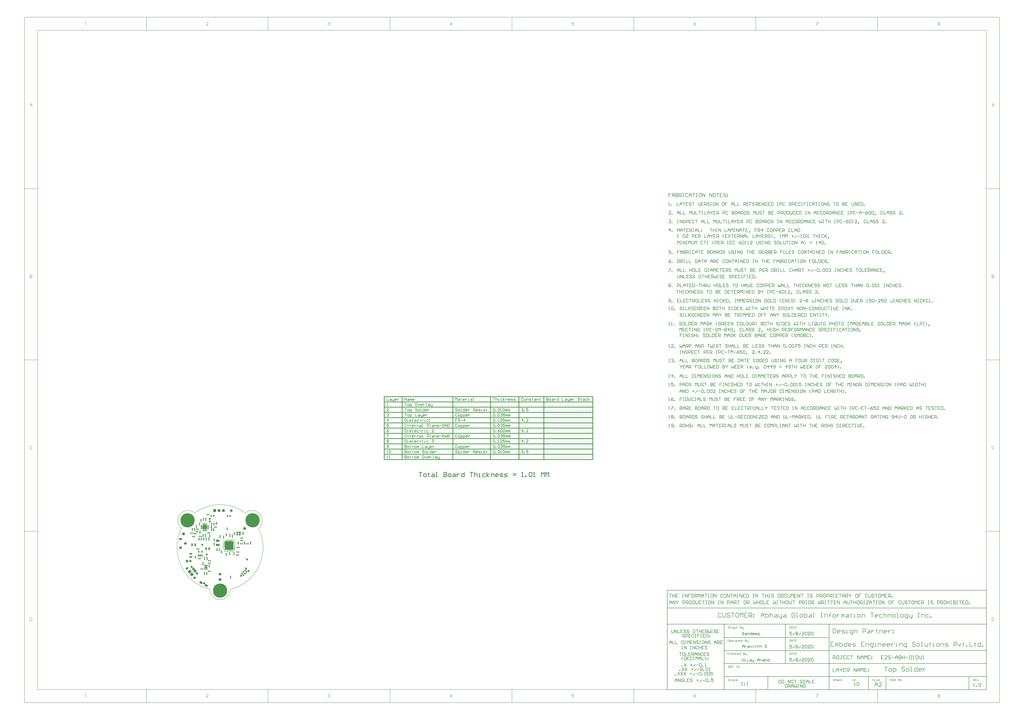
<source format=gts>
G04 Layer_Color=8388736*
%FSLAX44Y44*%
%MOMM*%
G71*
G01*
G75*
%ADD38R,1.6000X1.2000*%
%ADD39C,0.2540*%
%ADD42C,0.2032*%
%ADD50C,0.1270*%
%ADD53C,0.3810*%
%ADD54C,0.0254*%
%ADD55C,0.1778*%
%ADD86C,1.5080*%
%ADD87C,1.1684*%
%ADD88R,0.9024X1.6024*%
%ADD89R,0.7724X0.7724*%
%ADD90R,0.7724X0.7724*%
%ADD91R,1.6024X0.9024*%
%ADD92R,0.3016X0.9016*%
%ADD93O,0.3016X0.9016*%
%ADD94R,1.8016X0.9316*%
%ADD95R,0.9524X0.9524*%
%ADD96R,2.0524X1.2524*%
%ADD97O,1.1532X1.0532*%
%ADD98R,1.1532X1.0532*%
%ADD99O,0.7524X1.3524*%
%ADD100R,0.7524X1.3524*%
%ADD101R,0.6724X0.6724*%
%ADD102R,0.6724X0.6724*%
G04:AMPARAMS|DCode=103|XSize=1.6524mm|YSize=1.7024mm|CornerRadius=0mm|HoleSize=0mm|Usage=FLASHONLY|Rotation=309.000|XOffset=0mm|YOffset=0mm|HoleType=Round|Shape=Rectangle|*
%AMROTATEDRECTD103*
4,1,4,-1.1814,0.1064,0.1416,1.1778,1.1814,-0.1064,-0.1416,-1.1778,-1.1814,0.1064,0.0*
%
%ADD103ROTATEDRECTD103*%

G04:AMPARAMS|DCode=104|XSize=0.5524mm|YSize=1.5024mm|CornerRadius=0mm|HoleSize=0mm|Usage=FLASHONLY|Rotation=309.000|XOffset=0mm|YOffset=0mm|HoleType=Round|Shape=Rectangle|*
%AMROTATEDRECTD104*
4,1,4,-0.7576,-0.2581,0.4100,0.6874,0.7576,0.2581,-0.4100,-0.6874,-0.7576,-0.2581,0.0*
%
%ADD104ROTATEDRECTD104*%

%ADD105C,1.0032*%
G04:AMPARAMS|DCode=106|XSize=1.7032mm|YSize=1.2032mm|CornerRadius=0mm|HoleSize=0mm|Usage=FLASHONLY|Rotation=330.000|XOffset=0mm|YOffset=0mm|HoleType=Round|Shape=Rectangle|*
%AMROTATEDRECTD106*
4,1,4,-1.0383,-0.0952,-0.4367,0.9468,1.0383,0.0952,0.4367,-0.9468,-1.0383,-0.0952,0.0*
%
%ADD106ROTATEDRECTD106*%

G04:AMPARAMS|DCode=107|XSize=1.2032mm|YSize=1.1032mm|CornerRadius=0mm|HoleSize=0mm|Usage=FLASHONLY|Rotation=330.000|XOffset=0mm|YOffset=0mm|HoleType=Round|Shape=Rectangle|*
%AMROTATEDRECTD107*
4,1,4,-0.7968,-0.1769,-0.2452,0.7785,0.7968,0.1769,0.2452,-0.7785,-0.7968,-0.1769,0.0*
%
%ADD107ROTATEDRECTD107*%

%ADD108R,2.4016X2.4016*%
%ADD109O,1.1016X0.4016*%
%ADD110O,0.4016X1.1016*%
%ADD111R,0.4016X1.1016*%
%ADD112R,4.9300X4.9300*%
%ADD113C,0.3750*%
%ADD114C,8.2032*%
%ADD115C,1.6724*%
%ADD116C,1.7032*%
%ADD117R,1.7032X1.7032*%
%ADD118C,1.3524*%
%ADD119R,1.3524X1.3524*%
%ADD120C,0.2032*%
G04:AMPARAMS|DCode=121|XSize=1.7024mm|YSize=1.1524mm|CornerRadius=0mm|HoleSize=0mm|Usage=FLASHONLY|Rotation=39.000|XOffset=0mm|YOffset=0mm|HoleType=Round|Shape=Round|*
%AMOVALD121*
21,1,0.5500,1.1524,0.0000,0.0000,39.0*
1,1,1.1524,-0.2137,-0.1731*
1,1,1.1524,0.2137,0.1731*
%
%ADD121OVALD121*%

G04:AMPARAMS|DCode=122|XSize=1.4024mm|YSize=1.1024mm|CornerRadius=0mm|HoleSize=0mm|Usage=FLASHONLY|Rotation=309.000|XOffset=0mm|YOffset=0mm|HoleType=Round|Shape=Round|*
%AMOVALD122*
21,1,0.3000,1.1024,0.0000,0.0000,309.0*
1,1,1.1024,-0.0944,0.1166*
1,1,1.1024,0.0944,-0.1166*
%
%ADD122OVALD122*%

%ADD123C,1.2032*%
D38*
X-229646Y49384D02*
D03*
Y-616D02*
D03*
X-201646Y24384D02*
D03*
D39*
X3859439Y-693902D02*
X3876367D01*
X3867903D01*
Y-719294D01*
X3889063D02*
X3897527D01*
X3901759Y-715062D01*
Y-706598D01*
X3897527Y-702366D01*
X3889063D01*
X3884831Y-706598D01*
Y-715062D01*
X3889063Y-719294D01*
X3910223Y-727758D02*
Y-702366D01*
X3922919D01*
X3927151Y-706598D01*
Y-715062D01*
X3922919Y-719294D01*
X3910223D01*
X3977934Y-698134D02*
X3973702Y-693902D01*
X3965238D01*
X3961006Y-698134D01*
Y-702366D01*
X3965238Y-706598D01*
X3973702D01*
X3977934Y-710830D01*
Y-715062D01*
X3973702Y-719294D01*
X3965238D01*
X3961006Y-715062D01*
X3990630Y-719294D02*
X3999094D01*
X4003326Y-715062D01*
Y-706598D01*
X3999094Y-702366D01*
X3990630D01*
X3986398Y-706598D01*
Y-715062D01*
X3990630Y-719294D01*
X4011790D02*
X4020254D01*
X4016022D01*
Y-693902D01*
X4011790D01*
X4049878D02*
Y-719294D01*
X4037182D01*
X4032950Y-715062D01*
Y-706598D01*
X4037182Y-702366D01*
X4049878D01*
X4071037Y-719294D02*
X4062574D01*
X4058341Y-715062D01*
Y-706598D01*
X4062574Y-702366D01*
X4071037D01*
X4075269Y-706598D01*
Y-710830D01*
X4058341D01*
X4083733Y-702366D02*
Y-719294D01*
Y-710830D01*
X4087965Y-706598D01*
X4092197Y-702366D01*
X4096429D01*
X2605840Y802894D02*
X2611765D01*
X2608802D01*
Y820668D01*
X2605840Y817706D01*
X2620652Y820668D02*
X2632502D01*
Y817706D01*
X2620652Y805856D01*
Y802894D01*
X2638426D02*
Y805856D01*
X2641389D01*
Y802894D01*
X2638426D01*
X2671012Y820668D02*
Y802894D01*
X2679899D01*
X2682862Y805856D01*
Y808819D01*
X2679899Y811781D01*
X2671012D01*
X2679899D01*
X2682862Y814743D01*
Y817706D01*
X2679899Y820668D01*
X2671012D01*
X2688787Y802894D02*
Y814743D01*
X2694711Y820668D01*
X2700636Y814743D01*
Y802894D01*
Y811781D01*
X2688787D01*
X2706561Y802894D02*
Y820668D01*
X2715448D01*
X2718410Y817706D01*
Y811781D01*
X2715448Y808819D01*
X2706561D01*
X2712485D02*
X2718410Y802894D01*
X2736184Y820668D02*
X2724335D01*
Y802894D01*
X2736184D01*
X2724335Y811781D02*
X2730260D01*
X2759884Y820668D02*
Y802894D01*
X2768771D01*
X2771733Y805856D01*
Y808819D01*
X2768771Y811781D01*
X2759884D01*
X2768771D01*
X2771733Y814743D01*
Y817706D01*
X2768771Y820668D01*
X2759884D01*
X2786545D02*
X2780620D01*
X2777658Y817706D01*
Y805856D01*
X2780620Y802894D01*
X2786545D01*
X2789507Y805856D01*
Y817706D01*
X2786545Y820668D01*
X2795432Y802894D02*
Y814743D01*
X2801357Y820668D01*
X2807281Y814743D01*
Y802894D01*
Y811781D01*
X2795432D01*
X2813206Y802894D02*
Y820668D01*
X2822094D01*
X2825056Y817706D01*
Y811781D01*
X2822094Y808819D01*
X2813206D01*
X2819131D02*
X2825056Y802894D01*
X2830981Y820668D02*
Y802894D01*
X2839868D01*
X2842830Y805856D01*
Y817706D01*
X2839868Y820668D01*
X2830981D01*
X2866529D02*
X2878379D01*
X2872454D01*
Y802894D01*
X2893191Y820668D02*
X2887266D01*
X2884303Y817706D01*
Y805856D01*
X2887266Y802894D01*
X2893191D01*
X2896153Y805856D01*
Y817706D01*
X2893191Y820668D01*
X2919852D02*
Y802894D01*
X2928739D01*
X2931701Y805856D01*
Y808819D01*
X2928739Y811781D01*
X2919852D01*
X2928739D01*
X2931701Y814743D01*
Y817706D01*
X2928739Y820668D01*
X2919852D01*
X2949476D02*
X2937626D01*
Y802894D01*
X2949476D01*
X2937626Y811781D02*
X2943551D01*
X2985024Y820668D02*
X2973175D01*
Y802894D01*
X2985024D01*
X2973175Y811781D02*
X2979099D01*
X2990949Y820668D02*
Y802894D01*
X3002798D01*
X3020573Y820668D02*
X3008723D01*
Y802894D01*
X3020573D01*
X3008723Y811781D02*
X3014648D01*
X3038347Y817706D02*
X3035385Y820668D01*
X3029460D01*
X3026497Y817706D01*
Y805856D01*
X3029460Y802894D01*
X3035385D01*
X3038347Y805856D01*
X3044272Y820668D02*
X3056121D01*
X3050197D01*
Y802894D01*
X3062046D02*
Y820668D01*
X3070933D01*
X3073896Y817706D01*
Y811781D01*
X3070933Y808819D01*
X3062046D01*
X3067971D02*
X3073896Y802894D01*
X3079820Y820668D02*
X3085745D01*
X3082783D01*
Y802894D01*
X3079820D01*
X3085745D01*
X3106482Y817706D02*
X3103519Y820668D01*
X3097595D01*
X3094632Y817706D01*
Y805856D01*
X3097595Y802894D01*
X3103519D01*
X3106482Y805856D01*
X3112406Y802894D02*
Y814743D01*
X3118331Y820668D01*
X3124256Y814743D01*
Y802894D01*
Y811781D01*
X3112406D01*
X3130181Y820668D02*
Y802894D01*
X3142030D01*
X3147955Y820668D02*
Y802894D01*
X3159804D01*
X3165729Y820668D02*
Y817706D01*
X3171654Y811781D01*
X3177579Y817706D01*
Y820668D01*
X3171654Y811781D02*
Y802894D01*
X3201278Y820668D02*
X3213127D01*
X3207202D01*
Y802894D01*
X3230901Y820668D02*
X3219052D01*
Y802894D01*
X3230901D01*
X3219052Y811781D02*
X3224977D01*
X3248676Y817706D02*
X3245713Y820668D01*
X3239789D01*
X3236826Y817706D01*
Y814743D01*
X3239789Y811781D01*
X3245713D01*
X3248676Y808819D01*
Y805856D01*
X3245713Y802894D01*
X3239789D01*
X3236826Y805856D01*
X3254601Y820668D02*
X3266450D01*
X3260525D01*
Y802894D01*
X3284224Y820668D02*
X3272375D01*
Y802894D01*
X3284224D01*
X3272375Y811781D02*
X3278300D01*
X3290149Y820668D02*
Y802894D01*
X3299036D01*
X3301999Y805856D01*
Y817706D01*
X3299036Y820668D01*
X3290149D01*
X3325698D02*
X3331622D01*
X3328660D01*
Y802894D01*
X3325698D01*
X3331622D01*
X3340509D02*
Y820668D01*
X3352359Y802894D01*
Y820668D01*
X3376058Y802894D02*
Y814743D01*
X3381983Y820668D01*
X3387907Y814743D01*
Y802894D01*
Y811781D01*
X3376058D01*
X3405682Y817706D02*
X3402719Y820668D01*
X3396794D01*
X3393832Y817706D01*
Y805856D01*
X3396794Y802894D01*
X3402719D01*
X3405682Y805856D01*
X3423456Y817706D02*
X3420493Y820668D01*
X3414569D01*
X3411606Y817706D01*
Y805856D01*
X3414569Y802894D01*
X3420493D01*
X3423456Y805856D01*
X3438268Y820668D02*
X3432343D01*
X3429381Y817706D01*
Y805856D01*
X3432343Y802894D01*
X3438268D01*
X3441230Y805856D01*
Y817706D01*
X3438268Y820668D01*
X3447155Y802894D02*
Y820668D01*
X3456042D01*
X3459005Y817706D01*
Y811781D01*
X3456042Y808819D01*
X3447155D01*
X3453080D02*
X3459005Y802894D01*
X3464929Y820668D02*
Y802894D01*
X3473816D01*
X3476779Y805856D01*
Y817706D01*
X3473816Y820668D01*
X3464929D01*
X3482704Y802894D02*
Y814743D01*
X3488628Y820668D01*
X3494553Y814743D01*
Y802894D01*
Y811781D01*
X3482704D01*
X3500478Y802894D02*
Y820668D01*
X3512327Y802894D01*
Y820668D01*
X3530102Y817706D02*
X3527139Y820668D01*
X3521214D01*
X3518252Y817706D01*
Y805856D01*
X3521214Y802894D01*
X3527139D01*
X3530102Y805856D01*
X3547876Y820668D02*
X3536026D01*
Y802894D01*
X3547876D01*
X3536026Y811781D02*
X3541951D01*
X3571575Y820668D02*
Y802894D01*
X3577499Y808819D01*
X3583424Y802894D01*
Y820668D01*
X3589349D02*
X3595274D01*
X3592311D01*
Y802894D01*
X3589349D01*
X3595274D01*
X3604161Y820668D02*
X3616010D01*
X3610085D01*
Y802894D01*
X3621935Y820668D02*
Y802894D01*
Y811781D01*
X3633785D01*
Y820668D01*
Y802894D01*
X3657484Y820668D02*
X3663409D01*
X3660446D01*
Y802894D01*
X3657484D01*
X3663409D01*
X3672296D02*
Y820668D01*
X3681183D01*
X3684145Y817706D01*
Y811781D01*
X3681183Y808819D01*
X3672296D01*
X3701919Y817706D02*
X3698957Y820668D01*
X3693032D01*
X3690070Y817706D01*
Y805856D01*
X3693032Y802894D01*
X3698957D01*
X3701919Y805856D01*
X3707844Y811781D02*
X3719694D01*
X3737468Y820668D02*
X3725618D01*
Y802894D01*
X3737468D01*
X3725618Y811781D02*
X3731543D01*
X3743393Y820668D02*
X3755242D01*
X3749317D01*
Y802894D01*
X3761167Y811781D02*
X3773016D01*
X3790791Y820668D02*
X3784866Y817706D01*
X3778941Y811781D01*
Y805856D01*
X3781903Y802894D01*
X3787828D01*
X3790791Y805856D01*
Y808819D01*
X3787828Y811781D01*
X3778941D01*
X3808565Y820668D02*
X3796715D01*
Y811781D01*
X3802640Y814743D01*
X3805602D01*
X3808565Y811781D01*
Y805856D01*
X3805602Y802894D01*
X3799678D01*
X3796715Y805856D01*
X3826339Y802894D02*
X3814490D01*
X3826339Y814743D01*
Y817706D01*
X3823377Y820668D01*
X3817452D01*
X3814490Y817706D01*
X3850038Y802894D02*
Y814743D01*
X3855963Y820668D01*
X3861888Y814743D01*
Y802894D01*
Y811781D01*
X3850038D01*
X3867812Y802894D02*
Y820668D01*
X3879662Y802894D01*
Y820668D01*
X3885587D02*
Y802894D01*
X3894474D01*
X3897436Y805856D01*
Y817706D01*
X3894474Y820668D01*
X3885587D01*
X3921135Y802894D02*
Y820668D01*
X3927060Y814743D01*
X3932985Y820668D01*
Y802894D01*
X3938909D02*
Y814743D01*
X3944834Y820668D01*
X3950759Y814743D01*
Y802894D01*
Y811781D01*
X3938909D01*
X3956684Y802894D02*
Y820668D01*
X3965571D01*
X3968533Y817706D01*
Y811781D01*
X3965571Y808819D01*
X3956684D01*
X3962609D02*
X3968533Y802894D01*
X3974458Y820668D02*
Y802894D01*
Y808819D01*
X3986307Y820668D01*
X3977420Y811781D01*
X3986307Y802894D01*
X4004082Y820668D02*
X3992232D01*
Y802894D01*
X4004082D01*
X3992232Y811781D02*
X3998157D01*
X4010006Y820668D02*
Y802894D01*
X4018894D01*
X4021856Y805856D01*
Y817706D01*
X4018894Y820668D01*
X4010006D01*
X4045555Y802894D02*
Y814743D01*
X4051480Y820668D01*
X4057404Y814743D01*
Y802894D01*
Y811781D01*
X4045555D01*
X4075179Y817706D02*
X4072216Y820668D01*
X4066292D01*
X4063329Y817706D01*
Y814743D01*
X4066292Y811781D01*
X4072216D01*
X4075179Y808819D01*
Y805856D01*
X4072216Y802894D01*
X4066292D01*
X4063329Y805856D01*
X4098878Y820668D02*
X4110727D01*
X4104803D01*
Y802894D01*
X4128502Y820668D02*
X4116652D01*
Y802894D01*
X4128502D01*
X4116652Y811781D02*
X4122577D01*
X4146276Y817706D02*
X4143313Y820668D01*
X4137389D01*
X4134426Y817706D01*
Y814743D01*
X4137389Y811781D01*
X4143313D01*
X4146276Y808819D01*
Y805856D01*
X4143313Y802894D01*
X4137389D01*
X4134426Y805856D01*
X4152201Y820668D02*
X4164050D01*
X4158125D01*
Y802894D01*
X4181824Y820668D02*
X4169975D01*
Y802894D01*
X4181824D01*
X4169975Y811781D02*
X4175900D01*
X4187749Y820668D02*
Y802894D01*
X4196636D01*
X4199599Y805856D01*
Y817706D01*
X4196636Y820668D01*
X4187749D01*
X4205523Y802894D02*
Y805856D01*
X4208486D01*
Y802894D01*
X4205523D01*
X2605840Y854964D02*
X2611765D01*
X2608802D01*
Y872738D01*
X2605840Y869776D01*
X2632502Y872738D02*
X2626577Y869776D01*
X2620652Y863851D01*
Y857926D01*
X2623614Y854964D01*
X2629539D01*
X2632502Y857926D01*
Y860889D01*
X2629539Y863851D01*
X2620652D01*
X2638426Y854964D02*
Y857926D01*
X2641389D01*
Y854964D01*
X2638426D01*
X2682862Y872738D02*
X2671012D01*
Y863851D01*
X2676937D01*
X2671012D01*
Y854964D01*
X2688787Y872738D02*
X2694711D01*
X2691749D01*
Y854964D01*
X2688787D01*
X2694711D01*
X2703598Y872738D02*
Y854964D01*
X2712485D01*
X2715448Y857926D01*
Y869776D01*
X2712485Y872738D01*
X2703598D01*
X2721373D02*
Y857926D01*
X2724335Y854964D01*
X2730260D01*
X2733222Y857926D01*
Y872738D01*
X2750996Y869776D02*
X2748034Y872738D01*
X2742109D01*
X2739147Y869776D01*
Y857926D01*
X2742109Y854964D01*
X2748034D01*
X2750996Y857926D01*
X2756921Y872738D02*
X2762846D01*
X2759884D01*
Y854964D01*
X2756921D01*
X2762846D01*
X2771733D02*
Y866814D01*
X2777658Y872738D01*
X2783582Y866814D01*
Y854964D01*
Y863851D01*
X2771733D01*
X2789507Y872738D02*
Y854964D01*
X2801357D01*
X2819131Y869776D02*
X2816169Y872738D01*
X2810244D01*
X2807281Y869776D01*
Y866814D01*
X2810244Y863851D01*
X2816169D01*
X2819131Y860889D01*
Y857926D01*
X2816169Y854964D01*
X2810244D01*
X2807281Y857926D01*
X2842830Y854964D02*
Y872738D01*
X2848755Y866814D01*
X2854680Y872738D01*
Y854964D01*
X2860604Y872738D02*
Y857926D01*
X2863567Y854964D01*
X2869492D01*
X2872454Y857926D01*
Y872738D01*
X2890228Y869776D02*
X2887266Y872738D01*
X2881341D01*
X2878379Y869776D01*
Y866814D01*
X2881341Y863851D01*
X2887266D01*
X2890228Y860889D01*
Y857926D01*
X2887266Y854964D01*
X2881341D01*
X2878379Y857926D01*
X2896153Y872738D02*
X2908002D01*
X2902078D01*
Y854964D01*
X2931701Y872738D02*
Y854964D01*
X2940588D01*
X2943551Y857926D01*
Y860889D01*
X2940588Y863851D01*
X2931701D01*
X2940588D01*
X2943551Y866814D01*
Y869776D01*
X2940588Y872738D01*
X2931701D01*
X2961325D02*
X2949476D01*
Y854964D01*
X2961325D01*
X2949476Y863851D02*
X2955400D01*
X2996874Y872738D02*
X2985024D01*
Y863851D01*
X2990949D01*
X2985024D01*
Y854964D01*
X3002798D02*
Y872738D01*
X3011685D01*
X3014648Y869776D01*
Y863851D01*
X3011685Y860889D01*
X3002798D01*
X3008723D02*
X3014648Y854964D01*
X3032422Y872738D02*
X3020573D01*
Y854964D01*
X3032422D01*
X3020573Y863851D02*
X3026497D01*
X3050197Y872738D02*
X3038347D01*
Y854964D01*
X3050197D01*
X3038347Y863851D02*
X3044272D01*
X3082783Y872738D02*
X3076858D01*
X3073896Y869776D01*
Y857926D01*
X3076858Y854964D01*
X3082783D01*
X3085745Y857926D01*
Y869776D01*
X3082783Y872738D01*
X3103519D02*
X3091670D01*
Y863851D01*
X3097595D01*
X3091670D01*
Y854964D01*
X3127218D02*
Y866814D01*
X3133143Y872738D01*
X3139068Y866814D01*
Y854964D01*
Y863851D01*
X3127218D01*
X3144992Y854964D02*
Y872738D01*
X3156842Y854964D01*
Y872738D01*
X3162767D02*
Y869776D01*
X3168691Y863851D01*
X3174616Y869776D01*
Y872738D01*
X3168691Y863851D02*
Y854964D01*
X3198315D02*
Y872738D01*
X3204240Y866814D01*
X3210165Y872738D01*
Y854964D01*
X3216089D02*
Y866814D01*
X3222014Y872738D01*
X3227939Y866814D01*
Y854964D01*
Y863851D01*
X3216089D01*
X3233864Y854964D02*
Y872738D01*
X3242751D01*
X3245713Y869776D01*
Y863851D01*
X3242751Y860889D01*
X3233864D01*
X3239789D02*
X3245713Y854964D01*
X3251638Y872738D02*
Y854964D01*
Y860889D01*
X3263488Y872738D01*
X3254601Y863851D01*
X3263488Y854964D01*
X3269412Y872738D02*
X3275337D01*
X3272375D01*
Y854964D01*
X3269412D01*
X3275337D01*
X3284224D02*
Y872738D01*
X3296074Y854964D01*
Y872738D01*
X3313848Y869776D02*
X3310886Y872738D01*
X3304961D01*
X3301999Y869776D01*
Y857926D01*
X3304961Y854964D01*
X3310886D01*
X3313848Y857926D01*
Y863851D01*
X3307923D01*
X3331622Y869776D02*
X3328660Y872738D01*
X3322735D01*
X3319773Y869776D01*
Y866814D01*
X3322735Y863851D01*
X3328660D01*
X3331622Y860889D01*
Y857926D01*
X3328660Y854964D01*
X3322735D01*
X3319773Y857926D01*
X3337547Y854964D02*
Y857926D01*
X3340509D01*
Y854964D01*
X3337547D01*
X2671626Y901446D02*
Y913296D01*
X2677551Y919220D01*
X2683476Y913296D01*
Y901446D01*
Y910333D01*
X2671626D01*
X2689400Y901446D02*
Y919220D01*
X2701250Y901446D01*
Y919220D01*
X2707174D02*
Y901446D01*
X2716062D01*
X2719024Y904408D01*
Y916258D01*
X2716062Y919220D01*
X2707174D01*
X2742723Y910333D02*
X2754572D01*
X2748648Y916258D02*
Y904408D01*
X2760497Y901446D02*
X2772347Y913296D01*
X2778271Y910333D02*
X2790121D01*
X2796046Y916258D02*
X2799008Y919220D01*
X2804933D01*
X2807895Y916258D01*
Y904408D01*
X2804933Y901446D01*
X2799008D01*
X2796046Y904408D01*
Y916258D01*
X2813820Y901446D02*
Y904408D01*
X2816783D01*
Y901446D01*
X2813820D01*
X2828632Y916258D02*
X2831594Y919220D01*
X2837519D01*
X2840481Y916258D01*
Y904408D01*
X2837519Y901446D01*
X2831594D01*
X2828632Y904408D01*
Y916258D01*
X2846406D02*
X2849369Y919220D01*
X2855293D01*
X2858256Y916258D01*
Y904408D01*
X2855293Y901446D01*
X2849369D01*
X2846406Y904408D01*
Y916258D01*
X2876030Y901446D02*
X2864181D01*
X2876030Y913296D01*
Y916258D01*
X2873068Y919220D01*
X2867143D01*
X2864181Y916258D01*
X2899729Y919220D02*
X2905654D01*
X2902691D01*
Y901446D01*
X2899729D01*
X2905654D01*
X2914541D02*
Y919220D01*
X2926390Y901446D01*
Y919220D01*
X2944165Y916258D02*
X2941202Y919220D01*
X2935277D01*
X2932315Y916258D01*
Y904408D01*
X2935277Y901446D01*
X2941202D01*
X2944165Y904408D01*
X2950089Y919220D02*
Y901446D01*
Y910333D01*
X2961939D01*
Y919220D01*
Y901446D01*
X2979713Y919220D02*
X2967863D01*
Y901446D01*
X2979713D01*
X2967863Y910333D02*
X2973788D01*
X2997487Y916258D02*
X2994525Y919220D01*
X2988600D01*
X2985638Y916258D01*
Y913296D01*
X2988600Y910333D01*
X2994525D01*
X2997487Y907371D01*
Y904408D01*
X2994525Y901446D01*
X2988600D01*
X2985638Y904408D01*
X3030074Y919220D02*
X3024149D01*
X3021187Y916258D01*
Y904408D01*
X3024149Y901446D01*
X3030074D01*
X3033036Y904408D01*
Y916258D01*
X3030074Y919220D01*
X3050810D02*
X3038961D01*
Y910333D01*
X3044885D01*
X3038961D01*
Y901446D01*
X3074509Y919220D02*
X3086359D01*
X3080434D01*
Y901446D01*
X3092284Y919220D02*
Y901446D01*
Y910333D01*
X3104133D01*
Y919220D01*
Y901446D01*
X3121907Y919220D02*
X3110058D01*
Y901446D01*
X3121907D01*
X3110058Y910333D02*
X3115982D01*
X3145606Y901446D02*
Y919220D01*
X3151531Y913296D01*
X3157456Y919220D01*
Y901446D01*
X3163380D02*
Y913296D01*
X3169305Y919220D01*
X3175230Y913296D01*
Y901446D01*
Y910333D01*
X3163380D01*
X3193004Y919220D02*
X3187079D01*
X3190042D01*
Y904408D01*
X3187079Y901446D01*
X3184117D01*
X3181155Y904408D01*
X3207816Y919220D02*
X3201891D01*
X3198929Y916258D01*
Y904408D01*
X3201891Y901446D01*
X3207816D01*
X3210779Y904408D01*
Y916258D01*
X3207816Y919220D01*
X3216703Y901446D02*
Y919220D01*
X3225591D01*
X3228553Y916258D01*
Y910333D01*
X3225591Y907371D01*
X3216703D01*
X3222628D02*
X3228553Y901446D01*
X3252252Y919220D02*
Y901446D01*
X3261139D01*
X3264101Y904408D01*
Y916258D01*
X3261139Y919220D01*
X3252252D01*
X3270026D02*
X3275951D01*
X3272988D01*
Y901446D01*
X3270026D01*
X3275951D01*
X3284838D02*
Y919220D01*
X3290763Y913296D01*
X3296687Y919220D01*
Y901446D01*
X3314462Y919220D02*
X3302612D01*
Y901446D01*
X3314462D01*
X3302612Y910333D02*
X3308537D01*
X3320386Y901446D02*
Y919220D01*
X3332236Y901446D01*
Y919220D01*
X3350010Y916258D02*
X3347048Y919220D01*
X3341123D01*
X3338161Y916258D01*
Y913296D01*
X3341123Y910333D01*
X3347048D01*
X3350010Y907371D01*
Y904408D01*
X3347048Y901446D01*
X3341123D01*
X3338161Y904408D01*
X3355935Y919220D02*
X3361860D01*
X3358897D01*
Y901446D01*
X3355935D01*
X3361860D01*
X3379634Y919220D02*
X3373709D01*
X3370747Y916258D01*
Y904408D01*
X3373709Y901446D01*
X3379634D01*
X3382596Y904408D01*
Y916258D01*
X3379634Y919220D01*
X3388521Y901446D02*
Y919220D01*
X3400370Y901446D01*
Y919220D01*
X3429995Y901446D02*
X3424070Y907371D01*
Y913296D01*
X3429995Y919220D01*
X3438882Y901446D02*
Y919220D01*
X3447769D01*
X3450731Y916258D01*
Y910333D01*
X3447769Y907371D01*
X3438882D01*
X3456656Y901446D02*
Y913296D01*
X3462581Y919220D01*
X3468505Y913296D01*
Y901446D01*
Y910333D01*
X3456656D01*
X3474430Y919220D02*
Y901446D01*
X3483317D01*
X3486280Y904408D01*
Y916258D01*
X3483317Y919220D01*
X3474430D01*
X3509979D02*
Y901446D01*
X3521828D01*
X3539602Y919220D02*
X3527753D01*
Y901446D01*
X3539602D01*
X3527753Y910333D02*
X3533678D01*
X3545527Y901446D02*
Y919220D01*
X3557377Y901446D01*
Y919220D01*
X3575151Y916258D02*
X3572188Y919220D01*
X3566264D01*
X3563301Y916258D01*
Y904408D01*
X3566264Y901446D01*
X3572188D01*
X3575151Y904408D01*
Y910333D01*
X3569226D01*
X3581076Y919220D02*
X3592925D01*
X3587000D01*
Y901446D01*
X3598850Y919220D02*
Y901446D01*
Y910333D01*
X3610699D01*
Y919220D01*
Y901446D01*
X3616624D02*
X3622549Y907371D01*
Y913296D01*
X3616624Y919220D01*
X3631436Y901446D02*
Y904408D01*
X3634398D01*
Y901446D01*
X3631436D01*
X2605840Y940054D02*
X2611765D01*
X2608802D01*
Y957828D01*
X2605840Y954866D01*
X2632502Y957828D02*
X2620652D01*
Y948941D01*
X2626577Y951904D01*
X2629539D01*
X2632502Y948941D01*
Y943016D01*
X2629539Y940054D01*
X2623614D01*
X2620652Y943016D01*
X2638426Y940054D02*
Y943016D01*
X2641389D01*
Y940054D01*
X2638426D01*
X2671012D02*
Y957828D01*
X2679899D01*
X2682862Y954866D01*
Y948941D01*
X2679899Y945979D01*
X2671012D01*
X2688787Y940054D02*
Y951904D01*
X2694711Y957828D01*
X2700636Y951904D01*
Y940054D01*
Y948941D01*
X2688787D01*
X2706561Y957828D02*
Y940054D01*
X2715448D01*
X2718410Y943016D01*
Y954866D01*
X2715448Y957828D01*
X2706561D01*
X2736184Y954866D02*
X2733222Y957828D01*
X2727297D01*
X2724335Y954866D01*
Y951904D01*
X2727297Y948941D01*
X2733222D01*
X2736184Y945979D01*
Y943016D01*
X2733222Y940054D01*
X2727297D01*
X2724335Y943016D01*
X2759884Y940054D02*
Y957828D01*
X2765808Y951904D01*
X2771733Y957828D01*
Y940054D01*
X2777658Y957828D02*
Y943016D01*
X2780620Y940054D01*
X2786545D01*
X2789507Y943016D01*
Y957828D01*
X2807281Y954866D02*
X2804319Y957828D01*
X2798394D01*
X2795432Y954866D01*
Y951904D01*
X2798394Y948941D01*
X2804319D01*
X2807281Y945979D01*
Y943016D01*
X2804319Y940054D01*
X2798394D01*
X2795432Y943016D01*
X2813206Y957828D02*
X2825056D01*
X2819131D01*
Y940054D01*
X2848755Y957828D02*
Y940054D01*
X2857642D01*
X2860604Y943016D01*
Y945979D01*
X2857642Y948941D01*
X2848755D01*
X2857642D01*
X2860604Y951904D01*
Y954866D01*
X2857642Y957828D01*
X2848755D01*
X2878379D02*
X2866529D01*
Y940054D01*
X2878379D01*
X2866529Y948941D02*
X2872454D01*
X2913927Y957828D02*
X2902078D01*
Y948941D01*
X2908002D01*
X2902078D01*
Y940054D01*
X2919852Y957828D02*
X2925777D01*
X2922814D01*
Y940054D01*
X2919852D01*
X2925777D01*
X2934664D02*
Y957828D01*
X2946513Y940054D01*
Y957828D01*
X2952438D02*
X2958363D01*
X2955400D01*
Y940054D01*
X2952438D01*
X2958363D01*
X2979099Y954866D02*
X2976137Y957828D01*
X2970212D01*
X2967250Y954866D01*
Y951904D01*
X2970212Y948941D01*
X2976137D01*
X2979099Y945979D01*
Y943016D01*
X2976137Y940054D01*
X2970212D01*
X2967250Y943016D01*
X2985024Y957828D02*
Y940054D01*
Y948941D01*
X2996874D01*
Y957828D01*
Y940054D01*
X3014648Y957828D02*
X3002798D01*
Y940054D01*
X3014648D01*
X3002798Y948941D02*
X3008723D01*
X3020573Y957828D02*
Y940054D01*
X3029460D01*
X3032422Y943016D01*
Y954866D01*
X3029460Y957828D01*
X3020573D01*
X3056121D02*
X3067971D01*
X3062046D01*
Y940054D01*
X3082783Y957828D02*
X3076858D01*
X3073896Y954866D01*
Y943016D01*
X3076858Y940054D01*
X3082783D01*
X3085745Y943016D01*
Y954866D01*
X3082783Y957828D01*
X3109444D02*
Y940054D01*
X3115369Y945979D01*
X3121294Y940054D01*
Y957828D01*
X3127218D02*
X3133143D01*
X3130181D01*
Y940054D01*
X3127218D01*
X3133143D01*
X3142030Y957828D02*
X3153880D01*
X3147955D01*
Y940054D01*
X3159804Y957828D02*
Y940054D01*
Y948941D01*
X3171654D01*
Y957828D01*
Y940054D01*
X3177579Y957828D02*
X3183503D01*
X3180541D01*
Y940054D01*
X3177579D01*
X3183503D01*
X3192390D02*
Y957828D01*
X3204240Y940054D01*
Y957828D01*
X3227939Y948941D02*
X3239789D01*
X3233864Y954866D02*
Y943016D01*
X3245713Y940054D02*
X3257563Y951904D01*
X3263488Y948941D02*
X3275337D01*
X3281262Y954866D02*
X3284224Y957828D01*
X3290149D01*
X3293111Y954866D01*
Y943016D01*
X3290149Y940054D01*
X3284224D01*
X3281262Y943016D01*
Y954866D01*
X3299036Y940054D02*
Y943016D01*
X3301999D01*
Y940054D01*
X3299036D01*
X3313848Y954866D02*
X3316810Y957828D01*
X3322735D01*
X3325698Y954866D01*
Y943016D01*
X3322735Y940054D01*
X3316810D01*
X3313848Y943016D01*
Y954866D01*
X3331622D02*
X3334585Y957828D01*
X3340509D01*
X3343472Y954866D01*
Y943016D01*
X3340509Y940054D01*
X3334585D01*
X3331622Y943016D01*
Y954866D01*
X3349396Y940054D02*
X3355321D01*
X3352359D01*
Y957828D01*
X3349396Y954866D01*
X3376058Y957828D02*
X3364208D01*
Y948941D01*
X3370133Y951904D01*
X3373095D01*
X3376058Y948941D01*
Y943016D01*
X3373095Y940054D01*
X3367171D01*
X3364208Y943016D01*
X3399757Y957828D02*
X3405682D01*
X3402719D01*
Y940054D01*
X3399757D01*
X3405682D01*
X3414569D02*
Y957828D01*
X3426418Y940054D01*
Y957828D01*
X3444193Y954866D02*
X3441230Y957828D01*
X3435305D01*
X3432343Y954866D01*
Y943016D01*
X3435305Y940054D01*
X3441230D01*
X3444193Y943016D01*
X3450117Y957828D02*
Y940054D01*
Y948941D01*
X3461967D01*
Y957828D01*
Y940054D01*
X3479741Y957828D02*
X3467892D01*
Y940054D01*
X3479741D01*
X3467892Y948941D02*
X3473816D01*
X3497515Y954866D02*
X3494553Y957828D01*
X3488628D01*
X3485666Y954866D01*
Y951904D01*
X3488628Y948941D01*
X3494553D01*
X3497515Y945979D01*
Y943016D01*
X3494553Y940054D01*
X3488628D01*
X3485666Y943016D01*
X3530102Y957828D02*
X3524177D01*
X3521214Y954866D01*
Y943016D01*
X3524177Y940054D01*
X3530102D01*
X3533064Y943016D01*
Y954866D01*
X3530102Y957828D01*
X3550838D02*
X3538989D01*
Y948941D01*
X3544913D01*
X3538989D01*
Y940054D01*
X3574537Y957828D02*
X3586387D01*
X3580462D01*
Y940054D01*
X3592311Y957828D02*
Y940054D01*
Y948941D01*
X3604161D01*
Y957828D01*
Y940054D01*
X3621935Y957828D02*
X3610085D01*
Y940054D01*
X3621935D01*
X3610085Y948941D02*
X3616010D01*
X3645634Y940054D02*
Y957828D01*
X3651559Y951904D01*
X3657484Y957828D01*
Y940054D01*
X3663409Y957828D02*
X3669333D01*
X3666371D01*
Y940054D01*
X3663409D01*
X3669333D01*
X3678220D02*
Y957828D01*
X3690070Y940054D01*
Y957828D01*
X3704882D02*
X3698957D01*
X3695995Y954866D01*
Y943016D01*
X3698957Y940054D01*
X3704882D01*
X3707844Y943016D01*
Y954866D01*
X3704882Y957828D01*
X3713769Y940054D02*
Y957828D01*
X3722656D01*
X3725618Y954866D01*
Y948941D01*
X3722656Y945979D01*
X3713769D01*
X3719694D02*
X3725618Y940054D01*
X3749317Y957828D02*
Y940054D01*
X3758205D01*
X3761167Y943016D01*
Y954866D01*
X3758205Y957828D01*
X3749317D01*
X3767092D02*
X3773016D01*
X3770054D01*
Y940054D01*
X3767092D01*
X3773016D01*
X3781903D02*
Y957828D01*
X3787828Y951904D01*
X3793753Y957828D01*
Y940054D01*
X3811527Y957828D02*
X3799678D01*
Y940054D01*
X3811527D01*
X3799678Y948941D02*
X3805602D01*
X3817452Y940054D02*
Y957828D01*
X3829301Y940054D01*
Y957828D01*
X3847076Y954866D02*
X3844113Y957828D01*
X3838188D01*
X3835226Y954866D01*
Y951904D01*
X3838188Y948941D01*
X3844113D01*
X3847076Y945979D01*
Y943016D01*
X3844113Y940054D01*
X3838188D01*
X3835226Y943016D01*
X3853000Y957828D02*
X3858925D01*
X3855963D01*
Y940054D01*
X3853000D01*
X3858925D01*
X3876700Y957828D02*
X3870775D01*
X3867812Y954866D01*
Y943016D01*
X3870775Y940054D01*
X3876700D01*
X3879662Y943016D01*
Y954866D01*
X3876700Y957828D01*
X3885587Y940054D02*
Y957828D01*
X3897436Y940054D01*
Y957828D01*
X3927060Y940054D02*
X3921135Y945979D01*
Y951904D01*
X3927060Y957828D01*
X3935947Y940054D02*
Y957828D01*
X3944834D01*
X3947797Y954866D01*
Y948941D01*
X3944834Y945979D01*
X3935947D01*
X3953721Y940054D02*
Y951904D01*
X3959646Y957828D01*
X3965571Y951904D01*
Y940054D01*
Y948941D01*
X3953721D01*
X3971496Y957828D02*
Y940054D01*
X3980383D01*
X3983345Y943016D01*
Y954866D01*
X3980383Y957828D01*
X3971496D01*
X4007044D02*
Y940054D01*
X4012969Y945979D01*
X4018894Y940054D01*
Y957828D01*
X4024818D02*
X4030743D01*
X4027781D01*
Y940054D01*
X4024818D01*
X4030743D01*
X4039630Y957828D02*
Y940054D01*
X4048517D01*
X4051480Y943016D01*
Y954866D01*
X4048517Y957828D01*
X4039630D01*
X4057404D02*
X4069254D01*
X4063329D01*
Y940054D01*
X4075179Y957828D02*
Y940054D01*
Y948941D01*
X4087028D01*
Y957828D01*
Y940054D01*
X4092953D02*
X4098878Y945979D01*
Y951904D01*
X4092953Y957828D01*
X2605840Y989584D02*
X2611765D01*
X2608802D01*
Y1007358D01*
X2605840Y1004396D01*
X2629539Y989584D02*
Y1007358D01*
X2620652Y998471D01*
X2632502D01*
X2638426Y989584D02*
Y992546D01*
X2641389D01*
Y989584D01*
X2638426D01*
X2671012D02*
Y1001433D01*
X2676937Y1007358D01*
X2682862Y1001433D01*
Y989584D01*
Y998471D01*
X2671012D01*
X2688787Y1007358D02*
Y989584D01*
X2700636D01*
X2706561Y1007358D02*
Y989584D01*
X2718410D01*
X2742109Y1007358D02*
Y989584D01*
X2750996D01*
X2753959Y992546D01*
Y1004396D01*
X2750996Y1007358D01*
X2742109D01*
X2759884D02*
X2765808D01*
X2762846D01*
Y989584D01*
X2759884D01*
X2765808D01*
X2774695D02*
Y1007358D01*
X2780620Y1001433D01*
X2786545Y1007358D01*
Y989584D01*
X2804319Y1007358D02*
X2792470D01*
Y989584D01*
X2804319D01*
X2792470Y998471D02*
X2798394D01*
X2810244Y989584D02*
Y1007358D01*
X2822094Y989584D01*
Y1007358D01*
X2839868Y1004396D02*
X2836905Y1007358D01*
X2830981D01*
X2828018Y1004396D01*
Y1001433D01*
X2830981Y998471D01*
X2836905D01*
X2839868Y995509D01*
Y992546D01*
X2836905Y989584D01*
X2830981D01*
X2828018Y992546D01*
X2845793Y1007358D02*
X2851717D01*
X2848755D01*
Y989584D01*
X2845793D01*
X2851717D01*
X2869492Y1007358D02*
X2863567D01*
X2860604Y1004396D01*
Y992546D01*
X2863567Y989584D01*
X2869492D01*
X2872454Y992546D01*
Y1004396D01*
X2869492Y1007358D01*
X2878379Y989584D02*
Y1007358D01*
X2890228Y989584D01*
Y1007358D01*
X2908002Y1004396D02*
X2905040Y1007358D01*
X2899115D01*
X2896153Y1004396D01*
Y1001433D01*
X2899115Y998471D01*
X2905040D01*
X2908002Y995509D01*
Y992546D01*
X2905040Y989584D01*
X2899115D01*
X2896153Y992546D01*
X2931701Y989584D02*
Y1001433D01*
X2937626Y1007358D01*
X2943551Y1001433D01*
Y989584D01*
Y998471D01*
X2931701D01*
X2949476Y989584D02*
Y1007358D01*
X2961325Y989584D01*
Y1007358D01*
X2967250D02*
Y989584D01*
X2976137D01*
X2979099Y992546D01*
Y1004396D01*
X2976137Y1007358D01*
X2967250D01*
X3002798D02*
Y989584D01*
Y998471D01*
X3014648D01*
Y1007358D01*
Y989584D01*
X3029460Y1007358D02*
X3023535D01*
X3020573Y1004396D01*
Y992546D01*
X3023535Y989584D01*
X3029460D01*
X3032422Y992546D01*
Y1004396D01*
X3029460Y1007358D01*
X3038347D02*
Y989584D01*
X3050197D01*
X3067971Y1007358D02*
X3056121D01*
Y989584D01*
X3067971D01*
X3056121Y998471D02*
X3062046D01*
X3091670Y1007358D02*
Y989584D01*
X3100557D01*
X3103519Y992546D01*
Y1004396D01*
X3100557Y1007358D01*
X3091670D01*
X3109444D02*
X3115369D01*
X3112406D01*
Y989584D01*
X3109444D01*
X3115369D01*
X3124256D02*
Y1001433D01*
X3130181Y1007358D01*
X3136105Y1001433D01*
Y989584D01*
Y998471D01*
X3124256D01*
X3142030Y989584D02*
Y1007358D01*
X3147955Y1001433D01*
X3153880Y1007358D01*
Y989584D01*
X3171654Y1007358D02*
X3159804D01*
Y989584D01*
X3171654D01*
X3159804Y998471D02*
X3165729D01*
X3177579Y1007358D02*
X3189428D01*
X3183503D01*
Y989584D01*
X3207202Y1007358D02*
X3195353D01*
Y989584D01*
X3207202D01*
X3195353Y998471D02*
X3201278D01*
X3213127Y989584D02*
Y1007358D01*
X3222014D01*
X3224977Y1004396D01*
Y998471D01*
X3222014Y995509D01*
X3213127D01*
X3219052D02*
X3224977Y989584D01*
X3242751Y1004396D02*
X3239789Y1007358D01*
X3233864D01*
X3230901Y1004396D01*
Y1001433D01*
X3233864Y998471D01*
X3239789D01*
X3242751Y995509D01*
Y992546D01*
X3239789Y989584D01*
X3233864D01*
X3230901Y992546D01*
X3266450Y989584D02*
Y1001433D01*
X3272375Y1007358D01*
X3278300Y1001433D01*
Y989584D01*
Y998471D01*
X3266450D01*
X3284224Y989584D02*
Y1007358D01*
X3293111D01*
X3296074Y1004396D01*
Y998471D01*
X3293111Y995509D01*
X3284224D01*
X3301999Y989584D02*
Y1007358D01*
X3310886D01*
X3313848Y1004396D01*
Y998471D01*
X3310886Y995509D01*
X3301999D01*
X3319773Y1007358D02*
Y989584D01*
X3331622D01*
X3337547Y1007358D02*
Y1004396D01*
X3343472Y998471D01*
X3349396Y1004396D01*
Y1007358D01*
X3343472Y998471D02*
Y989584D01*
X3373095Y1007358D02*
X3384945D01*
X3379020D01*
Y989584D01*
X3399757Y1007358D02*
X3393832D01*
X3390870Y1004396D01*
Y992546D01*
X3393832Y989584D01*
X3399757D01*
X3402719Y992546D01*
Y1004396D01*
X3399757Y1007358D01*
X3426418D02*
X3438268D01*
X3432343D01*
Y989584D01*
X3444193Y1007358D02*
Y989584D01*
Y998471D01*
X3456042D01*
Y1007358D01*
Y989584D01*
X3473816Y1007358D02*
X3461967D01*
Y989584D01*
X3473816D01*
X3461967Y998471D02*
X3467892D01*
X3509365Y1007358D02*
X3497515D01*
Y998471D01*
X3503440D01*
X3497515D01*
Y989584D01*
X3515290Y1007358D02*
X3521214D01*
X3518252D01*
Y989584D01*
X3515290D01*
X3521214D01*
X3530102D02*
Y1007358D01*
X3541951Y989584D01*
Y1007358D01*
X3547876D02*
X3553800D01*
X3550838D01*
Y989584D01*
X3547876D01*
X3553800D01*
X3574537Y1004396D02*
X3571575Y1007358D01*
X3565650D01*
X3562688Y1004396D01*
Y1001433D01*
X3565650Y998471D01*
X3571575D01*
X3574537Y995509D01*
Y992546D01*
X3571575Y989584D01*
X3565650D01*
X3562688Y992546D01*
X3580462Y1007358D02*
Y989584D01*
Y998471D01*
X3592311D01*
Y1007358D01*
Y989584D01*
X3610085Y1007358D02*
X3598236D01*
Y989584D01*
X3610085D01*
X3598236Y998471D02*
X3604161D01*
X3616010Y1007358D02*
Y989584D01*
X3624897D01*
X3627860Y992546D01*
Y1004396D01*
X3624897Y1007358D01*
X3616010D01*
X3651559D02*
Y989584D01*
X3660446D01*
X3663409Y992546D01*
Y995509D01*
X3660446Y998471D01*
X3651559D01*
X3660446D01*
X3663409Y1001433D01*
Y1004396D01*
X3660446Y1007358D01*
X3651559D01*
X3678220D02*
X3672296D01*
X3669333Y1004396D01*
Y992546D01*
X3672296Y989584D01*
X3678220D01*
X3681183Y992546D01*
Y1004396D01*
X3678220Y1007358D01*
X3687108Y989584D02*
Y1001433D01*
X3693032Y1007358D01*
X3698957Y1001433D01*
Y989584D01*
Y998471D01*
X3687108D01*
X3704882Y989584D02*
Y1007358D01*
X3713769D01*
X3716731Y1004396D01*
Y998471D01*
X3713769Y995509D01*
X3704882D01*
X3710806D02*
X3716731Y989584D01*
X3722656Y1007358D02*
Y989584D01*
X3731543D01*
X3734506Y992546D01*
Y1004396D01*
X3731543Y1007358D01*
X3722656D01*
X3740430Y989584D02*
Y992546D01*
X3743393D01*
Y989584D01*
X3740430D01*
X2670864Y1061460D02*
Y1058498D01*
X2676789Y1052573D01*
X2682714Y1058498D01*
Y1061460D01*
X2676789Y1052573D02*
Y1043686D01*
X2700488Y1061460D02*
X2688638D01*
Y1043686D01*
X2700488D01*
X2688638Y1052573D02*
X2694563D01*
X2706412Y1043686D02*
Y1055536D01*
X2712337Y1061460D01*
X2718262Y1055536D01*
Y1043686D01*
Y1052573D01*
X2706412D01*
X2724187Y1043686D02*
Y1061460D01*
X2733074D01*
X2736036Y1058498D01*
Y1052573D01*
X2733074Y1049611D01*
X2724187D01*
X2730111D02*
X2736036Y1043686D01*
X2771585Y1061460D02*
X2759735D01*
Y1052573D01*
X2765660D01*
X2759735D01*
Y1043686D01*
X2786397Y1061460D02*
X2780472D01*
X2777509Y1058498D01*
Y1046648D01*
X2780472Y1043686D01*
X2786397D01*
X2789359Y1046648D01*
Y1058498D01*
X2786397Y1061460D01*
X2795284D02*
Y1043686D01*
X2807133D01*
X2813058Y1061460D02*
Y1043686D01*
X2824908D01*
X2839720Y1061460D02*
X2833795D01*
X2830832Y1058498D01*
Y1046648D01*
X2833795Y1043686D01*
X2839720D01*
X2842682Y1046648D01*
Y1058498D01*
X2839720Y1061460D01*
X2848607D02*
Y1043686D01*
X2854531Y1049611D01*
X2860456Y1043686D01*
Y1061460D01*
X2878230D02*
X2866381D01*
Y1043686D01*
X2878230D01*
X2866381Y1052573D02*
X2872306D01*
X2884155Y1061460D02*
Y1043686D01*
X2893042D01*
X2896005Y1046648D01*
Y1058498D01*
X2893042Y1061460D01*
X2884155D01*
X2919704D02*
Y1043686D01*
X2928591D01*
X2931553Y1046648D01*
Y1049611D01*
X2928591Y1052573D01*
X2919704D01*
X2928591D01*
X2931553Y1055536D01*
Y1058498D01*
X2928591Y1061460D01*
X2919704D01*
X2937478D02*
Y1058498D01*
X2943403Y1052573D01*
X2949327Y1058498D01*
Y1061460D01*
X2943403Y1052573D02*
Y1043686D01*
X2973026Y1061460D02*
Y1043686D01*
X2978951Y1049611D01*
X2984876Y1043686D01*
Y1061460D01*
X3002650D02*
X2990800D01*
Y1043686D01*
X3002650D01*
X2990800Y1052573D02*
X2996725D01*
X3020424Y1061460D02*
X3008575D01*
Y1043686D01*
X3020424D01*
X3008575Y1052573D02*
X3014500D01*
X3026349Y1061460D02*
Y1043686D01*
Y1049611D01*
X3038199Y1061460D01*
X3029312Y1052573D01*
X3038199Y1043686D01*
X3067822D02*
X3061898Y1049611D01*
Y1055536D01*
X3067822Y1061460D01*
X3085597Y1043686D02*
X3079672D01*
X3076710Y1046648D01*
Y1052573D01*
X3079672Y1055536D01*
X3085597D01*
X3088559Y1052573D01*
Y1049611D01*
X3076710D01*
X3094484Y1043686D02*
Y1046648D01*
X3097446D01*
Y1043686D01*
X3094484D01*
X3115221Y1037761D02*
X3118183D01*
X3121145Y1040724D01*
Y1055536D01*
X3112258D01*
X3109296Y1052573D01*
Y1046648D01*
X3112258Y1043686D01*
X3121145D01*
X3127070D02*
Y1046648D01*
X3130032D01*
Y1043686D01*
X3127070D01*
X3159656Y1058498D02*
X3162618Y1061460D01*
X3168543D01*
X3171506Y1058498D01*
Y1046648D01*
X3168543Y1043686D01*
X3162618D01*
X3159656Y1046648D01*
Y1058498D01*
X3186317Y1043686D02*
Y1061460D01*
X3177430Y1052573D01*
X3189280D01*
X3204092Y1043686D02*
Y1061460D01*
X3195204Y1052573D01*
X3207054D01*
X3212979Y1046648D02*
X3215941Y1043686D01*
X3221866D01*
X3224828Y1046648D01*
Y1058498D01*
X3221866Y1061460D01*
X3215941D01*
X3212979Y1058498D01*
Y1055536D01*
X3215941Y1052573D01*
X3224828D01*
X3248528Y1049611D02*
X3260377D01*
X3248528Y1055536D02*
X3260377D01*
X3292963Y1043686D02*
Y1061460D01*
X3284076Y1052573D01*
X3295925D01*
X3301850Y1046648D02*
X3304813Y1043686D01*
X3310737D01*
X3313700Y1046648D01*
Y1058498D01*
X3310737Y1061460D01*
X3304813D01*
X3301850Y1058498D01*
Y1055536D01*
X3304813Y1052573D01*
X3313700D01*
X3319625Y1061460D02*
X3331474D01*
X3325549D01*
Y1043686D01*
X3337399Y1061460D02*
Y1043686D01*
Y1052573D01*
X3349248D01*
Y1061460D01*
Y1043686D01*
X3372947Y1061460D02*
Y1043686D01*
X3378872Y1049611D01*
X3384797Y1043686D01*
Y1061460D01*
X3402571D02*
X3390721D01*
Y1043686D01*
X3402571D01*
X3390721Y1052573D02*
X3396646D01*
X3420345Y1061460D02*
X3408496D01*
Y1043686D01*
X3420345D01*
X3408496Y1052573D02*
X3414420D01*
X3426270Y1061460D02*
Y1043686D01*
Y1049611D01*
X3438120Y1061460D01*
X3429232Y1052573D01*
X3438120Y1043686D01*
X3470706Y1061460D02*
X3464781D01*
X3461819Y1058498D01*
Y1046648D01*
X3464781Y1043686D01*
X3470706D01*
X3473668Y1046648D01*
Y1058498D01*
X3470706Y1061460D01*
X3491442D02*
X3479593D01*
Y1052573D01*
X3485518D01*
X3479593D01*
Y1043686D01*
X3526991D02*
X3515141D01*
X3526991Y1055536D01*
Y1058498D01*
X3524028Y1061460D01*
X3518104D01*
X3515141Y1058498D01*
X3532916D02*
X3535878Y1061460D01*
X3541803D01*
X3544765Y1058498D01*
Y1046648D01*
X3541803Y1043686D01*
X3535878D01*
X3532916Y1046648D01*
Y1058498D01*
X3550690D02*
X3553652Y1061460D01*
X3559577D01*
X3562539Y1058498D01*
Y1046648D01*
X3559577Y1043686D01*
X3553652D01*
X3550690Y1046648D01*
Y1058498D01*
X3577351Y1043686D02*
Y1061460D01*
X3568464Y1052573D01*
X3580314D01*
X3586238Y1043686D02*
X3592163Y1049611D01*
Y1055536D01*
X3586238Y1061460D01*
X3601050Y1043686D02*
Y1046648D01*
X3604012D01*
Y1043686D01*
X3601050D01*
X2605840Y1079754D02*
X2611765D01*
X2608802D01*
Y1097528D01*
X2605840Y1094566D01*
X2620652D02*
X2623614Y1097528D01*
X2629539D01*
X2632502Y1094566D01*
Y1091603D01*
X2629539Y1088641D01*
X2626577D01*
X2629539D01*
X2632502Y1085679D01*
Y1082716D01*
X2629539Y1079754D01*
X2623614D01*
X2620652Y1082716D01*
X2638426Y1079754D02*
Y1082716D01*
X2641389D01*
Y1079754D01*
X2638426D01*
X2671012D02*
Y1091603D01*
X2676937Y1097528D01*
X2682862Y1091603D01*
Y1079754D01*
Y1088641D01*
X2671012D01*
X2688787Y1097528D02*
Y1079754D01*
X2700636D01*
X2706561Y1097528D02*
Y1079754D01*
X2718410D01*
X2742109Y1097528D02*
Y1079754D01*
X2750996D01*
X2753959Y1082716D01*
Y1085679D01*
X2750996Y1088641D01*
X2742109D01*
X2750996D01*
X2753959Y1091603D01*
Y1094566D01*
X2750996Y1097528D01*
X2742109D01*
X2768771D02*
X2762846D01*
X2759884Y1094566D01*
Y1082716D01*
X2762846Y1079754D01*
X2768771D01*
X2771733Y1082716D01*
Y1094566D01*
X2768771Y1097528D01*
X2777658Y1079754D02*
Y1091603D01*
X2783582Y1097528D01*
X2789507Y1091603D01*
Y1079754D01*
Y1088641D01*
X2777658D01*
X2795432Y1079754D02*
Y1097528D01*
X2804319D01*
X2807281Y1094566D01*
Y1088641D01*
X2804319Y1085679D01*
X2795432D01*
X2801357D02*
X2807281Y1079754D01*
X2813206Y1097528D02*
Y1079754D01*
X2822094D01*
X2825056Y1082716D01*
Y1094566D01*
X2822094Y1097528D01*
X2813206D01*
X2842830Y1094566D02*
X2839868Y1097528D01*
X2833943D01*
X2830981Y1094566D01*
Y1091603D01*
X2833943Y1088641D01*
X2839868D01*
X2842830Y1085679D01*
Y1082716D01*
X2839868Y1079754D01*
X2833943D01*
X2830981Y1082716D01*
X2866529Y1079754D02*
Y1097528D01*
X2872454Y1091603D01*
X2878379Y1097528D01*
Y1079754D01*
X2884303Y1097528D02*
Y1082716D01*
X2887266Y1079754D01*
X2893191D01*
X2896153Y1082716D01*
Y1097528D01*
X2913927Y1094566D02*
X2910965Y1097528D01*
X2905040D01*
X2902078Y1094566D01*
Y1091603D01*
X2905040Y1088641D01*
X2910965D01*
X2913927Y1085679D01*
Y1082716D01*
X2910965Y1079754D01*
X2905040D01*
X2902078Y1082716D01*
X2919852Y1097528D02*
X2931701D01*
X2925777D01*
Y1079754D01*
X2955400Y1097528D02*
Y1079754D01*
X2964287D01*
X2967250Y1082716D01*
Y1085679D01*
X2964287Y1088641D01*
X2955400D01*
X2964287D01*
X2967250Y1091603D01*
Y1094566D01*
X2964287Y1097528D01*
X2955400D01*
X2985024D02*
X2973175D01*
Y1079754D01*
X2985024D01*
X2973175Y1088641D02*
X2979099D01*
X3008723Y1097528D02*
Y1079754D01*
X3017610D01*
X3020573Y1082716D01*
Y1094566D01*
X3017610Y1097528D01*
X3008723D01*
X3026497Y1079754D02*
Y1091603D01*
X3032422Y1097528D01*
X3038347Y1091603D01*
Y1079754D01*
Y1088641D01*
X3026497D01*
X3044272Y1097528D02*
X3056121D01*
X3050197D01*
Y1079754D01*
X3073896Y1097528D02*
X3062046D01*
Y1079754D01*
X3073896D01*
X3062046Y1088641D02*
X3067971D01*
X3109444Y1094566D02*
X3106482Y1097528D01*
X3100557D01*
X3097595Y1094566D01*
Y1082716D01*
X3100557Y1079754D01*
X3106482D01*
X3109444Y1082716D01*
X3124256Y1097528D02*
X3118331D01*
X3115369Y1094566D01*
Y1082716D01*
X3118331Y1079754D01*
X3124256D01*
X3127218Y1082716D01*
Y1094566D01*
X3124256Y1097528D01*
X3133143D02*
Y1079754D01*
X3142030D01*
X3144992Y1082716D01*
Y1094566D01*
X3142030Y1097528D01*
X3133143D01*
X3162767D02*
X3150917D01*
Y1079754D01*
X3162767D01*
X3150917Y1088641D02*
X3156842D01*
X3168691Y1097528D02*
Y1079754D01*
X3177579D01*
X3180541Y1082716D01*
Y1094566D01*
X3177579Y1097528D01*
X3168691D01*
X3204240D02*
Y1082716D01*
X3207202Y1079754D01*
X3213127D01*
X3216089Y1082716D01*
Y1097528D01*
X3233864Y1094566D02*
X3230901Y1097528D01*
X3224977D01*
X3222014Y1094566D01*
Y1091603D01*
X3224977Y1088641D01*
X3230901D01*
X3233864Y1085679D01*
Y1082716D01*
X3230901Y1079754D01*
X3224977D01*
X3222014Y1082716D01*
X3239789Y1097528D02*
X3245713D01*
X3242751D01*
Y1079754D01*
X3239789D01*
X3245713D01*
X3254601D02*
Y1097528D01*
X3266450Y1079754D01*
Y1097528D01*
X3284224Y1094566D02*
X3281262Y1097528D01*
X3275337D01*
X3272375Y1094566D01*
Y1082716D01*
X3275337Y1079754D01*
X3281262D01*
X3284224Y1082716D01*
Y1088641D01*
X3278300D01*
X3307923Y1079754D02*
Y1091603D01*
X3313848Y1097528D01*
X3319773Y1091603D01*
Y1079754D01*
Y1088641D01*
X3307923D01*
X3355321Y1097528D02*
X3343472D01*
Y1088641D01*
X3349396D01*
X3343472D01*
Y1079754D01*
X3370133Y1097528D02*
X3364208D01*
X3361246Y1094566D01*
Y1082716D01*
X3364208Y1079754D01*
X3370133D01*
X3373095Y1082716D01*
Y1094566D01*
X3370133Y1097528D01*
X3379020D02*
Y1082716D01*
X3381983Y1079754D01*
X3387907D01*
X3390870Y1082716D01*
Y1097528D01*
X3396794Y1079754D02*
Y1097528D01*
X3405682D01*
X3408644Y1094566D01*
Y1088641D01*
X3405682Y1085679D01*
X3396794D01*
X3402719D02*
X3408644Y1079754D01*
X3432343Y1097528D02*
Y1079754D01*
X3441230D01*
X3444193Y1082716D01*
Y1094566D01*
X3441230Y1097528D01*
X3432343D01*
X3450117D02*
X3456042D01*
X3453080D01*
Y1079754D01*
X3450117D01*
X3456042D01*
X3476779Y1094566D02*
X3473816Y1097528D01*
X3467892D01*
X3464929Y1094566D01*
Y1082716D01*
X3467892Y1079754D01*
X3473816D01*
X3476779Y1082716D01*
Y1088641D01*
X3470854D01*
X3482704Y1097528D02*
X3488628D01*
X3485666D01*
Y1079754D01*
X3482704D01*
X3488628D01*
X3497515Y1097528D02*
X3509365D01*
X3503440D01*
Y1079754D01*
X3544913Y1094566D02*
X3541951Y1097528D01*
X3536026D01*
X3533064Y1094566D01*
Y1082716D01*
X3536026Y1079754D01*
X3541951D01*
X3544913Y1082716D01*
X3559725Y1097528D02*
X3553800D01*
X3550838Y1094566D01*
Y1082716D01*
X3553800Y1079754D01*
X3559725D01*
X3562688Y1082716D01*
Y1094566D01*
X3559725Y1097528D01*
X3568612D02*
Y1079754D01*
X3577499D01*
X3580462Y1082716D01*
Y1094566D01*
X3577499Y1097528D01*
X3568612D01*
X3598236D02*
X3586387D01*
Y1079754D01*
X3598236D01*
X3586387Y1088641D02*
X3592311D01*
X3607123Y1076792D02*
X3610085Y1079754D01*
Y1082716D01*
X3607123D01*
Y1079754D01*
X3610085D01*
X3607123Y1076792D01*
X3604161Y1073829D01*
X2670864Y1146550D02*
X2676789D01*
X2673826D01*
Y1128776D01*
X2670864D01*
X2676789D01*
X2685676D02*
Y1146550D01*
X2697525Y1128776D01*
Y1146550D01*
X2715300Y1143588D02*
X2712337Y1146550D01*
X2706412D01*
X2703450Y1143588D01*
Y1140626D01*
X2706412Y1137663D01*
X2712337D01*
X2715300Y1134701D01*
Y1131738D01*
X2712337Y1128776D01*
X2706412D01*
X2703450Y1131738D01*
X2721224Y1128776D02*
Y1146550D01*
X2730111D01*
X2733074Y1143588D01*
Y1137663D01*
X2730111Y1134701D01*
X2721224D01*
X2750848Y1146550D02*
X2738999D01*
Y1128776D01*
X2750848D01*
X2738999Y1137663D02*
X2744923D01*
X2768622Y1143588D02*
X2765660Y1146550D01*
X2759735D01*
X2756773Y1143588D01*
Y1131738D01*
X2759735Y1128776D01*
X2765660D01*
X2768622Y1131738D01*
X2774547Y1146550D02*
X2786397D01*
X2780472D01*
Y1128776D01*
X2810096D02*
Y1146550D01*
X2818983D01*
X2821945Y1143588D01*
Y1137663D01*
X2818983Y1134701D01*
X2810096D01*
X2839720Y1146550D02*
X2827870D01*
Y1128776D01*
X2839720D01*
X2827870Y1137663D02*
X2833795D01*
X2845644Y1128776D02*
Y1146550D01*
X2854531D01*
X2857494Y1143588D01*
Y1137663D01*
X2854531Y1134701D01*
X2845644D01*
X2851569D02*
X2857494Y1128776D01*
X2881193Y1146550D02*
X2887118D01*
X2884155D01*
Y1128776D01*
X2881193D01*
X2887118D01*
X2896005D02*
Y1146550D01*
X2904892D01*
X2907854Y1143588D01*
Y1137663D01*
X2904892Y1134701D01*
X2896005D01*
X2925628Y1143588D02*
X2922666Y1146550D01*
X2916741D01*
X2913779Y1143588D01*
Y1131738D01*
X2916741Y1128776D01*
X2922666D01*
X2925628Y1131738D01*
X2931553Y1137663D02*
X2943403D01*
X2949327Y1146550D02*
X2961177D01*
X2955252D01*
Y1128776D01*
X2967102D02*
Y1146550D01*
X2973026Y1140626D01*
X2978951Y1146550D01*
Y1128776D01*
X2984876Y1137663D02*
X2996725D01*
X3014500Y1146550D02*
X3008575Y1143588D01*
X3002650Y1137663D01*
Y1131738D01*
X3005612Y1128776D01*
X3011537D01*
X3014500Y1131738D01*
Y1134701D01*
X3011537Y1137663D01*
X3002650D01*
X3032274Y1146550D02*
X3020424D01*
Y1137663D01*
X3026349Y1140626D01*
X3029312D01*
X3032274Y1137663D01*
Y1131738D01*
X3029312Y1128776D01*
X3023387D01*
X3020424Y1131738D01*
X3038199Y1143588D02*
X3041161Y1146550D01*
X3047086D01*
X3050048Y1143588D01*
Y1131738D01*
X3047086Y1128776D01*
X3041161D01*
X3038199Y1131738D01*
Y1143588D01*
X3058935Y1125814D02*
X3061898Y1128776D01*
Y1131738D01*
X3058935D01*
Y1128776D01*
X3061898D01*
X3058935Y1125814D01*
X3055973Y1122851D01*
X3103371Y1128776D02*
X3091522D01*
X3103371Y1140626D01*
Y1143588D01*
X3100409Y1146550D01*
X3094484D01*
X3091522Y1143588D01*
X3109296Y1128776D02*
Y1131738D01*
X3112258D01*
Y1128776D01*
X3109296D01*
X3132995D02*
Y1146550D01*
X3124108Y1137663D01*
X3135957D01*
X3141882Y1128776D02*
Y1131738D01*
X3144844D01*
Y1128776D01*
X3141882D01*
X3168543D02*
X3156694D01*
X3168543Y1140626D01*
Y1143588D01*
X3165581Y1146550D01*
X3159656D01*
X3156694Y1143588D01*
X3186317Y1128776D02*
X3174468D01*
X3186317Y1140626D01*
Y1143588D01*
X3183355Y1146550D01*
X3177430D01*
X3174468Y1143588D01*
X3192242Y1128776D02*
Y1131738D01*
X3195204D01*
Y1128776D01*
X3192242D01*
X2605840Y1164844D02*
X2611765D01*
X2608802D01*
Y1182618D01*
X2605840Y1179656D01*
X2632502Y1164844D02*
X2620652D01*
X2632502Y1176693D01*
Y1179656D01*
X2629539Y1182618D01*
X2623614D01*
X2620652Y1179656D01*
X2638426Y1164844D02*
Y1167806D01*
X2641389D01*
Y1164844D01*
X2638426D01*
X2671012Y1182618D02*
Y1164844D01*
X2676937Y1170769D01*
X2682862Y1164844D01*
Y1182618D01*
X2688787Y1164844D02*
Y1176693D01*
X2694711Y1182618D01*
X2700636Y1176693D01*
Y1164844D01*
Y1173731D01*
X2688787D01*
X2706561Y1164844D02*
Y1182618D01*
X2715448D01*
X2718410Y1179656D01*
Y1173731D01*
X2715448Y1170769D01*
X2706561D01*
X2712485D02*
X2718410Y1164844D01*
X2724335D02*
Y1182618D01*
X2733222D01*
X2736184Y1179656D01*
Y1173731D01*
X2733222Y1170769D01*
X2724335D01*
X2759884Y1164844D02*
Y1176693D01*
X2765808Y1182618D01*
X2771733Y1176693D01*
Y1164844D01*
Y1173731D01*
X2759884D01*
X2777658Y1164844D02*
Y1182618D01*
X2789507Y1164844D01*
Y1182618D01*
X2795432D02*
Y1164844D01*
X2804319D01*
X2807281Y1167806D01*
Y1179656D01*
X2804319Y1182618D01*
X2795432D01*
X2830981D02*
X2842830D01*
X2836905D01*
Y1164844D01*
X2848755Y1182618D02*
Y1164844D01*
X2854680Y1170769D01*
X2860604Y1164844D01*
Y1182618D01*
X2866529D02*
X2872454D01*
X2869492D01*
Y1164844D01*
X2866529D01*
X2872454D01*
X2893191Y1179656D02*
X2890228Y1182618D01*
X2884303D01*
X2881341Y1179656D01*
Y1176693D01*
X2884303Y1173731D01*
X2890228D01*
X2893191Y1170769D01*
Y1167806D01*
X2890228Y1164844D01*
X2884303D01*
X2881341Y1167806D01*
X2899115Y1182618D02*
X2910965D01*
X2905040D01*
Y1164844D01*
X2946513Y1179656D02*
X2943551Y1182618D01*
X2937626D01*
X2934664Y1179656D01*
Y1176693D01*
X2937626Y1173731D01*
X2943551D01*
X2946513Y1170769D01*
Y1167806D01*
X2943551Y1164844D01*
X2937626D01*
X2934664Y1167806D01*
X2952438Y1182618D02*
Y1164844D01*
Y1173731D01*
X2964287D01*
Y1182618D01*
Y1164844D01*
X2970212D02*
Y1176693D01*
X2976137Y1182618D01*
X2982062Y1176693D01*
Y1164844D01*
Y1173731D01*
X2970212D01*
X2987986Y1182618D02*
Y1164844D01*
X2999836D01*
X3005761Y1182618D02*
Y1164844D01*
X3017610D01*
X3041309Y1182618D02*
Y1164844D01*
X3050197D01*
X3053159Y1167806D01*
Y1170769D01*
X3050197Y1173731D01*
X3041309D01*
X3050197D01*
X3053159Y1176693D01*
Y1179656D01*
X3050197Y1182618D01*
X3041309D01*
X3070933D02*
X3059084D01*
Y1164844D01*
X3070933D01*
X3059084Y1173731D02*
X3065008D01*
X3094632Y1182618D02*
Y1164844D01*
X3106482D01*
X3124256Y1182618D02*
X3112406D01*
Y1164844D01*
X3124256D01*
X3112406Y1173731D02*
X3118331D01*
X3142030Y1179656D02*
X3139068Y1182618D01*
X3133143D01*
X3130181Y1179656D01*
Y1176693D01*
X3133143Y1173731D01*
X3139068D01*
X3142030Y1170769D01*
Y1167806D01*
X3139068Y1164844D01*
X3133143D01*
X3130181Y1167806D01*
X3159804Y1179656D02*
X3156842Y1182618D01*
X3150917D01*
X3147955Y1179656D01*
Y1176693D01*
X3150917Y1173731D01*
X3156842D01*
X3159804Y1170769D01*
Y1167806D01*
X3156842Y1164844D01*
X3150917D01*
X3147955Y1167806D01*
X3183503Y1182618D02*
X3195353D01*
X3189428D01*
Y1164844D01*
X3201278Y1182618D02*
Y1164844D01*
Y1173731D01*
X3213127D01*
Y1182618D01*
Y1164844D01*
X3219052D02*
Y1176693D01*
X3224977Y1182618D01*
X3230901Y1176693D01*
Y1164844D01*
Y1173731D01*
X3219052D01*
X3236826Y1164844D02*
Y1182618D01*
X3248676Y1164844D01*
Y1182618D01*
X3272375Y1179656D02*
X3275337Y1182618D01*
X3281262D01*
X3284224Y1179656D01*
Y1167806D01*
X3281262Y1164844D01*
X3275337D01*
X3272375Y1167806D01*
Y1179656D01*
X3290149Y1164844D02*
Y1167806D01*
X3293111D01*
Y1164844D01*
X3290149D01*
X3304961Y1179656D02*
X3307923Y1182618D01*
X3313848D01*
X3316810Y1179656D01*
Y1167806D01*
X3313848Y1164844D01*
X3307923D01*
X3304961Y1167806D01*
Y1179656D01*
X3322735D02*
X3325698Y1182618D01*
X3331622D01*
X3334585Y1179656D01*
Y1167806D01*
X3331622Y1164844D01*
X3325698D01*
X3322735Y1167806D01*
Y1179656D01*
X3340509Y1182618D02*
X3352359D01*
Y1179656D01*
X3340509Y1167806D01*
Y1164844D01*
X3370133Y1182618D02*
X3358284D01*
Y1173731D01*
X3364208Y1176693D01*
X3367171D01*
X3370133Y1173731D01*
Y1167806D01*
X3367171Y1164844D01*
X3361246D01*
X3358284Y1167806D01*
X3393832Y1182618D02*
X3399757D01*
X3396794D01*
Y1164844D01*
X3393832D01*
X3399757D01*
X3408644D02*
Y1182618D01*
X3420493Y1164844D01*
Y1182618D01*
X3438268Y1179656D02*
X3435305Y1182618D01*
X3429381D01*
X3426418Y1179656D01*
Y1167806D01*
X3429381Y1164844D01*
X3435305D01*
X3438268Y1167806D01*
X3444193Y1182618D02*
Y1164844D01*
Y1173731D01*
X3456042D01*
Y1182618D01*
Y1164844D01*
X3479741D02*
Y1182618D01*
X3488628D01*
X3491591Y1179656D01*
Y1173731D01*
X3488628Y1170769D01*
X3479741D01*
X3509365Y1182618D02*
X3497515D01*
Y1164844D01*
X3509365D01*
X3497515Y1173731D02*
X3503440D01*
X3515290Y1164844D02*
Y1182618D01*
X3524177D01*
X3527139Y1179656D01*
Y1173731D01*
X3524177Y1170769D01*
X3515290D01*
X3521214D02*
X3527139Y1164844D01*
X3550838Y1182618D02*
X3556763D01*
X3553800D01*
Y1164844D01*
X3550838D01*
X3556763D01*
X3565650D02*
Y1182618D01*
X3577499Y1164844D01*
Y1182618D01*
X3595274Y1179656D02*
X3592311Y1182618D01*
X3586387D01*
X3583424Y1179656D01*
Y1167806D01*
X3586387Y1164844D01*
X3592311D01*
X3595274Y1167806D01*
X3601198Y1182618D02*
Y1164844D01*
Y1173731D01*
X3613048D01*
Y1182618D01*
Y1164844D01*
X3618973D02*
Y1167806D01*
X3621935D01*
Y1164844D01*
X3618973D01*
X2684034Y1244340D02*
X2672184D01*
Y1235453D01*
X2678109D01*
X2672184D01*
Y1226566D01*
X2689958Y1244340D02*
X2695883D01*
X2692921D01*
Y1226566D01*
X2689958D01*
X2695883D01*
X2704770D02*
Y1244340D01*
X2716620Y1226566D01*
Y1244340D01*
X2722544D02*
X2728469D01*
X2725507D01*
Y1226566D01*
X2722544D01*
X2728469D01*
X2749206Y1241378D02*
X2746243Y1244340D01*
X2740319D01*
X2737356Y1241378D01*
Y1238416D01*
X2740319Y1235453D01*
X2746243D01*
X2749206Y1232491D01*
Y1229528D01*
X2746243Y1226566D01*
X2740319D01*
X2737356Y1229528D01*
X2755131Y1244340D02*
Y1226566D01*
Y1235453D01*
X2766980D01*
Y1244340D01*
Y1226566D01*
X2772905Y1238416D02*
X2775867D01*
Y1235453D01*
X2772905D01*
Y1238416D01*
Y1229528D02*
X2775867D01*
Y1226566D01*
X2772905D01*
Y1229528D01*
X2817340Y1241378D02*
X2814378Y1244340D01*
X2808453D01*
X2805491Y1241378D01*
Y1238416D01*
X2808453Y1235453D01*
X2814378D01*
X2817340Y1232491D01*
Y1229528D01*
X2814378Y1226566D01*
X2808453D01*
X2805491Y1229528D01*
X2832152Y1244340D02*
X2826228D01*
X2823265Y1241378D01*
Y1229528D01*
X2826228Y1226566D01*
X2832152D01*
X2835115Y1229528D01*
Y1241378D01*
X2832152Y1244340D01*
X2841039D02*
Y1226566D01*
X2852889D01*
X2858814Y1244340D02*
Y1226566D01*
X2867701D01*
X2870663Y1229528D01*
Y1241378D01*
X2867701Y1244340D01*
X2858814D01*
X2888438D02*
X2876588D01*
Y1226566D01*
X2888438D01*
X2876588Y1235453D02*
X2882513D01*
X2894362Y1226566D02*
Y1244340D01*
X2903250D01*
X2906212Y1241378D01*
Y1235453D01*
X2903250Y1232491D01*
X2894362D01*
X2900287D02*
X2906212Y1226566D01*
X2929911D02*
Y1244340D01*
X2935836Y1238416D01*
X2941760Y1244340D01*
Y1226566D01*
X2947685D02*
Y1238416D01*
X2953610Y1244340D01*
X2959535Y1238416D01*
Y1226566D01*
Y1235453D01*
X2947685D01*
X2977309Y1241378D02*
X2974346Y1244340D01*
X2968422D01*
X2965459Y1241378D01*
Y1238416D01*
X2968422Y1235453D01*
X2974346D01*
X2977309Y1232491D01*
Y1229528D01*
X2974346Y1226566D01*
X2968422D01*
X2965459Y1229528D01*
X2983234Y1244340D02*
Y1226566D01*
Y1232491D01*
X2995083Y1244340D01*
X2986196Y1235453D01*
X2995083Y1226566D01*
X3027669Y1244340D02*
X3021744D01*
X3018782Y1241378D01*
Y1229528D01*
X3021744Y1226566D01*
X3027669D01*
X3030632Y1229528D01*
Y1241378D01*
X3027669Y1244340D01*
X3036556D02*
Y1232491D01*
X3042481Y1226566D01*
X3048406Y1232491D01*
Y1244340D01*
X3066180D02*
X3054331D01*
Y1226566D01*
X3066180D01*
X3054331Y1235453D02*
X3060255D01*
X3072105Y1226566D02*
Y1244340D01*
X3080992D01*
X3083954Y1241378D01*
Y1235453D01*
X3080992Y1232491D01*
X3072105D01*
X3078029D02*
X3083954Y1226566D01*
X3107653Y1244340D02*
Y1226566D01*
X3116541D01*
X3119503Y1229528D01*
Y1232491D01*
X3116541Y1235453D01*
X3107653D01*
X3116541D01*
X3119503Y1238416D01*
Y1241378D01*
X3116541Y1244340D01*
X3107653D01*
X3125428Y1226566D02*
Y1238416D01*
X3131353Y1244340D01*
X3137277Y1238416D01*
Y1226566D01*
Y1235453D01*
X3125428D01*
X3143202Y1226566D02*
Y1244340D01*
X3152089D01*
X3155051Y1241378D01*
Y1235453D01*
X3152089Y1232491D01*
X3143202D01*
X3149127D02*
X3155051Y1226566D01*
X3172826Y1244340D02*
X3160976D01*
Y1226566D01*
X3172826D01*
X3160976Y1235453D02*
X3166901D01*
X3208374Y1241378D02*
X3205412Y1244340D01*
X3199487D01*
X3196525Y1241378D01*
Y1229528D01*
X3199487Y1226566D01*
X3205412D01*
X3208374Y1229528D01*
X3223186Y1244340D02*
X3217261D01*
X3214299Y1241378D01*
Y1229528D01*
X3217261Y1226566D01*
X3223186D01*
X3226148Y1229528D01*
Y1241378D01*
X3223186Y1244340D01*
X3232073Y1226566D02*
Y1244340D01*
X3240960D01*
X3243923Y1241378D01*
Y1235453D01*
X3240960Y1232491D01*
X3232073D01*
X3249847Y1226566D02*
Y1244340D01*
X3258735D01*
X3261697Y1241378D01*
Y1235453D01*
X3258735Y1232491D01*
X3249847D01*
X3279471Y1244340D02*
X3267622D01*
Y1226566D01*
X3279471D01*
X3267622Y1235453D02*
X3273546D01*
X3285396Y1226566D02*
Y1244340D01*
X3294283D01*
X3297245Y1241378D01*
Y1235453D01*
X3294283Y1232491D01*
X3285396D01*
X3291321D02*
X3297245Y1226566D01*
X3326869D02*
X3320945Y1232491D01*
Y1238416D01*
X3326869Y1244340D01*
X3347606Y1241378D02*
X3344644Y1244340D01*
X3338719D01*
X3335756Y1241378D01*
Y1238416D01*
X3338719Y1235453D01*
X3344644D01*
X3347606Y1232491D01*
Y1229528D01*
X3344644Y1226566D01*
X3338719D01*
X3335756Y1229528D01*
X3353531Y1226566D02*
Y1244340D01*
X3359455Y1238416D01*
X3365380Y1244340D01*
Y1226566D01*
X3380192Y1244340D02*
X3374267D01*
X3371305Y1241378D01*
Y1229528D01*
X3374267Y1226566D01*
X3380192D01*
X3383154Y1229528D01*
Y1241378D01*
X3380192Y1244340D01*
X3389079D02*
Y1226566D01*
X3397966D01*
X3400929Y1229528D01*
Y1232491D01*
X3397966Y1235453D01*
X3389079D01*
X3397966D01*
X3400929Y1238416D01*
Y1241378D01*
X3397966Y1244340D01*
X3389079D01*
X3418703Y1241378D02*
X3415740Y1244340D01*
X3409816D01*
X3406853Y1241378D01*
Y1229528D01*
X3409816Y1226566D01*
X3415740D01*
X3418703Y1229528D01*
X3424628Y1226566D02*
X3430552Y1232491D01*
Y1238416D01*
X3424628Y1244340D01*
X3439439Y1226566D02*
Y1229528D01*
X3442402D01*
Y1226566D01*
X3439439D01*
X2669340Y1259332D02*
Y1277106D01*
X2675265Y1271181D01*
X2681190Y1277106D01*
Y1259332D01*
X2698964Y1277106D02*
X2687114D01*
Y1259332D01*
X2698964D01*
X2687114Y1268219D02*
X2693039D01*
X2716738Y1277106D02*
X2704889D01*
Y1259332D01*
X2716738D01*
X2704889Y1268219D02*
X2710813D01*
X2722663Y1277106D02*
X2734512D01*
X2728588D01*
Y1259332D01*
X2740437Y1277106D02*
X2746362D01*
X2743399D01*
Y1259332D01*
X2740437D01*
X2746362D01*
X2755249D02*
Y1277106D01*
X2767098Y1259332D01*
Y1277106D01*
X2784873Y1274144D02*
X2781910Y1277106D01*
X2775985D01*
X2773023Y1274144D01*
Y1262294D01*
X2775985Y1259332D01*
X2781910D01*
X2784873Y1262294D01*
Y1268219D01*
X2778948D01*
X2808572Y1277106D02*
X2814496D01*
X2811534D01*
Y1259332D01*
X2808572D01*
X2814496D01*
X2823383D02*
Y1277106D01*
X2832271D01*
X2835233Y1274144D01*
Y1268219D01*
X2832271Y1265257D01*
X2823383D01*
X2853007Y1274144D02*
X2850045Y1277106D01*
X2844120D01*
X2841158Y1274144D01*
Y1262294D01*
X2844120Y1259332D01*
X2850045D01*
X2853007Y1262294D01*
X2858932Y1268219D02*
X2870782D01*
X2888556Y1274144D02*
X2885594Y1277106D01*
X2879669D01*
X2876706Y1274144D01*
Y1271181D01*
X2879669Y1268219D01*
X2885594D01*
X2888556Y1265257D01*
Y1262294D01*
X2885594Y1259332D01*
X2879669D01*
X2876706Y1262294D01*
X2894481Y1259332D02*
Y1277106D01*
X2900405Y1271181D01*
X2906330Y1277106D01*
Y1259332D01*
X2912255Y1268219D02*
X2924104D01*
X2930029Y1274144D02*
X2932992Y1277106D01*
X2938916D01*
X2941879Y1274144D01*
Y1271181D01*
X2938916Y1268219D01*
X2941879Y1265257D01*
Y1262294D01*
X2938916Y1259332D01*
X2932992D01*
X2930029Y1262294D01*
Y1265257D01*
X2932992Y1268219D01*
X2930029Y1271181D01*
Y1274144D01*
X2932992Y1268219D02*
X2938916D01*
X2956690Y1259332D02*
Y1277106D01*
X2947803Y1268219D01*
X2959653D01*
X2965578Y1274144D02*
X2968540Y1277106D01*
X2974465D01*
X2977427Y1274144D01*
Y1262294D01*
X2974465Y1259332D01*
X2968540D01*
X2965578Y1262294D01*
Y1274144D01*
X2986314Y1256370D02*
X2989277Y1259332D01*
Y1262294D01*
X2986314D01*
Y1259332D01*
X2989277D01*
X2986314Y1256370D01*
X2983352Y1253407D01*
X3030750Y1274144D02*
X3027787Y1277106D01*
X3021863D01*
X3018900Y1274144D01*
Y1262294D01*
X3021863Y1259332D01*
X3027787D01*
X3030750Y1262294D01*
X3036675Y1277106D02*
Y1259332D01*
X3048524D01*
X3054449D02*
Y1271181D01*
X3060374Y1277106D01*
X3066299Y1271181D01*
Y1259332D01*
Y1268219D01*
X3054449D01*
X3084073Y1274144D02*
X3081110Y1277106D01*
X3075186D01*
X3072223Y1274144D01*
Y1271181D01*
X3075186Y1268219D01*
X3081110D01*
X3084073Y1265257D01*
Y1262294D01*
X3081110Y1259332D01*
X3075186D01*
X3072223Y1262294D01*
X3101847Y1274144D02*
X3098885Y1277106D01*
X3092960D01*
X3089998Y1274144D01*
Y1271181D01*
X3092960Y1268219D01*
X3098885D01*
X3101847Y1265257D01*
Y1262294D01*
X3098885Y1259332D01*
X3092960D01*
X3089998Y1262294D01*
X3137396Y1259332D02*
X3125546D01*
X3137396Y1271181D01*
Y1274144D01*
X3134433Y1277106D01*
X3128508D01*
X3125546Y1274144D01*
X3146283Y1256370D02*
X3149245Y1259332D01*
Y1262294D01*
X3146283D01*
Y1259332D01*
X3149245D01*
X3146283Y1256370D01*
X3143320Y1253407D01*
X3178869Y1277106D02*
Y1259332D01*
Y1268219D01*
X3190718D01*
Y1277106D01*
Y1259332D01*
X3196643Y1277106D02*
X3202568D01*
X3199605D01*
Y1259332D01*
X3196643D01*
X3202568D01*
X3223304Y1274144D02*
X3220342Y1277106D01*
X3214417D01*
X3211455Y1274144D01*
Y1262294D01*
X3214417Y1259332D01*
X3220342D01*
X3223304Y1262294D01*
Y1268219D01*
X3217379D01*
X3229229Y1277106D02*
Y1259332D01*
Y1268219D01*
X3241079D01*
Y1277106D01*
Y1259332D01*
X3264778D02*
Y1277106D01*
X3273665D01*
X3276627Y1274144D01*
Y1268219D01*
X3273665Y1265257D01*
X3264778D01*
X3294402Y1277106D02*
X3282552D01*
Y1259332D01*
X3294402D01*
X3282552Y1268219D02*
X3288477D01*
X3300326Y1259332D02*
Y1277106D01*
X3309213D01*
X3312176Y1274144D01*
Y1268219D01*
X3309213Y1265257D01*
X3300326D01*
X3306251D02*
X3312176Y1259332D01*
X3329950Y1277106D02*
X3318101D01*
Y1268219D01*
X3324025D01*
X3318101D01*
Y1259332D01*
X3344762Y1277106D02*
X3338837D01*
X3335875Y1274144D01*
Y1262294D01*
X3338837Y1259332D01*
X3344762D01*
X3347724Y1262294D01*
Y1274144D01*
X3344762Y1277106D01*
X3353649Y1259332D02*
Y1277106D01*
X3362536D01*
X3365498Y1274144D01*
Y1268219D01*
X3362536Y1265257D01*
X3353649D01*
X3359574D02*
X3365498Y1259332D01*
X3371423D02*
Y1277106D01*
X3377348Y1271181D01*
X3383273Y1277106D01*
Y1259332D01*
X3389197D02*
Y1271181D01*
X3395122Y1277106D01*
X3401047Y1271181D01*
Y1259332D01*
Y1268219D01*
X3389197D01*
X3406972Y1259332D02*
Y1277106D01*
X3418821Y1259332D01*
Y1277106D01*
X3436595Y1274144D02*
X3433633Y1277106D01*
X3427708D01*
X3424746Y1274144D01*
Y1262294D01*
X3427708Y1259332D01*
X3433633D01*
X3436595Y1262294D01*
X3454370Y1277106D02*
X3442520D01*
Y1259332D01*
X3454370D01*
X3442520Y1268219D02*
X3448445D01*
X3489918Y1274144D02*
X3486956Y1277106D01*
X3481031D01*
X3478069Y1274144D01*
Y1271181D01*
X3481031Y1268219D01*
X3486956D01*
X3489918Y1265257D01*
Y1262294D01*
X3486956Y1259332D01*
X3481031D01*
X3478069Y1262294D01*
X3495843Y1259332D02*
Y1277106D01*
X3504730D01*
X3507693Y1274144D01*
Y1268219D01*
X3504730Y1265257D01*
X3495843D01*
X3525467Y1277106D02*
X3513617D01*
Y1259332D01*
X3525467D01*
X3513617Y1268219D02*
X3519542D01*
X3543241Y1274144D02*
X3540279Y1277106D01*
X3534354D01*
X3531392Y1274144D01*
Y1262294D01*
X3534354Y1259332D01*
X3540279D01*
X3543241Y1262294D01*
X3549166Y1277106D02*
X3555091D01*
X3552128D01*
Y1259332D01*
X3549166D01*
X3555091D01*
X3575827Y1277106D02*
X3563978D01*
Y1268219D01*
X3569903D01*
X3563978D01*
Y1259332D01*
X3581752Y1277106D02*
X3587677D01*
X3584714D01*
Y1259332D01*
X3581752D01*
X3587677D01*
X3608413Y1274144D02*
X3605451Y1277106D01*
X3599526D01*
X3596564Y1274144D01*
Y1262294D01*
X3599526Y1259332D01*
X3605451D01*
X3608413Y1262294D01*
X3614338Y1259332D02*
Y1271181D01*
X3620263Y1277106D01*
X3626188Y1271181D01*
Y1259332D01*
Y1268219D01*
X3614338D01*
X3632112Y1277106D02*
X3643962D01*
X3638037D01*
Y1259332D01*
X3649886Y1277106D02*
X3655811D01*
X3652849D01*
Y1259332D01*
X3649886D01*
X3655811D01*
X3673586Y1277106D02*
X3667661D01*
X3664698Y1274144D01*
Y1262294D01*
X3667661Y1259332D01*
X3673586D01*
X3676548Y1262294D01*
Y1274144D01*
X3673586Y1277106D01*
X3682473Y1259332D02*
Y1277106D01*
X3694322Y1259332D01*
Y1277106D01*
X3712097Y1274144D02*
X3709134Y1277106D01*
X3703210D01*
X3700247Y1274144D01*
Y1271181D01*
X3703210Y1268219D01*
X3709134D01*
X3712097Y1265257D01*
Y1262294D01*
X3709134Y1259332D01*
X3703210D01*
X3700247Y1262294D01*
X3718021Y1259332D02*
Y1262294D01*
X3720984D01*
Y1259332D01*
X3718021D01*
X2605840Y1294384D02*
X2611765D01*
X2608802D01*
Y1312158D01*
X2605840Y1309196D01*
X2620652Y1294384D02*
X2626577D01*
X2623614D01*
Y1312158D01*
X2620652Y1309196D01*
X2635464Y1294384D02*
Y1297346D01*
X2638426D01*
Y1294384D01*
X2635464D01*
X2679899Y1309196D02*
X2676937Y1312158D01*
X2671012D01*
X2668050Y1309196D01*
Y1306234D01*
X2671012Y1303271D01*
X2676937D01*
X2679899Y1300309D01*
Y1297346D01*
X2676937Y1294384D01*
X2671012D01*
X2668050Y1297346D01*
X2694711Y1312158D02*
X2688787D01*
X2685824Y1309196D01*
Y1297346D01*
X2688787Y1294384D01*
X2694711D01*
X2697674Y1297346D01*
Y1309196D01*
X2694711Y1312158D01*
X2703598D02*
Y1294384D01*
X2715448D01*
X2721373Y1312158D02*
Y1294384D01*
X2730260D01*
X2733222Y1297346D01*
Y1309196D01*
X2730260Y1312158D01*
X2721373D01*
X2750996D02*
X2739147D01*
Y1294384D01*
X2750996D01*
X2739147Y1303271D02*
X2745072D01*
X2756921Y1294384D02*
Y1312158D01*
X2765808D01*
X2768771Y1309196D01*
Y1303271D01*
X2765808Y1300309D01*
X2756921D01*
X2762846D02*
X2768771Y1294384D01*
X2792470D02*
Y1312158D01*
X2798394Y1306234D01*
X2804319Y1312158D01*
Y1294384D01*
X2810244D02*
Y1306234D01*
X2816169Y1312158D01*
X2822094Y1306234D01*
Y1294384D01*
Y1303271D01*
X2810244D01*
X2839868Y1309196D02*
X2836905Y1312158D01*
X2830981D01*
X2828018Y1309196D01*
Y1306234D01*
X2830981Y1303271D01*
X2836905D01*
X2839868Y1300309D01*
Y1297346D01*
X2836905Y1294384D01*
X2830981D01*
X2828018Y1297346D01*
X2845793Y1312158D02*
Y1294384D01*
Y1300309D01*
X2857642Y1312158D01*
X2848755Y1303271D01*
X2857642Y1294384D01*
X2887266D02*
X2881341Y1300309D01*
Y1306234D01*
X2887266Y1312158D01*
X2908002Y1309196D02*
X2905040Y1312158D01*
X2899115D01*
X2896153Y1309196D01*
Y1297346D01*
X2899115Y1294384D01*
X2905040D01*
X2908002Y1297346D01*
Y1303271D01*
X2902078D01*
X2913927Y1294384D02*
Y1312158D01*
X2922814D01*
X2925777Y1309196D01*
Y1303271D01*
X2922814Y1300309D01*
X2913927D01*
X2919852D02*
X2925777Y1294384D01*
X2943551Y1312158D02*
X2931701D01*
Y1294384D01*
X2943551D01*
X2931701Y1303271D02*
X2937626D01*
X2961325Y1312158D02*
X2949476D01*
Y1294384D01*
X2961325D01*
X2949476Y1303271D02*
X2955400D01*
X2967250Y1294384D02*
Y1312158D01*
X2979099Y1294384D01*
Y1312158D01*
X3014648Y1309196D02*
X3011685Y1312158D01*
X3005761D01*
X3002798Y1309196D01*
Y1297346D01*
X3005761Y1294384D01*
X3011685D01*
X3014648Y1297346D01*
X3029460Y1312158D02*
X3023535D01*
X3020573Y1309196D01*
Y1297346D01*
X3023535Y1294384D01*
X3029460D01*
X3032422Y1297346D01*
Y1309196D01*
X3029460Y1312158D01*
X3038347D02*
Y1294384D01*
X3050197D01*
X3065008Y1312158D02*
X3059084D01*
X3056121Y1309196D01*
Y1297346D01*
X3059084Y1294384D01*
X3065008D01*
X3067971Y1297346D01*
Y1309196D01*
X3065008Y1312158D01*
X3073896D02*
Y1297346D01*
X3076858Y1294384D01*
X3082783D01*
X3085745Y1297346D01*
Y1312158D01*
X3091670Y1294384D02*
Y1312158D01*
X3100557D01*
X3103519Y1309196D01*
Y1303271D01*
X3100557Y1300309D01*
X3091670D01*
X3097595D02*
X3103519Y1294384D01*
X3109444D02*
X3115369Y1300309D01*
Y1306234D01*
X3109444Y1312158D01*
X3142030D02*
Y1294384D01*
X3150917D01*
X3153880Y1297346D01*
Y1300309D01*
X3150917Y1303271D01*
X3142030D01*
X3150917D01*
X3153880Y1306234D01*
Y1309196D01*
X3150917Y1312158D01*
X3142030D01*
X3168691D02*
X3162767D01*
X3159804Y1309196D01*
Y1297346D01*
X3162767Y1294384D01*
X3168691D01*
X3171654Y1297346D01*
Y1309196D01*
X3168691Y1312158D01*
X3177579D02*
X3189428D01*
X3183503D01*
Y1294384D01*
X3195353Y1312158D02*
Y1294384D01*
Y1303271D01*
X3207202D01*
Y1312158D01*
Y1294384D01*
X3242751Y1309196D02*
X3239789Y1312158D01*
X3233864D01*
X3230901Y1309196D01*
Y1306234D01*
X3233864Y1303271D01*
X3239789D01*
X3242751Y1300309D01*
Y1297346D01*
X3239789Y1294384D01*
X3233864D01*
X3230901Y1297346D01*
X3248676Y1312158D02*
X3254601D01*
X3251638D01*
Y1294384D01*
X3248676D01*
X3254601D01*
X3263488Y1312158D02*
Y1294384D01*
X3272375D01*
X3275337Y1297346D01*
Y1309196D01*
X3272375Y1312158D01*
X3263488D01*
X3293111D02*
X3281262D01*
Y1294384D01*
X3293111D01*
X3281262Y1303271D02*
X3287187D01*
X3310886Y1309196D02*
X3307923Y1312158D01*
X3301999D01*
X3299036Y1309196D01*
Y1306234D01*
X3301999Y1303271D01*
X3307923D01*
X3310886Y1300309D01*
Y1297346D01*
X3307923Y1294384D01*
X3301999D01*
X3299036Y1297346D01*
X3334585Y1312158D02*
Y1294384D01*
X3340509Y1300309D01*
X3346434Y1294384D01*
Y1312158D01*
X3352359D02*
X3358284D01*
X3355321D01*
Y1294384D01*
X3352359D01*
X3358284D01*
X3367171Y1312158D02*
X3379020D01*
X3373095D01*
Y1294384D01*
X3384945Y1312158D02*
Y1294384D01*
Y1303271D01*
X3396794D01*
Y1312158D01*
Y1294384D01*
X3420493Y1312158D02*
Y1294384D01*
X3432343D01*
X3438268Y1312158D02*
X3444193D01*
X3441230D01*
Y1294384D01*
X3438268D01*
X3444193D01*
X3464929Y1297346D02*
Y1309196D01*
X3461967Y1312158D01*
X3456042D01*
X3453080Y1309196D01*
Y1297346D01*
X3456042Y1294384D01*
X3461967D01*
X3459005Y1300309D02*
X3464929Y1294384D01*
X3461967D02*
X3464929Y1297346D01*
X3470854Y1312158D02*
Y1297346D01*
X3473816Y1294384D01*
X3479741D01*
X3482704Y1297346D01*
Y1312158D01*
X3488628D02*
X3494553D01*
X3491591D01*
Y1294384D01*
X3488628D01*
X3494553D01*
X3503440Y1312158D02*
Y1294384D01*
X3512327D01*
X3515290Y1297346D01*
Y1309196D01*
X3512327Y1312158D01*
X3503440D01*
X3538989Y1294384D02*
Y1312158D01*
X3547876D01*
X3550838Y1309196D01*
Y1303271D01*
X3547876Y1300309D01*
X3538989D01*
X3556763Y1312158D02*
Y1294384D01*
Y1303271D01*
X3568612D01*
Y1312158D01*
Y1294384D01*
X3583424Y1312158D02*
X3577499D01*
X3574537Y1309196D01*
Y1297346D01*
X3577499Y1294384D01*
X3583424D01*
X3586387Y1297346D01*
Y1309196D01*
X3583424Y1312158D01*
X3592311D02*
X3604161D01*
X3598236D01*
Y1294384D01*
X3618973Y1312158D02*
X3613048D01*
X3610085Y1309196D01*
Y1297346D01*
X3613048Y1294384D01*
X3618973D01*
X3621935Y1297346D01*
Y1309196D01*
X3618973Y1312158D01*
X3645634D02*
X3651559D01*
X3648596D01*
Y1294384D01*
X3645634D01*
X3651559D01*
X3660446D02*
Y1312158D01*
X3666371Y1306234D01*
X3672296Y1312158D01*
Y1294384D01*
X3678220D02*
Y1306234D01*
X3684145Y1312158D01*
X3690070Y1306234D01*
Y1294384D01*
Y1303271D01*
X3678220D01*
X3707844Y1309196D02*
X3704882Y1312158D01*
X3698957D01*
X3695995Y1309196D01*
Y1297346D01*
X3698957Y1294384D01*
X3704882D01*
X3707844Y1297346D01*
Y1303271D01*
X3701919D01*
X3725618Y1312158D02*
X3713769D01*
Y1294384D01*
X3725618D01*
X3713769Y1303271D02*
X3719694D01*
X3731543Y1294384D02*
Y1306234D01*
X3737468Y1312158D01*
X3743393Y1306234D01*
Y1294384D01*
Y1303271D01*
X3731543D01*
X3749317Y1312158D02*
Y1294384D01*
X3758205D01*
X3761167Y1297346D01*
Y1300309D01*
X3758205Y1303271D01*
X3749317D01*
X3758205D01*
X3761167Y1306234D01*
Y1309196D01*
X3758205Y1312158D01*
X3749317D01*
X3767092D02*
Y1294384D01*
X3778941D01*
X3796715Y1312158D02*
X3784866D01*
Y1294384D01*
X3796715D01*
X3784866Y1303271D02*
X3790791D01*
X3832264Y1309196D02*
X3829301Y1312158D01*
X3823377D01*
X3820414Y1309196D01*
Y1306234D01*
X3823377Y1303271D01*
X3829301D01*
X3832264Y1300309D01*
Y1297346D01*
X3829301Y1294384D01*
X3823377D01*
X3820414Y1297346D01*
X3847076Y1312158D02*
X3841151D01*
X3838188Y1309196D01*
Y1297346D01*
X3841151Y1294384D01*
X3847076D01*
X3850038Y1297346D01*
Y1309196D01*
X3847076Y1312158D01*
X3855963D02*
Y1294384D01*
X3867812D01*
X3873737Y1312158D02*
Y1294384D01*
X3882624D01*
X3885587Y1297346D01*
Y1309196D01*
X3882624Y1312158D01*
X3873737D01*
X3903361D02*
X3891512D01*
Y1294384D01*
X3903361D01*
X3891512Y1303271D02*
X3897436D01*
X3909286Y1294384D02*
Y1312158D01*
X3918173D01*
X3921135Y1309196D01*
Y1303271D01*
X3918173Y1300309D01*
X3909286D01*
X3915210D02*
X3921135Y1294384D01*
X3944834D02*
Y1312158D01*
X3950759Y1306234D01*
X3956684Y1312158D01*
Y1294384D01*
X3962609D02*
Y1306234D01*
X3968533Y1312158D01*
X3974458Y1306234D01*
Y1294384D01*
Y1303271D01*
X3962609D01*
X3992232Y1309196D02*
X3989270Y1312158D01*
X3983345D01*
X3980383Y1309196D01*
Y1306234D01*
X3983345Y1303271D01*
X3989270D01*
X3992232Y1300309D01*
Y1297346D01*
X3989270Y1294384D01*
X3983345D01*
X3980383Y1297346D01*
X3998157Y1312158D02*
Y1294384D01*
Y1300309D01*
X4010006Y1312158D01*
X4001119Y1303271D01*
X4010006Y1294384D01*
X4039630D02*
X4033705Y1300309D01*
Y1306234D01*
X4039630Y1312158D01*
X4048517D02*
Y1294384D01*
X4060367D01*
X4066292D02*
Y1312158D01*
X4075179D01*
X4078141Y1309196D01*
Y1303271D01*
X4075179Y1300309D01*
X4066292D01*
X4084066Y1312158D02*
X4089991D01*
X4087028D01*
Y1294384D01*
X4084066D01*
X4089991D01*
X4098878D02*
X4104803Y1300309D01*
Y1306234D01*
X4098878Y1312158D01*
X4116652Y1291422D02*
X4119614Y1294384D01*
Y1297346D01*
X4116652D01*
Y1294384D01*
X4119614D01*
X4116652Y1291422D01*
X4113690Y1288459D01*
X2617690Y1728736D02*
X2605840D01*
Y1719849D01*
X2611765Y1722811D01*
X2614727D01*
X2617690Y1719849D01*
Y1713924D01*
X2614727Y1710962D01*
X2608802D01*
X2605840Y1713924D01*
X2623614Y1710962D02*
Y1713924D01*
X2626577D01*
Y1710962D01*
X2623614D01*
X2668050Y1728736D02*
X2656200D01*
Y1719849D01*
X2662125D01*
X2656200D01*
Y1710962D01*
X2673975D02*
Y1722811D01*
X2679899Y1728736D01*
X2685824Y1722811D01*
Y1710962D01*
Y1719849D01*
X2673975D01*
X2691749Y1728736D02*
Y1710962D01*
X2700636D01*
X2703598Y1713924D01*
Y1716887D01*
X2700636Y1719849D01*
X2691749D01*
X2700636D01*
X2703598Y1722811D01*
Y1725774D01*
X2700636Y1728736D01*
X2691749D01*
X2709523Y1710962D02*
Y1728736D01*
X2718410D01*
X2721373Y1725774D01*
Y1719849D01*
X2718410Y1716887D01*
X2709523D01*
X2715448D02*
X2721373Y1710962D01*
X2727297Y1728736D02*
X2733222D01*
X2730260D01*
Y1710962D01*
X2727297D01*
X2733222D01*
X2753959Y1725774D02*
X2750996Y1728736D01*
X2745072D01*
X2742109Y1725774D01*
Y1713924D01*
X2745072Y1710962D01*
X2750996D01*
X2753959Y1713924D01*
X2759884Y1710962D02*
Y1722811D01*
X2765808Y1728736D01*
X2771733Y1722811D01*
Y1710962D01*
Y1719849D01*
X2759884D01*
X2777658Y1728736D02*
X2789507D01*
X2783582D01*
Y1710962D01*
X2807281Y1728736D02*
X2795432D01*
Y1710962D01*
X2807281D01*
X2795432Y1719849D02*
X2801357D01*
X2830981Y1728736D02*
Y1710962D01*
X2839868D01*
X2842830Y1713924D01*
Y1716887D01*
X2839868Y1719849D01*
X2830981D01*
X2839868D01*
X2842830Y1722811D01*
Y1725774D01*
X2839868Y1728736D01*
X2830981D01*
X2857642D02*
X2851717D01*
X2848755Y1725774D01*
Y1713924D01*
X2851717Y1710962D01*
X2857642D01*
X2860604Y1713924D01*
Y1725774D01*
X2857642Y1728736D01*
X2866529Y1710962D02*
Y1722811D01*
X2872454Y1728736D01*
X2878379Y1722811D01*
Y1710962D01*
Y1719849D01*
X2866529D01*
X2884303Y1710962D02*
Y1728736D01*
X2893191D01*
X2896153Y1725774D01*
Y1719849D01*
X2893191Y1716887D01*
X2884303D01*
X2890228D02*
X2896153Y1710962D01*
X2902078Y1728736D02*
Y1710962D01*
X2910965D01*
X2913927Y1713924D01*
Y1725774D01*
X2910965Y1728736D01*
X2902078D01*
X2931701Y1725774D02*
X2928739Y1728736D01*
X2922814D01*
X2919852Y1725774D01*
Y1722811D01*
X2922814Y1719849D01*
X2928739D01*
X2931701Y1716887D01*
Y1713924D01*
X2928739Y1710962D01*
X2922814D01*
X2919852Y1713924D01*
X2955400Y1728736D02*
Y1713924D01*
X2958363Y1710962D01*
X2964287D01*
X2967250Y1713924D01*
Y1728736D01*
X2985024Y1725774D02*
X2982062Y1728736D01*
X2976137D01*
X2973175Y1725774D01*
Y1722811D01*
X2976137Y1719849D01*
X2982062D01*
X2985024Y1716887D01*
Y1713924D01*
X2982062Y1710962D01*
X2976137D01*
X2973175Y1713924D01*
X2990949Y1728736D02*
X2996874D01*
X2993911D01*
Y1710962D01*
X2990949D01*
X2996874D01*
X3005761D02*
Y1728736D01*
X3017610Y1710962D01*
Y1728736D01*
X3035385Y1725774D02*
X3032422Y1728736D01*
X3026497D01*
X3023535Y1725774D01*
Y1713924D01*
X3026497Y1710962D01*
X3032422D01*
X3035385Y1713924D01*
Y1719849D01*
X3029460D01*
X3059084Y1728736D02*
X3070933D01*
X3065008D01*
Y1710962D01*
X3076858Y1728736D02*
Y1710962D01*
Y1719849D01*
X3088707D01*
Y1728736D01*
Y1710962D01*
X3106482Y1728736D02*
X3094632D01*
Y1710962D01*
X3106482D01*
X3094632Y1719849D02*
X3100557D01*
X3142030Y1725774D02*
X3139068Y1728736D01*
X3133143D01*
X3130181Y1725774D01*
Y1713924D01*
X3133143Y1710962D01*
X3139068D01*
X3142030Y1713924D01*
Y1719849D01*
X3136105D01*
X3159804Y1728736D02*
X3147955D01*
Y1710962D01*
X3159804D01*
X3147955Y1719849D02*
X3153880D01*
X3165729Y1710962D02*
Y1728736D01*
X3174616D01*
X3177579Y1725774D01*
Y1719849D01*
X3174616Y1716887D01*
X3165729D01*
X3171654D02*
X3177579Y1710962D01*
X3183503Y1728736D02*
Y1710962D01*
X3192390D01*
X3195353Y1713924D01*
Y1716887D01*
X3192390Y1719849D01*
X3183503D01*
X3192390D01*
X3195353Y1722811D01*
Y1725774D01*
X3192390Y1728736D01*
X3183503D01*
X3213127D02*
X3201278D01*
Y1710962D01*
X3213127D01*
X3201278Y1719849D02*
X3207202D01*
X3219052Y1710962D02*
Y1728736D01*
X3227939D01*
X3230901Y1725774D01*
Y1719849D01*
X3227939Y1716887D01*
X3219052D01*
X3224977D02*
X3230901Y1710962D01*
X3266450Y1728736D02*
X3254601D01*
Y1719849D01*
X3260525D01*
X3254601D01*
Y1710962D01*
X3272375Y1728736D02*
X3278300D01*
X3275337D01*
Y1710962D01*
X3272375D01*
X3278300D01*
X3287187Y1728736D02*
Y1710962D01*
X3299036D01*
X3316810Y1728736D02*
X3304961D01*
Y1710962D01*
X3316810D01*
X3304961Y1719849D02*
X3310886D01*
X3334585Y1725774D02*
X3331622Y1728736D01*
X3325698D01*
X3322735Y1725774D01*
Y1722811D01*
X3325698Y1719849D01*
X3331622D01*
X3334585Y1716887D01*
Y1713924D01*
X3331622Y1710962D01*
X3325698D01*
X3322735Y1713924D01*
X3370133Y1725774D02*
X3367171Y1728736D01*
X3361246D01*
X3358284Y1725774D01*
Y1713924D01*
X3361246Y1710962D01*
X3367171D01*
X3370133Y1713924D01*
X3384945Y1728736D02*
X3379020D01*
X3376058Y1725774D01*
Y1713924D01*
X3379020Y1710962D01*
X3384945D01*
X3387907Y1713924D01*
Y1725774D01*
X3384945Y1728736D01*
X3393832Y1710962D02*
Y1728736D01*
X3405682Y1710962D01*
Y1728736D01*
X3411606D02*
X3423456D01*
X3417531D01*
Y1710962D01*
X3429381D02*
Y1722811D01*
X3435305Y1728736D01*
X3441230Y1722811D01*
Y1710962D01*
Y1719849D01*
X3429381D01*
X3447155Y1728736D02*
X3453080D01*
X3450117D01*
Y1710962D01*
X3447155D01*
X3453080D01*
X3461967D02*
Y1728736D01*
X3473816Y1710962D01*
Y1728736D01*
X3491591D02*
X3479741D01*
Y1710962D01*
X3491591D01*
X3479741Y1719849D02*
X3485666D01*
X3497515Y1728736D02*
Y1710962D01*
X3506403D01*
X3509365Y1713924D01*
Y1725774D01*
X3506403Y1728736D01*
X3497515D01*
X3533064D02*
X3538989D01*
X3536026D01*
Y1710962D01*
X3533064D01*
X3538989D01*
X3547876D02*
Y1728736D01*
X3559725Y1710962D01*
Y1728736D01*
X3595274D02*
X3583424D01*
Y1719849D01*
X3589349D01*
X3583424D01*
Y1710962D01*
X3601198D02*
Y1722811D01*
X3607123Y1728736D01*
X3613048Y1722811D01*
Y1710962D01*
Y1719849D01*
X3601198D01*
X3618973Y1728736D02*
Y1710962D01*
X3627860D01*
X3630822Y1713924D01*
Y1716887D01*
X3627860Y1719849D01*
X3618973D01*
X3627860D01*
X3630822Y1722811D01*
Y1725774D01*
X3627860Y1728736D01*
X3618973D01*
X3636747Y1710962D02*
Y1728736D01*
X3645634D01*
X3648596Y1725774D01*
Y1719849D01*
X3645634Y1716887D01*
X3636747D01*
X3642672D02*
X3648596Y1710962D01*
X3654521Y1728736D02*
X3660446D01*
X3657484D01*
Y1710962D01*
X3654521D01*
X3660446D01*
X3681183Y1725774D02*
X3678220Y1728736D01*
X3672296D01*
X3669333Y1725774D01*
Y1713924D01*
X3672296Y1710962D01*
X3678220D01*
X3681183Y1713924D01*
X3687108Y1710962D02*
Y1722811D01*
X3693032Y1728736D01*
X3698957Y1722811D01*
Y1710962D01*
Y1719849D01*
X3687108D01*
X3704882Y1728736D02*
X3716731D01*
X3710806D01*
Y1710962D01*
X3722656Y1728736D02*
X3728581D01*
X3725618D01*
Y1710962D01*
X3722656D01*
X3728581D01*
X3746355Y1728736D02*
X3740430D01*
X3737468Y1725774D01*
Y1713924D01*
X3740430Y1710962D01*
X3746355D01*
X3749317Y1713924D01*
Y1725774D01*
X3746355Y1728736D01*
X3755242Y1710962D02*
Y1728736D01*
X3767092Y1710962D01*
Y1728736D01*
X3802640D02*
X3790791D01*
Y1719849D01*
X3796715D01*
X3790791D01*
Y1710962D01*
X3817452Y1728736D02*
X3811527D01*
X3808565Y1725774D01*
Y1713924D01*
X3811527Y1710962D01*
X3817452D01*
X3820414Y1713924D01*
Y1725774D01*
X3817452Y1728736D01*
X3826339D02*
Y1710962D01*
X3838188D01*
X3844113Y1728736D02*
Y1710962D01*
X3853000D01*
X3855963Y1713924D01*
Y1725774D01*
X3853000Y1728736D01*
X3844113D01*
X3873737D02*
X3861888D01*
Y1710962D01*
X3873737D01*
X3861888Y1719849D02*
X3867812D01*
X3879662Y1710962D02*
Y1728736D01*
X3888549D01*
X3891512Y1725774D01*
Y1719849D01*
X3888549Y1716887D01*
X3879662D01*
X3885587D02*
X3891512Y1710962D01*
X3897436D02*
Y1713924D01*
X3900399D01*
Y1710962D01*
X3897436D01*
X2656132Y1765554D02*
Y1783328D01*
X2662057Y1777404D01*
X2667982Y1783328D01*
Y1765554D01*
X2673906Y1783328D02*
X2679831D01*
X2676869D01*
Y1765554D01*
X2673906D01*
X2679831D01*
X2688718D02*
Y1783328D01*
X2700568Y1765554D01*
Y1783328D01*
X2706492D02*
X2712417D01*
X2709455D01*
Y1765554D01*
X2706492D01*
X2712417D01*
X2721304D02*
Y1783328D01*
X2727229Y1777404D01*
X2733154Y1783328D01*
Y1765554D01*
X2739078Y1783328D02*
Y1768516D01*
X2742041Y1765554D01*
X2747966D01*
X2750928Y1768516D01*
Y1783328D01*
X2756853Y1765554D02*
Y1783328D01*
X2762777Y1777404D01*
X2768702Y1783328D01*
Y1765554D01*
X2804251Y1780366D02*
X2801288Y1783328D01*
X2795364D01*
X2792401Y1780366D01*
Y1768516D01*
X2795364Y1765554D01*
X2801288D01*
X2804251Y1768516D01*
X2810175Y1783328D02*
X2822025D01*
X2816100D01*
Y1765554D01*
X2827950Y1783328D02*
X2833875D01*
X2830912D01*
Y1765554D01*
X2827950D01*
X2833875D01*
X2866461D02*
X2860536Y1771479D01*
Y1777404D01*
X2866461Y1783328D01*
X2875348Y1765554D02*
Y1783328D01*
X2884235D01*
X2887197Y1780366D01*
Y1774441D01*
X2884235Y1771479D01*
X2875348D01*
X2904972Y1783328D02*
X2893122D01*
Y1765554D01*
X2904972D01*
X2893122Y1774441D02*
X2899047D01*
X2910896Y1765554D02*
Y1783328D01*
X2919784D01*
X2922746Y1780366D01*
Y1774441D01*
X2919784Y1771479D01*
X2910896D01*
X2916821D02*
X2922746Y1765554D01*
X2946445Y1783328D02*
X2952370D01*
X2949407D01*
Y1765554D01*
X2946445D01*
X2952370D01*
X2973106Y1783328D02*
X2961257D01*
Y1765554D01*
X2973106D01*
X2961257Y1774441D02*
X2967181D01*
X2990880Y1780366D02*
X2987918Y1783328D01*
X2981993D01*
X2979031Y1780366D01*
Y1768516D01*
X2981993Y1765554D01*
X2987918D01*
X2990880Y1768516D01*
X3026429Y1783328D02*
X3020504Y1780366D01*
X3014579Y1774441D01*
Y1768516D01*
X3017542Y1765554D01*
X3023467D01*
X3026429Y1768516D01*
Y1771479D01*
X3023467Y1774441D01*
X3014579D01*
X3032354Y1780366D02*
X3035316Y1783328D01*
X3041241D01*
X3044203Y1780366D01*
Y1768516D01*
X3041241Y1765554D01*
X3035316D01*
X3032354Y1768516D01*
Y1780366D01*
X3050128Y1765554D02*
X3056053D01*
X3053091D01*
Y1783328D01*
X3050128Y1780366D01*
X3064940Y1765554D02*
X3070865D01*
X3067902D01*
Y1783328D01*
X3064940Y1780366D01*
X3091601Y1765554D02*
X3079752D01*
X3091601Y1777404D01*
Y1780366D01*
X3088639Y1783328D01*
X3082714D01*
X3079752Y1780366D01*
X3115300Y1783328D02*
Y1768516D01*
X3118263Y1765554D01*
X3124188D01*
X3127150Y1768516D01*
Y1783328D01*
X3144924Y1780366D02*
X3141962Y1783328D01*
X3136037D01*
X3133075Y1780366D01*
Y1777404D01*
X3136037Y1774441D01*
X3141962D01*
X3144924Y1771479D01*
Y1768516D01*
X3141962Y1765554D01*
X3136037D01*
X3133075Y1768516D01*
X3150849Y1783328D02*
X3156774D01*
X3153811D01*
Y1765554D01*
X3150849D01*
X3156774D01*
X3165661D02*
Y1783328D01*
X3177510Y1765554D01*
Y1783328D01*
X3195284Y1780366D02*
X3192322Y1783328D01*
X3186397D01*
X3183435Y1780366D01*
Y1768516D01*
X3186397Y1765554D01*
X3192322D01*
X3195284Y1768516D01*
Y1774441D01*
X3189360D01*
X3230833Y1780366D02*
X3227871Y1783328D01*
X3221946D01*
X3218983Y1780366D01*
Y1777404D01*
X3221946Y1774441D01*
X3227871D01*
X3230833Y1771479D01*
Y1768516D01*
X3227871Y1765554D01*
X3221946D01*
X3218983Y1768516D01*
X3245645Y1783328D02*
X3239720D01*
X3236758Y1780366D01*
Y1768516D01*
X3239720Y1765554D01*
X3245645D01*
X3248607Y1768516D01*
Y1780366D01*
X3245645Y1783328D01*
X3254532D02*
Y1765554D01*
X3266382D01*
X3272306Y1783328D02*
Y1768516D01*
X3275269Y1765554D01*
X3281194D01*
X3284156Y1768516D01*
Y1783328D01*
X3290081D02*
X3301930D01*
X3296005D01*
Y1765554D01*
X3307855Y1783328D02*
X3313780D01*
X3310817D01*
Y1765554D01*
X3307855D01*
X3313780D01*
X3331554Y1783328D02*
X3325629D01*
X3322667Y1780366D01*
Y1768516D01*
X3325629Y1765554D01*
X3331554D01*
X3334516Y1768516D01*
Y1780366D01*
X3331554Y1783328D01*
X3340441Y1765554D02*
Y1783328D01*
X3352291Y1765554D01*
Y1783328D01*
X3375989Y1765554D02*
Y1777404D01*
X3381914Y1783328D01*
X3387839Y1777404D01*
Y1765554D01*
Y1774441D01*
X3375989D01*
X3393764Y1765554D02*
X3399688Y1771479D01*
Y1777404D01*
X3393764Y1783328D01*
X3426350Y1771479D02*
X3438199D01*
X3426350Y1777404D02*
X3438199D01*
X3461898Y1765554D02*
X3467823D01*
X3464861D01*
Y1783328D01*
X3461898Y1780366D01*
X3485598Y1765554D02*
Y1783328D01*
X3476710Y1774441D01*
X3488560D01*
X3494485Y1780366D02*
X3497447Y1783328D01*
X3503372D01*
X3506334Y1780366D01*
Y1768516D01*
X3503372Y1765554D01*
X3497447D01*
X3494485Y1768516D01*
Y1780366D01*
X3512259Y1765554D02*
Y1768516D01*
X3515221D01*
Y1765554D01*
X3512259D01*
X2656132Y1803654D02*
X2662057D01*
X2659095D01*
Y1821428D01*
X2656132Y1818466D01*
X2697605Y1821428D02*
X2691681D01*
X2688718Y1818466D01*
Y1806616D01*
X2691681Y1803654D01*
X2697605D01*
X2700568Y1806616D01*
Y1818466D01*
X2697605Y1821428D01*
X2706492D02*
X2718342D01*
Y1818466D01*
X2706492Y1806616D01*
Y1803654D01*
X2718342D01*
X2742041D02*
Y1821428D01*
X2750928D01*
X2753890Y1818466D01*
Y1812541D01*
X2750928Y1809579D01*
X2742041D01*
X2771665Y1821428D02*
X2759815D01*
Y1803654D01*
X2771665D01*
X2759815Y1812541D02*
X2765740D01*
X2777589Y1803654D02*
Y1821428D01*
X2786476D01*
X2789439Y1818466D01*
Y1812541D01*
X2786476Y1809579D01*
X2777589D01*
X2783514D02*
X2789439Y1803654D01*
X2813138Y1821428D02*
Y1803654D01*
X2824987D01*
X2830912D02*
Y1815504D01*
X2836837Y1821428D01*
X2842762Y1815504D01*
Y1803654D01*
Y1812541D01*
X2830912D01*
X2848687Y1821428D02*
Y1818466D01*
X2854611Y1812541D01*
X2860536Y1818466D01*
Y1821428D01*
X2854611Y1812541D02*
Y1803654D01*
X2878310Y1821428D02*
X2866461D01*
Y1803654D01*
X2878310D01*
X2866461Y1812541D02*
X2872386D01*
X2884235Y1803654D02*
Y1821428D01*
X2893122D01*
X2896085Y1818466D01*
Y1812541D01*
X2893122Y1809579D01*
X2884235D01*
X2890160D02*
X2896085Y1803654D01*
X2925708D02*
X2919784Y1809579D01*
Y1815504D01*
X2925708Y1821428D01*
X2946445D02*
X2934595D01*
Y1803654D01*
X2946445D01*
X2934595Y1812541D02*
X2940520D01*
X2952370Y1821428D02*
X2964219Y1803654D01*
Y1821428D02*
X2952370Y1803654D01*
X2970144Y1821428D02*
X2981993D01*
X2976069D01*
Y1803654D01*
X2999768Y1821428D02*
X2987918D01*
Y1803654D01*
X2999768D01*
X2987918Y1812541D02*
X2993843D01*
X3005692Y1803654D02*
Y1821428D01*
X3014579D01*
X3017542Y1818466D01*
Y1812541D01*
X3014579Y1809579D01*
X3005692D01*
X3011617D02*
X3017542Y1803654D01*
X3023467D02*
Y1821428D01*
X3035316Y1803654D01*
Y1821428D01*
X3041241Y1803654D02*
Y1815504D01*
X3047166Y1821428D01*
X3053091Y1815504D01*
Y1803654D01*
Y1812541D01*
X3041241D01*
X3059015Y1821428D02*
Y1803654D01*
X3070865D01*
X3094564Y1821428D02*
Y1803654D01*
X3106413D01*
X3112338D02*
Y1815504D01*
X3118263Y1821428D01*
X3124188Y1815504D01*
Y1803654D01*
Y1812541D01*
X3112338D01*
X3130112Y1821428D02*
Y1818466D01*
X3136037Y1812541D01*
X3141962Y1818466D01*
Y1821428D01*
X3136037Y1812541D02*
Y1803654D01*
X3159736Y1821428D02*
X3147886D01*
Y1803654D01*
X3159736D01*
X3147886Y1812541D02*
X3153811D01*
X3165661Y1803654D02*
Y1821428D01*
X3174548D01*
X3177510Y1818466D01*
Y1812541D01*
X3174548Y1809579D01*
X3165661D01*
X3171585D02*
X3177510Y1803654D01*
X3195284Y1818466D02*
X3192322Y1821428D01*
X3186397D01*
X3183435Y1818466D01*
Y1815504D01*
X3186397Y1812541D01*
X3192322D01*
X3195284Y1809579D01*
Y1806616D01*
X3192322Y1803654D01*
X3186397D01*
X3183435Y1806616D01*
X3201209Y1803654D02*
X3207134Y1809579D01*
Y1815504D01*
X3201209Y1821428D01*
X3218983Y1800692D02*
X3221946Y1803654D01*
Y1806616D01*
X3218983D01*
Y1803654D01*
X3221946D01*
X3218983Y1800692D01*
X3216021Y1797729D01*
X3251570Y1803654D02*
X3257495D01*
X3254532D01*
Y1821428D01*
X3251570Y1818466D01*
X3266382Y1803654D02*
Y1821428D01*
X3272306Y1815504D01*
X3278231Y1821428D01*
Y1803654D01*
X3284156D02*
Y1821428D01*
X3290081Y1815504D01*
X3296005Y1821428D01*
Y1803654D01*
X3319704Y1812541D02*
X3331554D01*
X3325629Y1818466D02*
Y1806616D01*
X3337479Y1803654D02*
X3349328Y1815504D01*
X3355253Y1812541D02*
X3367102D01*
X3373027Y1803654D02*
X3378952D01*
X3375989D01*
Y1821428D01*
X3373027Y1818466D01*
X3387839D02*
X3390801Y1821428D01*
X3396726D01*
X3399688Y1818466D01*
Y1806616D01*
X3396726Y1803654D01*
X3390801D01*
X3387839Y1806616D01*
Y1818466D01*
X3405613Y1806616D02*
X3420425Y1821428D01*
X3405613D02*
Y1824391D01*
X3408576D01*
Y1821428D01*
X3405613D01*
X3417463Y1803654D02*
Y1806616D01*
X3420425D01*
Y1803654D01*
X3417463D01*
X3444124Y1821428D02*
X3455974D01*
X3450049D01*
Y1803654D01*
X3461898Y1821428D02*
Y1803654D01*
Y1812541D01*
X3473748D01*
Y1821428D01*
Y1803654D01*
X3479673Y1821428D02*
X3485598D01*
X3482635D01*
Y1803654D01*
X3479673D01*
X3485598D01*
X3506334Y1818466D02*
X3503372Y1821428D01*
X3497447D01*
X3494485Y1818466D01*
Y1806616D01*
X3497447Y1803654D01*
X3503372D01*
X3506334Y1806616D01*
X3512259Y1821428D02*
Y1803654D01*
Y1809579D01*
X3524108Y1821428D01*
X3515221Y1812541D01*
X3524108Y1803654D01*
X3532995Y1800692D02*
X3535958Y1803654D01*
Y1806616D01*
X3532995D01*
Y1803654D01*
X3535958D01*
X3532995Y1800692D01*
X3530033Y1797729D01*
X2614727Y1837962D02*
Y1855736D01*
X2605840Y1846849D01*
X2617690D01*
X2623614Y1837962D02*
Y1840924D01*
X2626577D01*
Y1837962D01*
X2623614D01*
X2656200D02*
Y1855736D01*
X2662125Y1849812D01*
X2668050Y1855736D01*
Y1837962D01*
X2673975D02*
Y1849812D01*
X2679899Y1855736D01*
X2685824Y1849812D01*
Y1837962D01*
Y1846849D01*
X2673975D01*
X2691749Y1855736D02*
X2703598D01*
X2697674D01*
Y1837962D01*
X2721373Y1855736D02*
X2709523D01*
Y1837962D01*
X2721373D01*
X2709523Y1846849D02*
X2715448D01*
X2727297Y1837962D02*
Y1855736D01*
X2736184D01*
X2739147Y1852774D01*
Y1846849D01*
X2736184Y1843887D01*
X2727297D01*
X2733222D02*
X2739147Y1837962D01*
X2745072Y1855736D02*
X2750996D01*
X2748034D01*
Y1837962D01*
X2745072D01*
X2750996D01*
X2759884D02*
Y1849812D01*
X2765808Y1855736D01*
X2771733Y1849812D01*
Y1837962D01*
Y1846849D01*
X2759884D01*
X2777658Y1855736D02*
Y1837962D01*
X2789507D01*
X2795432Y1849812D02*
X2798394D01*
Y1846849D01*
X2795432D01*
Y1849812D01*
Y1840924D02*
X2798394D01*
Y1837962D01*
X2795432D01*
Y1840924D01*
X2845793Y1855736D02*
X2857642D01*
X2851717D01*
Y1837962D01*
X2863567Y1855736D02*
Y1837962D01*
Y1846849D01*
X2875416D01*
Y1855736D01*
Y1837962D01*
X2881341Y1855736D02*
X2887266D01*
X2884303D01*
Y1837962D01*
X2881341D01*
X2887266D01*
X2896153D02*
Y1855736D01*
X2908002Y1837962D01*
Y1855736D01*
X2931701D02*
Y1837962D01*
X2943551D01*
X2949476D02*
Y1849812D01*
X2955400Y1855736D01*
X2961325Y1849812D01*
Y1837962D01*
Y1846849D01*
X2949476D01*
X2967250Y1837962D02*
Y1855736D01*
X2973175Y1849812D01*
X2979099Y1855736D01*
Y1837962D01*
X2985024Y1855736D02*
X2990949D01*
X2987986D01*
Y1837962D01*
X2985024D01*
X2990949D01*
X2999836D02*
Y1855736D01*
X3011685Y1837962D01*
Y1855736D01*
X3017610Y1837962D02*
Y1849812D01*
X3023535Y1855736D01*
X3029460Y1849812D01*
Y1837962D01*
Y1846849D01*
X3017610D01*
X3035385Y1855736D02*
X3047234D01*
X3041309D01*
Y1837962D01*
X3065008Y1855736D02*
X3053159D01*
Y1837962D01*
X3065008D01*
X3053159Y1846849D02*
X3059084D01*
X3073896Y1835000D02*
X3076858Y1837962D01*
Y1840924D01*
X3073896D01*
Y1837962D01*
X3076858D01*
X3073896Y1835000D01*
X3070933Y1832037D01*
X3118331Y1855736D02*
X3106482D01*
Y1846849D01*
X3112406D01*
X3106482D01*
Y1837962D01*
X3124256D02*
Y1855736D01*
X3133143D01*
X3136105Y1852774D01*
Y1846849D01*
X3133143Y1843887D01*
X3124256D01*
X3130181D02*
X3136105Y1837962D01*
X3150917D02*
Y1855736D01*
X3142030Y1846849D01*
X3153880D01*
X3189428Y1852774D02*
X3186466Y1855736D01*
X3180541D01*
X3177579Y1852774D01*
Y1840924D01*
X3180541Y1837962D01*
X3186466D01*
X3189428Y1840924D01*
X3204240Y1855736D02*
X3198315D01*
X3195353Y1852774D01*
Y1840924D01*
X3198315Y1837962D01*
X3204240D01*
X3207202Y1840924D01*
Y1852774D01*
X3204240Y1855736D01*
X3213127Y1837962D02*
Y1855736D01*
X3222014D01*
X3224977Y1852774D01*
Y1846849D01*
X3222014Y1843887D01*
X3213127D01*
X3230901Y1837962D02*
Y1855736D01*
X3239789D01*
X3242751Y1852774D01*
Y1846849D01*
X3239789Y1843887D01*
X3230901D01*
X3260525Y1855736D02*
X3248676D01*
Y1837962D01*
X3260525D01*
X3248676Y1846849D02*
X3254601D01*
X3266450Y1837962D02*
Y1855736D01*
X3275337D01*
X3278300Y1852774D01*
Y1846849D01*
X3275337Y1843887D01*
X3266450D01*
X3272375D02*
X3278300Y1837962D01*
X3313848Y1852774D02*
X3310886Y1855736D01*
X3304961D01*
X3301999Y1852774D01*
Y1840924D01*
X3304961Y1837962D01*
X3310886D01*
X3313848Y1840924D01*
X3319773Y1855736D02*
Y1837962D01*
X3331622D01*
X3337547D02*
Y1849812D01*
X3343472Y1855736D01*
X3349396Y1849812D01*
Y1837962D01*
Y1846849D01*
X3337547D01*
X3355321Y1855736D02*
Y1837962D01*
X3364208D01*
X3367171Y1840924D01*
Y1852774D01*
X3364208Y1855736D01*
X3355321D01*
X2605840Y1903574D02*
X2608802Y1906536D01*
X2614727D01*
X2617690Y1903574D01*
Y1900612D01*
X2614727Y1897649D01*
X2611765D01*
X2614727D01*
X2617690Y1894687D01*
Y1891724D01*
X2614727Y1888762D01*
X2608802D01*
X2605840Y1891724D01*
X2623614Y1888762D02*
Y1891724D01*
X2626577D01*
Y1888762D01*
X2623614D01*
X2656200Y1906536D02*
X2662125D01*
X2659163D01*
Y1888762D01*
X2656200D01*
X2662125D01*
X2671012D02*
Y1906536D01*
X2682862Y1888762D01*
Y1906536D01*
X2700636Y1903574D02*
X2697674Y1906536D01*
X2691749D01*
X2688787Y1903574D01*
Y1900612D01*
X2691749Y1897649D01*
X2697674D01*
X2700636Y1894687D01*
Y1891724D01*
X2697674Y1888762D01*
X2691749D01*
X2688787Y1891724D01*
X2706561Y1888762D02*
Y1906536D01*
X2715448D01*
X2718410Y1903574D01*
Y1897649D01*
X2715448Y1894687D01*
X2706561D01*
X2736184Y1906536D02*
X2724335D01*
Y1888762D01*
X2736184D01*
X2724335Y1897649D02*
X2730260D01*
X2753959Y1903574D02*
X2750996Y1906536D01*
X2745072D01*
X2742109Y1903574D01*
Y1891724D01*
X2745072Y1888762D01*
X2750996D01*
X2753959Y1891724D01*
X2759884Y1906536D02*
X2771733D01*
X2765808D01*
Y1888762D01*
X2795432D02*
Y1900612D01*
X2801357Y1906536D01*
X2807281Y1900612D01*
Y1888762D01*
Y1897649D01*
X2795432D01*
X2813206Y1906536D02*
Y1888762D01*
X2825056D01*
X2830981Y1906536D02*
Y1888762D01*
X2842830D01*
X2866529D02*
Y1906536D01*
X2872454Y1900612D01*
X2878379Y1906536D01*
Y1888762D01*
X2884303Y1906536D02*
Y1891724D01*
X2887266Y1888762D01*
X2893191D01*
X2896153Y1891724D01*
Y1906536D01*
X2902078D02*
Y1888762D01*
X2913927D01*
X2919852Y1906536D02*
X2931701D01*
X2925777D01*
Y1888762D01*
X2937626Y1906536D02*
X2943551D01*
X2940588D01*
Y1888762D01*
X2937626D01*
X2943551D01*
X2952438Y1906536D02*
Y1888762D01*
X2964287D01*
X2970212D02*
Y1900612D01*
X2976137Y1906536D01*
X2982062Y1900612D01*
Y1888762D01*
Y1897649D01*
X2970212D01*
X2987986Y1906536D02*
Y1903574D01*
X2993911Y1897649D01*
X2999836Y1903574D01*
Y1906536D01*
X2993911Y1897649D02*
Y1888762D01*
X3017610Y1906536D02*
X3005761D01*
Y1888762D01*
X3017610D01*
X3005761Y1897649D02*
X3011685D01*
X3023535Y1888762D02*
Y1906536D01*
X3032422D01*
X3035385Y1903574D01*
Y1897649D01*
X3032422Y1894687D01*
X3023535D01*
X3029460D02*
X3035385Y1888762D01*
X3059084D02*
Y1906536D01*
X3067971D01*
X3070933Y1903574D01*
Y1897649D01*
X3067971Y1894687D01*
X3059084D01*
X3088707Y1903574D02*
X3085745Y1906536D01*
X3079820D01*
X3076858Y1903574D01*
Y1891724D01*
X3079820Y1888762D01*
X3085745D01*
X3088707Y1891724D01*
X3112406Y1906536D02*
Y1888762D01*
X3121294D01*
X3124256Y1891724D01*
Y1894687D01*
X3121294Y1897649D01*
X3112406D01*
X3121294D01*
X3124256Y1900612D01*
Y1903574D01*
X3121294Y1906536D01*
X3112406D01*
X3139068D02*
X3133143D01*
X3130181Y1903574D01*
Y1891724D01*
X3133143Y1888762D01*
X3139068D01*
X3142030Y1891724D01*
Y1903574D01*
X3139068Y1906536D01*
X3147955Y1888762D02*
Y1900612D01*
X3153880Y1906536D01*
X3159804Y1900612D01*
Y1888762D01*
Y1897649D01*
X3147955D01*
X3165729Y1888762D02*
Y1906536D01*
X3174616D01*
X3177579Y1903574D01*
Y1897649D01*
X3174616Y1894687D01*
X3165729D01*
X3171654D02*
X3177579Y1888762D01*
X3183503Y1906536D02*
Y1888762D01*
X3192390D01*
X3195353Y1891724D01*
Y1903574D01*
X3192390Y1906536D01*
X3183503D01*
X3213127Y1903574D02*
X3210165Y1906536D01*
X3204240D01*
X3201278Y1903574D01*
Y1900612D01*
X3204240Y1897649D01*
X3210165D01*
X3213127Y1894687D01*
Y1891724D01*
X3210165Y1888762D01*
X3204240D01*
X3201278Y1891724D01*
X3236826Y1906536D02*
X3242751D01*
X3239789D01*
Y1888762D01*
X3236826D01*
X3242751D01*
X3251638D02*
Y1906536D01*
X3263488Y1888762D01*
Y1906536D01*
X3287187Y1888762D02*
Y1900612D01*
X3293111Y1906536D01*
X3299036Y1900612D01*
Y1888762D01*
Y1897649D01*
X3287187D01*
X3316810Y1903574D02*
X3313848Y1906536D01*
X3307923D01*
X3304961Y1903574D01*
Y1891724D01*
X3307923Y1888762D01*
X3313848D01*
X3316810Y1891724D01*
X3334585Y1903574D02*
X3331622Y1906536D01*
X3325698D01*
X3322735Y1903574D01*
Y1891724D01*
X3325698Y1888762D01*
X3331622D01*
X3334585Y1891724D01*
X3349396Y1906536D02*
X3343472D01*
X3340509Y1903574D01*
Y1891724D01*
X3343472Y1888762D01*
X3349396D01*
X3352359Y1891724D01*
Y1903574D01*
X3349396Y1906536D01*
X3358284Y1888762D02*
Y1906536D01*
X3367171D01*
X3370133Y1903574D01*
Y1897649D01*
X3367171Y1894687D01*
X3358284D01*
X3364208D02*
X3370133Y1888762D01*
X3376058Y1906536D02*
Y1888762D01*
X3384945D01*
X3387907Y1891724D01*
Y1903574D01*
X3384945Y1906536D01*
X3376058D01*
X3393832Y1888762D02*
Y1900612D01*
X3399757Y1906536D01*
X3405682Y1900612D01*
Y1888762D01*
Y1897649D01*
X3393832D01*
X3411606Y1888762D02*
Y1906536D01*
X3423456Y1888762D01*
Y1906536D01*
X3441230Y1903574D02*
X3438268Y1906536D01*
X3432343D01*
X3429381Y1903574D01*
Y1891724D01*
X3432343Y1888762D01*
X3438268D01*
X3441230Y1891724D01*
X3459005Y1906536D02*
X3447155D01*
Y1888762D01*
X3459005D01*
X3447155Y1897649D02*
X3453080D01*
X3482704Y1906536D02*
Y1888762D01*
X3488628Y1894687D01*
X3494553Y1888762D01*
Y1906536D01*
X3500478D02*
X3506403D01*
X3503440D01*
Y1888762D01*
X3500478D01*
X3506403D01*
X3515290Y1906536D02*
X3527139D01*
X3521214D01*
Y1888762D01*
X3533064Y1906536D02*
Y1888762D01*
Y1897649D01*
X3544913D01*
Y1906536D01*
Y1888762D01*
X3568612Y1906536D02*
X3574537D01*
X3571575D01*
Y1888762D01*
X3568612D01*
X3574537D01*
X3583424D02*
Y1906536D01*
X3592311D01*
X3595274Y1903574D01*
Y1897649D01*
X3592311Y1894687D01*
X3583424D01*
X3613048Y1903574D02*
X3610085Y1906536D01*
X3604161D01*
X3601198Y1903574D01*
Y1891724D01*
X3604161Y1888762D01*
X3610085D01*
X3613048Y1891724D01*
X3618973Y1897649D02*
X3630822D01*
X3648596Y1906536D02*
X3642672Y1903574D01*
X3636747Y1897649D01*
Y1891724D01*
X3639709Y1888762D01*
X3645634D01*
X3648596Y1891724D01*
Y1894687D01*
X3645634Y1897649D01*
X3636747D01*
X3654521Y1903574D02*
X3657484Y1906536D01*
X3663409D01*
X3666371Y1903574D01*
Y1891724D01*
X3663409Y1888762D01*
X3657484D01*
X3654521Y1891724D01*
Y1903574D01*
X3672296Y1888762D02*
X3678220D01*
X3675258D01*
Y1906536D01*
X3672296Y1903574D01*
X3698957Y1888762D02*
X3687108D01*
X3698957Y1900612D01*
Y1903574D01*
X3695995Y1906536D01*
X3690070D01*
X3687108Y1903574D01*
X3707844Y1885800D02*
X3710806Y1888762D01*
Y1891724D01*
X3707844D01*
Y1888762D01*
X3710806D01*
X3707844Y1885800D01*
X3704882Y1882837D01*
X3752280Y1903574D02*
X3749317Y1906536D01*
X3743393D01*
X3740430Y1903574D01*
Y1891724D01*
X3743393Y1888762D01*
X3749317D01*
X3752280Y1891724D01*
X3758205Y1906536D02*
Y1888762D01*
X3770054D01*
X3775979D02*
Y1900612D01*
X3781903Y1906536D01*
X3787828Y1900612D01*
Y1888762D01*
Y1897649D01*
X3775979D01*
X3805602Y1903574D02*
X3802640Y1906536D01*
X3796715D01*
X3793753Y1903574D01*
Y1900612D01*
X3796715Y1897649D01*
X3802640D01*
X3805602Y1894687D01*
Y1891724D01*
X3802640Y1888762D01*
X3796715D01*
X3793753Y1891724D01*
X3823377Y1903574D02*
X3820414Y1906536D01*
X3814490D01*
X3811527Y1903574D01*
Y1900612D01*
X3814490Y1897649D01*
X3820414D01*
X3823377Y1894687D01*
Y1891724D01*
X3820414Y1888762D01*
X3814490D01*
X3811527Y1891724D01*
X3858925Y1888762D02*
X3847076D01*
X3858925Y1900612D01*
Y1903574D01*
X3855963Y1906536D01*
X3850038D01*
X3847076Y1903574D01*
X3864850Y1888762D02*
Y1891724D01*
X3867812D01*
Y1888762D01*
X3864850D01*
X2617690Y1939562D02*
X2605840D01*
X2617690Y1951411D01*
Y1954374D01*
X2614727Y1957336D01*
X2608802D01*
X2605840Y1954374D01*
X2623614Y1939562D02*
Y1942524D01*
X2626577D01*
Y1939562D01*
X2623614D01*
X2656200D02*
Y1951411D01*
X2662125Y1957336D01*
X2668050Y1951411D01*
Y1939562D01*
Y1948449D01*
X2656200D01*
X2673975Y1957336D02*
Y1939562D01*
X2685824D01*
X2691749Y1957336D02*
Y1939562D01*
X2703598D01*
X2727297D02*
Y1957336D01*
X2733222Y1951411D01*
X2739147Y1957336D01*
Y1939562D01*
X2745072Y1957336D02*
Y1942524D01*
X2748034Y1939562D01*
X2753959D01*
X2756921Y1942524D01*
Y1957336D01*
X2762846D02*
Y1939562D01*
X2774695D01*
X2780620Y1957336D02*
X2792470D01*
X2786545D01*
Y1939562D01*
X2798394Y1957336D02*
X2804319D01*
X2801357D01*
Y1939562D01*
X2798394D01*
X2804319D01*
X2813206Y1957336D02*
Y1939562D01*
X2825056D01*
X2830981D02*
Y1951411D01*
X2836905Y1957336D01*
X2842830Y1951411D01*
Y1939562D01*
Y1948449D01*
X2830981D01*
X2848755Y1957336D02*
Y1954374D01*
X2854680Y1948449D01*
X2860604Y1954374D01*
Y1957336D01*
X2854680Y1948449D02*
Y1939562D01*
X2878379Y1957336D02*
X2866529D01*
Y1939562D01*
X2878379D01*
X2866529Y1948449D02*
X2872454D01*
X2884303Y1939562D02*
Y1957336D01*
X2893191D01*
X2896153Y1954374D01*
Y1948449D01*
X2893191Y1945487D01*
X2884303D01*
X2890228D02*
X2896153Y1939562D01*
X2919852D02*
Y1957336D01*
X2928739D01*
X2931701Y1954374D01*
Y1948449D01*
X2928739Y1945487D01*
X2919852D01*
X2949476Y1954374D02*
X2946513Y1957336D01*
X2940588D01*
X2937626Y1954374D01*
Y1942524D01*
X2940588Y1939562D01*
X2946513D01*
X2949476Y1942524D01*
X2973175Y1957336D02*
Y1939562D01*
X2982062D01*
X2985024Y1942524D01*
Y1945487D01*
X2982062Y1948449D01*
X2973175D01*
X2982062D01*
X2985024Y1951411D01*
Y1954374D01*
X2982062Y1957336D01*
X2973175D01*
X2999836D02*
X2993911D01*
X2990949Y1954374D01*
Y1942524D01*
X2993911Y1939562D01*
X2999836D01*
X3002798Y1942524D01*
Y1954374D01*
X2999836Y1957336D01*
X3008723Y1939562D02*
Y1951411D01*
X3014648Y1957336D01*
X3020573Y1951411D01*
Y1939562D01*
Y1948449D01*
X3008723D01*
X3026497Y1939562D02*
Y1957336D01*
X3035385D01*
X3038347Y1954374D01*
Y1948449D01*
X3035385Y1945487D01*
X3026497D01*
X3032422D02*
X3038347Y1939562D01*
X3044272Y1957336D02*
Y1939562D01*
X3053159D01*
X3056121Y1942524D01*
Y1954374D01*
X3053159Y1957336D01*
X3044272D01*
X3073896Y1954374D02*
X3070933Y1957336D01*
X3065008D01*
X3062046Y1954374D01*
Y1951411D01*
X3065008Y1948449D01*
X3070933D01*
X3073896Y1945487D01*
Y1942524D01*
X3070933Y1939562D01*
X3065008D01*
X3062046Y1942524D01*
X3097595Y1939562D02*
Y1957336D01*
X3103519Y1951411D01*
X3109444Y1957336D01*
Y1939562D01*
X3115369Y1957336D02*
Y1942524D01*
X3118331Y1939562D01*
X3124256D01*
X3127218Y1942524D01*
Y1957336D01*
X3144992Y1954374D02*
X3142030Y1957336D01*
X3136105D01*
X3133143Y1954374D01*
Y1951411D01*
X3136105Y1948449D01*
X3142030D01*
X3144992Y1945487D01*
Y1942524D01*
X3142030Y1939562D01*
X3136105D01*
X3133143Y1942524D01*
X3150917Y1957336D02*
X3162767D01*
X3156842D01*
Y1939562D01*
X3186466Y1957336D02*
Y1939562D01*
X3195353D01*
X3198315Y1942524D01*
Y1945487D01*
X3195353Y1948449D01*
X3186466D01*
X3195353D01*
X3198315Y1951411D01*
Y1954374D01*
X3195353Y1957336D01*
X3186466D01*
X3216089D02*
X3204240D01*
Y1939562D01*
X3216089D01*
X3204240Y1948449D02*
X3210165D01*
X3239789Y1939562D02*
Y1957336D01*
X3248676D01*
X3251638Y1954374D01*
Y1948449D01*
X3248676Y1945487D01*
X3239789D01*
X3257563Y1939562D02*
Y1957336D01*
X3266450D01*
X3269412Y1954374D01*
Y1948449D01*
X3266450Y1945487D01*
X3257563D01*
X3263488D02*
X3269412Y1939562D01*
X3284224Y1957336D02*
X3278300D01*
X3275337Y1954374D01*
Y1942524D01*
X3278300Y1939562D01*
X3284224D01*
X3287187Y1942524D01*
Y1954374D01*
X3284224Y1957336D01*
X3293111D02*
Y1939562D01*
X3301999D01*
X3304961Y1942524D01*
Y1954374D01*
X3301999Y1957336D01*
X3293111D01*
X3310886D02*
Y1942524D01*
X3313848Y1939562D01*
X3319773D01*
X3322735Y1942524D01*
Y1957336D01*
X3340509Y1954374D02*
X3337547Y1957336D01*
X3331622D01*
X3328660Y1954374D01*
Y1942524D01*
X3331622Y1939562D01*
X3337547D01*
X3340509Y1942524D01*
X3358284Y1957336D02*
X3346434D01*
Y1939562D01*
X3358284D01*
X3346434Y1948449D02*
X3352359D01*
X3364208Y1957336D02*
Y1939562D01*
X3373095D01*
X3376058Y1942524D01*
Y1954374D01*
X3373095Y1957336D01*
X3364208D01*
X3399757D02*
X3405682D01*
X3402719D01*
Y1939562D01*
X3399757D01*
X3405682D01*
X3414569D02*
Y1957336D01*
X3426418Y1939562D01*
Y1957336D01*
X3450117Y1939562D02*
Y1951411D01*
X3456042Y1957336D01*
X3461967Y1951411D01*
Y1939562D01*
Y1948449D01*
X3450117D01*
X3479741Y1954374D02*
X3476779Y1957336D01*
X3470854D01*
X3467892Y1954374D01*
Y1942524D01*
X3470854Y1939562D01*
X3476779D01*
X3479741Y1942524D01*
X3497515Y1954374D02*
X3494553Y1957336D01*
X3488628D01*
X3485666Y1954374D01*
Y1942524D01*
X3488628Y1939562D01*
X3494553D01*
X3497515Y1942524D01*
X3512327Y1957336D02*
X3506403D01*
X3503440Y1954374D01*
Y1942524D01*
X3506403Y1939562D01*
X3512327D01*
X3515290Y1942524D01*
Y1954374D01*
X3512327Y1957336D01*
X3521214Y1939562D02*
Y1957336D01*
X3530102D01*
X3533064Y1954374D01*
Y1948449D01*
X3530102Y1945487D01*
X3521214D01*
X3527139D02*
X3533064Y1939562D01*
X3538989Y1957336D02*
Y1939562D01*
X3547876D01*
X3550838Y1942524D01*
Y1954374D01*
X3547876Y1957336D01*
X3538989D01*
X3556763Y1939562D02*
Y1951411D01*
X3562688Y1957336D01*
X3568612Y1951411D01*
Y1939562D01*
Y1948449D01*
X3556763D01*
X3574537Y1939562D02*
Y1957336D01*
X3586387Y1939562D01*
Y1957336D01*
X3604161Y1954374D02*
X3601198Y1957336D01*
X3595274D01*
X3592311Y1954374D01*
Y1942524D01*
X3595274Y1939562D01*
X3601198D01*
X3604161Y1942524D01*
X3621935Y1957336D02*
X3610085D01*
Y1939562D01*
X3621935D01*
X3610085Y1948449D02*
X3616010D01*
X3645634Y1957336D02*
X3651559D01*
X3648596D01*
Y1939562D01*
X3645634D01*
X3651559D01*
X3660446D02*
Y1957336D01*
X3669333D01*
X3672296Y1954374D01*
Y1948449D01*
X3669333Y1945487D01*
X3660446D01*
X3690070Y1954374D02*
X3687108Y1957336D01*
X3681183D01*
X3678220Y1954374D01*
Y1942524D01*
X3681183Y1939562D01*
X3687108D01*
X3690070Y1942524D01*
X3695995Y1948449D02*
X3707844D01*
X3713769Y1939562D02*
Y1951411D01*
X3719694Y1957336D01*
X3725618Y1951411D01*
Y1939562D01*
Y1948449D01*
X3713769D01*
X3731543D02*
X3743393D01*
X3761167Y1957336D02*
X3755242Y1954374D01*
X3749317Y1948449D01*
Y1942524D01*
X3752280Y1939562D01*
X3758205D01*
X3761167Y1942524D01*
Y1945487D01*
X3758205Y1948449D01*
X3749317D01*
X3767092Y1954374D02*
X3770054Y1957336D01*
X3775979D01*
X3778941Y1954374D01*
Y1942524D01*
X3775979Y1939562D01*
X3770054D01*
X3767092Y1942524D01*
Y1954374D01*
X3784866D02*
X3787828Y1957336D01*
X3793753D01*
X3796715Y1954374D01*
Y1942524D01*
X3793753Y1939562D01*
X3787828D01*
X3784866Y1942524D01*
Y1954374D01*
X3805602Y1936600D02*
X3808565Y1939562D01*
Y1942524D01*
X3805602D01*
Y1939562D01*
X3808565D01*
X3805602Y1936600D01*
X3802640Y1933637D01*
X3850038Y1954374D02*
X3847076Y1957336D01*
X3841151D01*
X3838188Y1954374D01*
Y1942524D01*
X3841151Y1939562D01*
X3847076D01*
X3850038Y1942524D01*
X3855963Y1957336D02*
Y1939562D01*
X3867812D01*
X3873737D02*
Y1951411D01*
X3879662Y1957336D01*
X3885587Y1951411D01*
Y1939562D01*
Y1948449D01*
X3873737D01*
X3903361Y1954374D02*
X3900399Y1957336D01*
X3894474D01*
X3891512Y1954374D01*
Y1951411D01*
X3894474Y1948449D01*
X3900399D01*
X3903361Y1945487D01*
Y1942524D01*
X3900399Y1939562D01*
X3894474D01*
X3891512Y1942524D01*
X3921135Y1954374D02*
X3918173Y1957336D01*
X3912248D01*
X3909286Y1954374D01*
Y1951411D01*
X3912248Y1948449D01*
X3918173D01*
X3921135Y1945487D01*
Y1942524D01*
X3918173Y1939562D01*
X3912248D01*
X3909286Y1942524D01*
X3956684Y1939562D02*
X3944834D01*
X3956684Y1951411D01*
Y1954374D01*
X3953721Y1957336D01*
X3947797D01*
X3944834Y1954374D01*
X3962609Y1939562D02*
Y1942524D01*
X3965571D01*
Y1939562D01*
X3962609D01*
X2605840Y1990344D02*
X2611765D01*
X2608802D01*
Y2008118D01*
X2605840Y2005156D01*
X2620652Y1990344D02*
Y1993306D01*
X2623614D01*
Y1990344D01*
X2620652D01*
X2653238Y2008118D02*
Y1990344D01*
X2665088D01*
X2671012D02*
Y2002193D01*
X2676937Y2008118D01*
X2682862Y2002193D01*
Y1990344D01*
Y1999231D01*
X2671012D01*
X2688787Y2008118D02*
X2700636D01*
X2694711D01*
Y1990344D01*
X2718410Y2008118D02*
X2706561D01*
Y1990344D01*
X2718410D01*
X2706561Y1999231D02*
X2712485D01*
X2736184Y2005156D02*
X2733222Y2008118D01*
X2727297D01*
X2724335Y2005156D01*
Y2002193D01*
X2727297Y1999231D01*
X2733222D01*
X2736184Y1996269D01*
Y1993306D01*
X2733222Y1990344D01*
X2727297D01*
X2724335Y1993306D01*
X2742109Y2008118D02*
X2753959D01*
X2748034D01*
Y1990344D01*
X2777658Y2008118D02*
Y1996269D01*
X2783582Y1990344D01*
X2789507Y1996269D01*
Y2008118D01*
X2807281D02*
X2795432D01*
Y1990344D01*
X2807281D01*
X2795432Y1999231D02*
X2801357D01*
X2813206Y1990344D02*
Y2008118D01*
X2822094D01*
X2825056Y2005156D01*
Y1999231D01*
X2822094Y1996269D01*
X2813206D01*
X2819131D02*
X2825056Y1990344D01*
X2842830Y2005156D02*
X2839868Y2008118D01*
X2833943D01*
X2830981Y2005156D01*
Y2002193D01*
X2833943Y1999231D01*
X2839868D01*
X2842830Y1996269D01*
Y1993306D01*
X2839868Y1990344D01*
X2833943D01*
X2830981Y1993306D01*
X2848755Y2008118D02*
X2854680D01*
X2851717D01*
Y1990344D01*
X2848755D01*
X2854680D01*
X2872454Y2008118D02*
X2866529D01*
X2863567Y2005156D01*
Y1993306D01*
X2866529Y1990344D01*
X2872454D01*
X2875416Y1993306D01*
Y2005156D01*
X2872454Y2008118D01*
X2881341Y1990344D02*
Y2008118D01*
X2893191Y1990344D01*
Y2008118D01*
X2925777D02*
X2919852D01*
X2916890Y2005156D01*
Y1993306D01*
X2919852Y1990344D01*
X2925777D01*
X2928739Y1993306D01*
Y2005156D01*
X2925777Y2008118D01*
X2946513D02*
X2934664D01*
Y1999231D01*
X2940588D01*
X2934664D01*
Y1990344D01*
X2970212D02*
Y2002193D01*
X2976137Y2008118D01*
X2982062Y2002193D01*
Y1990344D01*
Y1999231D01*
X2970212D01*
X2987986Y2008118D02*
Y1990344D01*
X2999836D01*
X3005761Y2008118D02*
Y1990344D01*
X3017610D01*
X3041309D02*
Y2008118D01*
X3050197D01*
X3053159Y2005156D01*
Y1999231D01*
X3050197Y1996269D01*
X3041309D01*
X3047234D02*
X3053159Y1990344D01*
X3070933Y2008118D02*
X3059084D01*
Y1990344D01*
X3070933D01*
X3059084Y1999231D02*
X3065008D01*
X3088707Y2008118D02*
X3076858D01*
Y1999231D01*
X3082783D01*
X3076858D01*
Y1990344D01*
X3106482Y2008118D02*
X3094632D01*
Y1990344D01*
X3106482D01*
X3094632Y1999231D02*
X3100557D01*
X3112406Y1990344D02*
Y2008118D01*
X3121294D01*
X3124256Y2005156D01*
Y1999231D01*
X3121294Y1996269D01*
X3112406D01*
X3118331D02*
X3124256Y1990344D01*
X3142030Y2008118D02*
X3130181D01*
Y1990344D01*
X3142030D01*
X3130181Y1999231D02*
X3136105D01*
X3147955Y1990344D02*
Y2008118D01*
X3159804Y1990344D01*
Y2008118D01*
X3177579Y2005156D02*
X3174616Y2008118D01*
X3168691D01*
X3165729Y2005156D01*
Y1993306D01*
X3168691Y1990344D01*
X3174616D01*
X3177579Y1993306D01*
X3195353Y2008118D02*
X3183503D01*
Y1990344D01*
X3195353D01*
X3183503Y1999231D02*
X3189428D01*
X3201278Y2008118D02*
Y1990344D01*
X3210165D01*
X3213127Y1993306D01*
Y2005156D01*
X3210165Y2008118D01*
X3201278D01*
X3236826D02*
X3242751D01*
X3239789D01*
Y1990344D01*
X3236826D01*
X3242751D01*
X3251638D02*
Y2008118D01*
X3260525D01*
X3263488Y2005156D01*
Y1999231D01*
X3260525Y1996269D01*
X3251638D01*
X3281262Y2005156D02*
X3278300Y2008118D01*
X3272375D01*
X3269412Y2005156D01*
Y1993306D01*
X3272375Y1990344D01*
X3278300D01*
X3281262Y1993306D01*
X3316810Y2005156D02*
X3313848Y2008118D01*
X3307923D01*
X3304961Y2005156D01*
Y2002193D01*
X3307923Y1999231D01*
X3313848D01*
X3316810Y1996269D01*
Y1993306D01*
X3313848Y1990344D01*
X3307923D01*
X3304961Y1993306D01*
X3322735Y1990344D02*
Y2008118D01*
X3331622D01*
X3334585Y2005156D01*
Y1999231D01*
X3331622Y1996269D01*
X3322735D01*
X3352359Y2008118D02*
X3340509D01*
Y1990344D01*
X3352359D01*
X3340509Y1999231D02*
X3346434D01*
X3370133Y2005156D02*
X3367171Y2008118D01*
X3361246D01*
X3358284Y2005156D01*
Y1993306D01*
X3361246Y1990344D01*
X3367171D01*
X3370133Y1993306D01*
X3376058Y2008118D02*
X3381983D01*
X3379020D01*
Y1990344D01*
X3376058D01*
X3381983D01*
X3402719Y2008118D02*
X3390870D01*
Y1999231D01*
X3396794D01*
X3390870D01*
Y1990344D01*
X3408644Y2008118D02*
X3414569D01*
X3411606D01*
Y1990344D01*
X3408644D01*
X3414569D01*
X3435305Y2005156D02*
X3432343Y2008118D01*
X3426418D01*
X3423456Y2005156D01*
Y1993306D01*
X3426418Y1990344D01*
X3432343D01*
X3435305Y1993306D01*
X3441230Y1990344D02*
Y2002193D01*
X3447155Y2008118D01*
X3453080Y2002193D01*
Y1990344D01*
Y1999231D01*
X3441230D01*
X3459005Y2008118D02*
X3470854D01*
X3464929D01*
Y1990344D01*
X3476779Y2008118D02*
X3482704D01*
X3479741D01*
Y1990344D01*
X3476779D01*
X3482704D01*
X3500478Y2008118D02*
X3494553D01*
X3491591Y2005156D01*
Y1993306D01*
X3494553Y1990344D01*
X3500478D01*
X3503440Y1993306D01*
Y2005156D01*
X3500478Y2008118D01*
X3509365Y1990344D02*
Y2008118D01*
X3521214Y1990344D01*
Y2008118D01*
X3538989Y2005156D02*
X3536026Y2008118D01*
X3530102D01*
X3527139Y2005156D01*
Y2002193D01*
X3530102Y1999231D01*
X3536026D01*
X3538989Y1996269D01*
Y1993306D01*
X3536026Y1990344D01*
X3530102D01*
X3527139Y1993306D01*
X3562688Y2008118D02*
X3574537D01*
X3568612D01*
Y1990344D01*
X3589349Y2008118D02*
X3583424D01*
X3580462Y2005156D01*
Y1993306D01*
X3583424Y1990344D01*
X3589349D01*
X3592311Y1993306D01*
Y2005156D01*
X3589349Y2008118D01*
X3616010D02*
Y1990344D01*
X3624897D01*
X3627860Y1993306D01*
Y1996269D01*
X3624897Y1999231D01*
X3616010D01*
X3624897D01*
X3627860Y2002193D01*
Y2005156D01*
X3624897Y2008118D01*
X3616010D01*
X3645634D02*
X3633785D01*
Y1990344D01*
X3645634D01*
X3633785Y1999231D02*
X3639709D01*
X3669333Y2008118D02*
Y1993306D01*
X3672296Y1990344D01*
X3678220D01*
X3681183Y1993306D01*
Y2008118D01*
X3698957Y2005156D02*
X3695995Y2008118D01*
X3690070D01*
X3687108Y2005156D01*
Y2002193D01*
X3690070Y1999231D01*
X3695995D01*
X3698957Y1996269D01*
Y1993306D01*
X3695995Y1990344D01*
X3690070D01*
X3687108Y1993306D01*
X3716731Y2008118D02*
X3704882D01*
Y1990344D01*
X3716731D01*
X3704882Y1999231D02*
X3710806D01*
X3722656Y2008118D02*
Y1990344D01*
X3731543D01*
X3734506Y1993306D01*
Y2005156D01*
X3731543Y2008118D01*
X3722656D01*
X3740430Y1990344D02*
Y1993306D01*
X3743393D01*
Y1990344D01*
X3740430D01*
X2619382Y2061457D02*
X2605840D01*
Y2051301D01*
X2612611D01*
X2605840D01*
Y2041144D01*
X2626153D02*
Y2054686D01*
X2632924Y2061457D01*
X2639696Y2054686D01*
Y2041144D01*
Y2051301D01*
X2626153D01*
X2646467Y2061457D02*
Y2041144D01*
X2656624D01*
X2660009Y2044530D01*
Y2047915D01*
X2656624Y2051301D01*
X2646467D01*
X2656624D01*
X2660009Y2054686D01*
Y2058072D01*
X2656624Y2061457D01*
X2646467D01*
X2666780Y2041144D02*
Y2061457D01*
X2676937D01*
X2680323Y2058072D01*
Y2051301D01*
X2676937Y2047915D01*
X2666780D01*
X2673551D02*
X2680323Y2041144D01*
X2687094Y2061457D02*
X2693865D01*
X2690479D01*
Y2041144D01*
X2687094D01*
X2693865D01*
X2717564Y2058072D02*
X2714178Y2061457D01*
X2707407D01*
X2704022Y2058072D01*
Y2044530D01*
X2707407Y2041144D01*
X2714178D01*
X2717564Y2044530D01*
X2724335Y2041144D02*
Y2054686D01*
X2731106Y2061457D01*
X2737877Y2054686D01*
Y2041144D01*
Y2051301D01*
X2724335D01*
X2744648Y2061457D02*
X2758191D01*
X2751419D01*
Y2041144D01*
X2764962Y2061457D02*
X2771733D01*
X2768347D01*
Y2041144D01*
X2764962D01*
X2771733D01*
X2792047Y2061457D02*
X2785275D01*
X2781890Y2058072D01*
Y2044530D01*
X2785275Y2041144D01*
X2792047D01*
X2795432Y2044530D01*
Y2058072D01*
X2792047Y2061457D01*
X2802203Y2041144D02*
Y2061457D01*
X2815745Y2041144D01*
Y2061457D01*
X2842830Y2041144D02*
Y2061457D01*
X2856372Y2041144D01*
Y2061457D01*
X2873300D02*
X2866529D01*
X2863143Y2058072D01*
Y2044530D01*
X2866529Y2041144D01*
X2873300D01*
X2876685Y2044530D01*
Y2058072D01*
X2873300Y2061457D01*
X2883457D02*
X2896999D01*
X2890228D01*
Y2041144D01*
X2917313Y2061457D02*
X2903770D01*
Y2041144D01*
X2917313D01*
X2903770Y2051301D02*
X2910541D01*
X2937626Y2058072D02*
X2934240Y2061457D01*
X2927469D01*
X2924084Y2058072D01*
Y2054686D01*
X2927469Y2051301D01*
X2934240D01*
X2937626Y2047915D01*
Y2044530D01*
X2934240Y2041144D01*
X2927469D01*
X2924084Y2044530D01*
X2944397Y2054686D02*
X2947783D01*
Y2051301D01*
X2944397D01*
Y2054686D01*
Y2044530D02*
X2947783D01*
Y2041144D01*
X2944397D01*
Y2044530D01*
X2617690Y1675396D02*
X2611765Y1672434D01*
X2605840Y1666509D01*
Y1660584D01*
X2608802Y1657622D01*
X2614727D01*
X2617690Y1660584D01*
Y1663547D01*
X2614727Y1666509D01*
X2605840D01*
X2623614Y1657622D02*
Y1660584D01*
X2626577D01*
Y1657622D01*
X2623614D01*
X2656200Y1675396D02*
Y1657622D01*
X2665088D01*
X2668050Y1660584D01*
Y1672434D01*
X2665088Y1675396D01*
X2656200D01*
X2673975Y1657622D02*
Y1675396D01*
X2682862D01*
X2685824Y1672434D01*
Y1666509D01*
X2682862Y1663547D01*
X2673975D01*
X2679899D02*
X2685824Y1657622D01*
X2691749Y1675396D02*
X2697674D01*
X2694711D01*
Y1657622D01*
X2691749D01*
X2697674D01*
X2706561Y1675396D02*
Y1657622D01*
X2718410D01*
X2724335Y1675396D02*
Y1657622D01*
X2736184D01*
X2759884Y1675396D02*
Y1657622D01*
X2768771D01*
X2771733Y1660584D01*
Y1672434D01*
X2768771Y1675396D01*
X2759884D01*
X2777658Y1657622D02*
Y1669471D01*
X2783582Y1675396D01*
X2789507Y1669471D01*
Y1657622D01*
Y1666509D01*
X2777658D01*
X2795432Y1675396D02*
X2807281D01*
X2801357D01*
Y1657622D01*
X2813206D02*
Y1669471D01*
X2819131Y1675396D01*
X2825056Y1669471D01*
Y1657622D01*
Y1666509D01*
X2813206D01*
X2848755Y1657622D02*
Y1669471D01*
X2854680Y1675396D01*
X2860604Y1669471D01*
Y1657622D01*
Y1666509D01*
X2848755D01*
X2866529Y1657622D02*
Y1675396D01*
X2875416D01*
X2878379Y1672434D01*
Y1666509D01*
X2875416Y1663547D01*
X2866529D01*
X2872454D02*
X2878379Y1657622D01*
X2896153Y1675396D02*
X2884303D01*
Y1657622D01*
X2896153D01*
X2884303Y1666509D02*
X2890228D01*
X2931701Y1672434D02*
X2928739Y1675396D01*
X2922814D01*
X2919852Y1672434D01*
Y1660584D01*
X2922814Y1657622D01*
X2928739D01*
X2931701Y1660584D01*
X2946513Y1675396D02*
X2940588D01*
X2937626Y1672434D01*
Y1660584D01*
X2940588Y1657622D01*
X2946513D01*
X2949476Y1660584D01*
Y1672434D01*
X2946513Y1675396D01*
X2955400Y1657622D02*
Y1675396D01*
X2967250Y1657622D01*
Y1675396D01*
X2973175D02*
X2985024D01*
X2979099D01*
Y1657622D01*
X2990949D02*
Y1669471D01*
X2996874Y1675396D01*
X3002798Y1669471D01*
Y1657622D01*
Y1666509D01*
X2990949D01*
X3008723Y1675396D02*
X3014648D01*
X3011685D01*
Y1657622D01*
X3008723D01*
X3014648D01*
X3023535D02*
Y1675396D01*
X3035385Y1657622D01*
Y1675396D01*
X3053159D02*
X3041309D01*
Y1657622D01*
X3053159D01*
X3041309Y1666509D02*
X3047234D01*
X3059084Y1675396D02*
Y1657622D01*
X3067971D01*
X3070933Y1660584D01*
Y1672434D01*
X3067971Y1675396D01*
X3059084D01*
X3094632D02*
X3100557D01*
X3097595D01*
Y1657622D01*
X3094632D01*
X3100557D01*
X3109444D02*
Y1675396D01*
X3121294Y1657622D01*
Y1675396D01*
X3144992D02*
X3156842D01*
X3150917D01*
Y1657622D01*
X3162767Y1675396D02*
Y1657622D01*
Y1666509D01*
X3174616D01*
Y1675396D01*
Y1657622D01*
X3192390Y1675396D02*
X3180541D01*
Y1657622D01*
X3192390D01*
X3180541Y1666509D02*
X3186466D01*
X3227939Y1675396D02*
X3216089D01*
Y1666509D01*
X3222014D01*
X3216089D01*
Y1657622D01*
X3233864D02*
Y1669471D01*
X3239789Y1675396D01*
X3245713Y1669471D01*
Y1657622D01*
Y1666509D01*
X3233864D01*
X3251638Y1675396D02*
Y1657622D01*
X3260525D01*
X3263488Y1660584D01*
Y1663547D01*
X3260525Y1666509D01*
X3251638D01*
X3260525D01*
X3263488Y1669471D01*
Y1672434D01*
X3260525Y1675396D01*
X3251638D01*
X3269412Y1657622D02*
Y1675396D01*
X3278300D01*
X3281262Y1672434D01*
Y1666509D01*
X3278300Y1663547D01*
X3269412D01*
X3275337D02*
X3281262Y1657622D01*
X3287187Y1675396D02*
X3293111D01*
X3290149D01*
Y1657622D01*
X3287187D01*
X3293111D01*
X3313848Y1672434D02*
X3310886Y1675396D01*
X3304961D01*
X3301999Y1672434D01*
Y1660584D01*
X3304961Y1657622D01*
X3310886D01*
X3313848Y1660584D01*
X3319773Y1657622D02*
Y1669471D01*
X3325698Y1675396D01*
X3331622Y1669471D01*
Y1657622D01*
Y1666509D01*
X3319773D01*
X3337547Y1675396D02*
X3349396D01*
X3343472D01*
Y1657622D01*
X3355321Y1675396D02*
X3361246D01*
X3358284D01*
Y1657622D01*
X3355321D01*
X3361246D01*
X3379020Y1675396D02*
X3373095D01*
X3370133Y1672434D01*
Y1660584D01*
X3373095Y1657622D01*
X3379020D01*
X3381983Y1660584D01*
Y1672434D01*
X3379020Y1675396D01*
X3387907Y1657622D02*
Y1675396D01*
X3399757Y1657622D01*
Y1675396D01*
X3435305D02*
X3423456D01*
Y1666509D01*
X3429381D01*
X3423456D01*
Y1657622D01*
X3450117Y1675396D02*
X3444193D01*
X3441230Y1672434D01*
Y1660584D01*
X3444193Y1657622D01*
X3450117D01*
X3453080Y1660584D01*
Y1672434D01*
X3450117Y1675396D01*
X3459005D02*
Y1657622D01*
X3470854D01*
X3476779Y1675396D02*
Y1657622D01*
X3485666D01*
X3488628Y1660584D01*
Y1672434D01*
X3485666Y1675396D01*
X3476779D01*
X3506403D02*
X3494553D01*
Y1657622D01*
X3506403D01*
X3494553Y1666509D02*
X3500478D01*
X3512327Y1657622D02*
Y1675396D01*
X3521214D01*
X3524177Y1672434D01*
Y1666509D01*
X3521214Y1663547D01*
X3512327D01*
X3518252D02*
X3524177Y1657622D01*
X3530102D02*
Y1660584D01*
X3533064D01*
Y1657622D01*
X3530102D01*
X2605840Y1623326D02*
X2617690D01*
Y1620364D01*
X2605840Y1608514D01*
Y1605552D01*
X2623614D02*
Y1608514D01*
X2626577D01*
Y1605552D01*
X2623614D01*
X2656200D02*
Y1617401D01*
X2662125Y1623326D01*
X2668050Y1617401D01*
Y1605552D01*
Y1614439D01*
X2656200D01*
X2673975Y1623326D02*
Y1605552D01*
X2685824D01*
X2691749Y1623326D02*
Y1605552D01*
X2703598D01*
X2727297Y1623326D02*
Y1605552D01*
Y1614439D01*
X2739147D01*
Y1623326D01*
Y1605552D01*
X2753959Y1623326D02*
X2748034D01*
X2745072Y1620364D01*
Y1608514D01*
X2748034Y1605552D01*
X2753959D01*
X2756921Y1608514D01*
Y1620364D01*
X2753959Y1623326D01*
X2762846D02*
Y1605552D01*
X2774695D01*
X2792470Y1623326D02*
X2780620D01*
Y1605552D01*
X2792470D01*
X2780620Y1614439D02*
X2786545D01*
X2816169Y1623326D02*
Y1605552D01*
X2825056D01*
X2828018Y1608514D01*
Y1620364D01*
X2825056Y1623326D01*
X2816169D01*
X2833943D02*
X2839868D01*
X2836905D01*
Y1605552D01*
X2833943D01*
X2839868D01*
X2848755D02*
Y1617401D01*
X2854680Y1623326D01*
X2860604Y1617401D01*
Y1605552D01*
Y1614439D01*
X2848755D01*
X2866529Y1605552D02*
Y1623326D01*
X2872454Y1617401D01*
X2878379Y1623326D01*
Y1605552D01*
X2896153Y1623326D02*
X2884303D01*
Y1605552D01*
X2896153D01*
X2884303Y1614439D02*
X2890228D01*
X2902078Y1623326D02*
X2913927D01*
X2908002D01*
Y1605552D01*
X2931701Y1623326D02*
X2919852D01*
Y1605552D01*
X2931701D01*
X2919852Y1614439D02*
X2925777D01*
X2937626Y1605552D02*
Y1623326D01*
X2946513D01*
X2949476Y1620364D01*
Y1614439D01*
X2946513Y1611477D01*
X2937626D01*
X2943551D02*
X2949476Y1605552D01*
X2967250Y1620364D02*
X2964287Y1623326D01*
X2958363D01*
X2955400Y1620364D01*
Y1617401D01*
X2958363Y1614439D01*
X2964287D01*
X2967250Y1611477D01*
Y1608514D01*
X2964287Y1605552D01*
X2958363D01*
X2955400Y1608514D01*
X2990949Y1605552D02*
Y1623326D01*
X2996874Y1617401D01*
X3002798Y1623326D01*
Y1605552D01*
X3008723Y1623326D02*
Y1608514D01*
X3011685Y1605552D01*
X3017610D01*
X3020573Y1608514D01*
Y1623326D01*
X3038347Y1620364D02*
X3035385Y1623326D01*
X3029460D01*
X3026497Y1620364D01*
Y1617401D01*
X3029460Y1614439D01*
X3035385D01*
X3038347Y1611477D01*
Y1608514D01*
X3035385Y1605552D01*
X3029460D01*
X3026497Y1608514D01*
X3044272Y1623326D02*
X3056121D01*
X3050197D01*
Y1605552D01*
X3079820Y1623326D02*
Y1605552D01*
X3088707D01*
X3091670Y1608514D01*
Y1611477D01*
X3088707Y1614439D01*
X3079820D01*
X3088707D01*
X3091670Y1617401D01*
Y1620364D01*
X3088707Y1623326D01*
X3079820D01*
X3109444D02*
X3097595D01*
Y1605552D01*
X3109444D01*
X3097595Y1614439D02*
X3103519D01*
X3133143Y1605552D02*
Y1623326D01*
X3142030D01*
X3144992Y1620364D01*
Y1614439D01*
X3142030Y1611477D01*
X3133143D01*
X3162767Y1623326D02*
X3150917D01*
Y1605552D01*
X3162767D01*
X3150917Y1614439D02*
X3156842D01*
X3168691Y1605552D02*
Y1623326D01*
X3177579D01*
X3180541Y1620364D01*
Y1614439D01*
X3177579Y1611477D01*
X3168691D01*
X3174616D02*
X3180541Y1605552D01*
X3204240Y1623326D02*
Y1605552D01*
X3213127D01*
X3216089Y1608514D01*
Y1620364D01*
X3213127Y1623326D01*
X3204240D01*
X3222014Y1605552D02*
Y1623326D01*
X3230901D01*
X3233864Y1620364D01*
Y1614439D01*
X3230901Y1611477D01*
X3222014D01*
X3227939D02*
X3233864Y1605552D01*
X3239789Y1623326D02*
X3245713D01*
X3242751D01*
Y1605552D01*
X3239789D01*
X3245713D01*
X3254601Y1623326D02*
Y1605552D01*
X3266450D01*
X3272375Y1623326D02*
Y1605552D01*
X3284224D01*
X3319773Y1620364D02*
X3316810Y1623326D01*
X3310886D01*
X3307923Y1620364D01*
Y1608514D01*
X3310886Y1605552D01*
X3316810D01*
X3319773Y1608514D01*
X3325698Y1623326D02*
Y1605552D01*
Y1614439D01*
X3337547D01*
Y1623326D01*
Y1605552D01*
X3343472D02*
Y1617401D01*
X3349396Y1623326D01*
X3355321Y1617401D01*
Y1605552D01*
Y1614439D01*
X3343472D01*
X3361246Y1605552D02*
Y1623326D01*
X3370133D01*
X3373095Y1620364D01*
Y1614439D01*
X3370133Y1611477D01*
X3361246D01*
X3367171D02*
X3373095Y1605552D01*
X3379020Y1623326D02*
X3390870D01*
X3384945D01*
Y1605552D01*
X3414569Y1614439D02*
X3426418D01*
X3420493Y1620364D02*
Y1608514D01*
X3432343Y1605552D02*
X3444193Y1617401D01*
X3450117Y1614439D02*
X3461967D01*
X3467892Y1620364D02*
X3470854Y1623326D01*
X3476779D01*
X3479741Y1620364D01*
Y1608514D01*
X3476779Y1605552D01*
X3470854D01*
X3467892Y1608514D01*
Y1620364D01*
X3485666Y1605552D02*
Y1608514D01*
X3488628D01*
Y1605552D01*
X3485666D01*
X3500478Y1620364D02*
X3503440Y1623326D01*
X3509365D01*
X3512327Y1620364D01*
Y1608514D01*
X3509365Y1605552D01*
X3503440D01*
X3500478Y1608514D01*
Y1620364D01*
X3518252D02*
X3521214Y1623326D01*
X3527139D01*
X3530102Y1620364D01*
Y1608514D01*
X3527139Y1605552D01*
X3521214D01*
X3518252Y1608514D01*
Y1620364D01*
X3536026D02*
X3538989Y1623326D01*
X3544913D01*
X3547876Y1620364D01*
Y1617401D01*
X3544913Y1614439D01*
X3541951D01*
X3544913D01*
X3547876Y1611477D01*
Y1608514D01*
X3544913Y1605552D01*
X3538989D01*
X3536026Y1608514D01*
X3571575Y1623326D02*
X3577499D01*
X3574537D01*
Y1605552D01*
X3571575D01*
X3577499D01*
X3586387D02*
Y1623326D01*
X3598236Y1605552D01*
Y1623326D01*
X3616010Y1620364D02*
X3613048Y1623326D01*
X3607123D01*
X3604161Y1620364D01*
Y1608514D01*
X3607123Y1605552D01*
X3613048D01*
X3616010Y1608514D01*
X3621935Y1623326D02*
Y1605552D01*
Y1614439D01*
X3633785D01*
Y1623326D01*
Y1605552D01*
X3651559Y1623326D02*
X3639709D01*
Y1605552D01*
X3651559D01*
X3639709Y1614439D02*
X3645634D01*
X3669333Y1620364D02*
X3666371Y1623326D01*
X3660446D01*
X3657484Y1620364D01*
Y1617401D01*
X3660446Y1614439D01*
X3666371D01*
X3669333Y1611477D01*
Y1608514D01*
X3666371Y1605552D01*
X3660446D01*
X3657484Y1608514D01*
X3693032Y1623326D02*
X3704882D01*
X3698957D01*
Y1605552D01*
X3719694Y1623326D02*
X3713769D01*
X3710806Y1620364D01*
Y1608514D01*
X3713769Y1605552D01*
X3719694D01*
X3722656Y1608514D01*
Y1620364D01*
X3719694Y1623326D01*
X3728581D02*
Y1605552D01*
X3740430D01*
X3758205Y1623326D02*
X3746355D01*
Y1605552D01*
X3758205D01*
X3746355Y1614439D02*
X3752280D01*
X3764129Y1605552D02*
Y1623326D01*
X3773016D01*
X3775979Y1620364D01*
Y1614439D01*
X3773016Y1611477D01*
X3764129D01*
X3770054D02*
X3775979Y1605552D01*
X3781903D02*
Y1617401D01*
X3787828Y1623326D01*
X3793753Y1617401D01*
Y1605552D01*
Y1614439D01*
X3781903D01*
X3799678Y1605552D02*
Y1623326D01*
X3811527Y1605552D01*
Y1623326D01*
X3829301Y1620364D02*
X3826339Y1623326D01*
X3820414D01*
X3817452Y1620364D01*
Y1608514D01*
X3820414Y1605552D01*
X3826339D01*
X3829301Y1608514D01*
X3847076Y1623326D02*
X3835226D01*
Y1605552D01*
X3847076D01*
X3835226Y1614439D02*
X3841151D01*
X3855963Y1602590D02*
X3858925Y1605552D01*
Y1608514D01*
X3855963D01*
Y1605552D01*
X3858925D01*
X3855963Y1602590D01*
X3853000Y1599627D01*
X2656640Y1585970D02*
Y1571158D01*
X2659602Y1568196D01*
X2665527D01*
X2668489Y1571158D01*
Y1585970D01*
X2674414Y1568196D02*
Y1585970D01*
X2686264Y1568196D01*
Y1585970D01*
X2692188D02*
Y1568196D01*
X2704038D01*
X2721812Y1585970D02*
X2709963D01*
Y1568196D01*
X2721812D01*
X2709963Y1577083D02*
X2715887D01*
X2739586Y1583008D02*
X2736624Y1585970D01*
X2730699D01*
X2727737Y1583008D01*
Y1580045D01*
X2730699Y1577083D01*
X2736624D01*
X2739586Y1574121D01*
Y1571158D01*
X2736624Y1568196D01*
X2730699D01*
X2727737Y1571158D01*
X2757361Y1583008D02*
X2754398Y1585970D01*
X2748474D01*
X2745511Y1583008D01*
Y1580045D01*
X2748474Y1577083D01*
X2754398D01*
X2757361Y1574121D01*
Y1571158D01*
X2754398Y1568196D01*
X2748474D01*
X2745511Y1571158D01*
X2789947Y1585970D02*
X2784022D01*
X2781060Y1583008D01*
Y1571158D01*
X2784022Y1568196D01*
X2789947D01*
X2792909Y1571158D01*
Y1583008D01*
X2789947Y1585970D01*
X2798834D02*
X2810684D01*
X2804759D01*
Y1568196D01*
X2816608Y1585970D02*
Y1568196D01*
Y1577083D01*
X2828458D01*
Y1585970D01*
Y1568196D01*
X2846232Y1585970D02*
X2834383D01*
Y1568196D01*
X2846232D01*
X2834383Y1577083D02*
X2840307D01*
X2852157Y1568196D02*
Y1585970D01*
X2861044D01*
X2864006Y1583008D01*
Y1577083D01*
X2861044Y1574121D01*
X2852157D01*
X2858082D02*
X2864006Y1568196D01*
X2869931Y1585970D02*
Y1568196D01*
X2875856Y1574121D01*
X2881781Y1568196D01*
Y1585970D01*
X2887705D02*
X2893630D01*
X2890668D01*
Y1568196D01*
X2887705D01*
X2893630D01*
X2914367Y1583008D02*
X2911404Y1585970D01*
X2905480D01*
X2902517Y1583008D01*
Y1580045D01*
X2905480Y1577083D01*
X2911404D01*
X2914367Y1574121D01*
Y1571158D01*
X2911404Y1568196D01*
X2905480D01*
X2902517Y1571158D01*
X2932141Y1585970D02*
X2920291D01*
Y1568196D01*
X2932141D01*
X2920291Y1577083D02*
X2926216D01*
X2967690Y1583008D02*
X2964727Y1585970D01*
X2958802D01*
X2955840Y1583008D01*
Y1580045D01*
X2958802Y1577083D01*
X2964727D01*
X2967690Y1574121D01*
Y1571158D01*
X2964727Y1568196D01*
X2958802D01*
X2955840Y1571158D01*
X2973614Y1568196D02*
Y1585970D01*
X2982502D01*
X2985464Y1583008D01*
Y1577083D01*
X2982502Y1574121D01*
X2973614D01*
X3003238Y1585970D02*
X2991389D01*
Y1568196D01*
X3003238D01*
X2991389Y1577083D02*
X2997313D01*
X3021012Y1583008D02*
X3018050Y1585970D01*
X3012125D01*
X3009163Y1583008D01*
Y1571158D01*
X3012125Y1568196D01*
X3018050D01*
X3021012Y1571158D01*
X3026937Y1585970D02*
X3032862D01*
X3029899D01*
Y1568196D01*
X3026937D01*
X3032862D01*
X3053598Y1585970D02*
X3041749D01*
Y1577083D01*
X3047674D01*
X3041749D01*
Y1568196D01*
X3059523Y1585970D02*
X3065448D01*
X3062486D01*
Y1568196D01*
X3059523D01*
X3065448D01*
X3086185Y1585970D02*
X3074335D01*
Y1568196D01*
X3086185D01*
X3074335Y1577083D02*
X3080260D01*
X3092109Y1585970D02*
Y1568196D01*
X3100996D01*
X3103959Y1571158D01*
Y1583008D01*
X3100996Y1585970D01*
X3092109D01*
X3109884Y1568196D02*
Y1571158D01*
X3112846D01*
Y1568196D01*
X3109884D01*
X2605840Y1531464D02*
X2608802Y1534426D01*
X2614727D01*
X2617690Y1531464D01*
Y1528501D01*
X2614727Y1525539D01*
X2617690Y1522577D01*
Y1519614D01*
X2614727Y1516652D01*
X2608802D01*
X2605840Y1519614D01*
Y1522577D01*
X2608802Y1525539D01*
X2605840Y1528501D01*
Y1531464D01*
X2608802Y1525539D02*
X2614727D01*
X2623614Y1516652D02*
Y1519614D01*
X2626577D01*
Y1516652D01*
X2623614D01*
X2656200D02*
Y1534426D01*
X2665088D01*
X2668050Y1531464D01*
Y1525539D01*
X2665088Y1522577D01*
X2656200D01*
X2673975Y1534426D02*
Y1516652D01*
X2685824D01*
X2691749D02*
Y1528501D01*
X2697674Y1534426D01*
X2703598Y1528501D01*
Y1516652D01*
Y1525539D01*
X2691749D01*
X2709523Y1534426D02*
X2721373D01*
X2715448D01*
Y1516652D01*
X2739147Y1534426D02*
X2727297D01*
Y1516652D01*
X2739147D01*
X2727297Y1525539D02*
X2733222D01*
X2745072Y1534426D02*
Y1516652D01*
X2753959D01*
X2756921Y1519614D01*
Y1531464D01*
X2753959Y1534426D01*
X2745072D01*
X2762846Y1525539D02*
X2774695D01*
X2780620Y1534426D02*
X2792470D01*
X2786545D01*
Y1516652D01*
X2798394Y1534426D02*
Y1516652D01*
Y1525539D01*
X2810244D01*
Y1534426D01*
Y1516652D01*
X2816169D02*
Y1534426D01*
X2825056D01*
X2828018Y1531464D01*
Y1525539D01*
X2825056Y1522577D01*
X2816169D01*
X2822094D02*
X2828018Y1516652D01*
X2833943Y1534426D02*
Y1519614D01*
X2836905Y1516652D01*
X2842830D01*
X2845793Y1519614D01*
Y1534426D01*
X2869492D02*
Y1516652D01*
Y1525539D01*
X2881341D01*
Y1534426D01*
Y1516652D01*
X2896153Y1534426D02*
X2890228D01*
X2887266Y1531464D01*
Y1519614D01*
X2890228Y1516652D01*
X2896153D01*
X2899115Y1519614D01*
Y1531464D01*
X2896153Y1534426D01*
X2905040D02*
Y1516652D01*
X2916890D01*
X2934664Y1534426D02*
X2922814D01*
Y1516652D01*
X2934664D01*
X2922814Y1525539D02*
X2928739D01*
X2952438Y1531464D02*
X2949476Y1534426D01*
X2943551D01*
X2940588Y1531464D01*
Y1528501D01*
X2943551Y1525539D01*
X2949476D01*
X2952438Y1522577D01*
Y1519614D01*
X2949476Y1516652D01*
X2943551D01*
X2940588Y1519614D01*
X2976137Y1534426D02*
X2987986D01*
X2982062D01*
Y1516652D01*
X3002798Y1534426D02*
X2996874D01*
X2993911Y1531464D01*
Y1519614D01*
X2996874Y1516652D01*
X3002798D01*
X3005761Y1519614D01*
Y1531464D01*
X3002798Y1534426D01*
X3029460D02*
Y1516652D01*
Y1525539D01*
X3041309D01*
Y1534426D01*
Y1516652D01*
X3047234D02*
Y1528501D01*
X3053159Y1534426D01*
X3059084Y1528501D01*
Y1516652D01*
Y1525539D01*
X3047234D01*
X3065008Y1534426D02*
Y1522577D01*
X3070933Y1516652D01*
X3076858Y1522577D01*
Y1534426D01*
X3094632D02*
X3082783D01*
Y1516652D01*
X3094632D01*
X3082783Y1525539D02*
X3088707D01*
X3130181Y1531464D02*
X3127218Y1534426D01*
X3121294D01*
X3118331Y1531464D01*
Y1519614D01*
X3121294Y1516652D01*
X3127218D01*
X3130181Y1519614D01*
X3144992Y1534426D02*
X3139068D01*
X3136105Y1531464D01*
Y1519614D01*
X3139068Y1516652D01*
X3144992D01*
X3147955Y1519614D01*
Y1531464D01*
X3144992Y1534426D01*
X3153880Y1516652D02*
Y1534426D01*
X3162767D01*
X3165729Y1531464D01*
Y1525539D01*
X3162767Y1522577D01*
X3153880D01*
X3171654Y1516652D02*
Y1534426D01*
X3180541D01*
X3183503Y1531464D01*
Y1525539D01*
X3180541Y1522577D01*
X3171654D01*
X3201278Y1534426D02*
X3189428D01*
Y1516652D01*
X3201278D01*
X3189428Y1525539D02*
X3195353D01*
X3207202Y1516652D02*
Y1534426D01*
X3216089D01*
X3219052Y1531464D01*
Y1525539D01*
X3216089Y1522577D01*
X3207202D01*
X3213127D02*
X3219052Y1516652D01*
X3242751Y1534426D02*
Y1516652D01*
X3248676Y1522577D01*
X3254601Y1516652D01*
Y1534426D01*
X3260525Y1516652D02*
Y1528501D01*
X3266450Y1534426D01*
X3272375Y1528501D01*
Y1516652D01*
Y1525539D01*
X3260525D01*
X3278300Y1534426D02*
Y1516652D01*
X3290149D01*
X3296074Y1534426D02*
Y1516652D01*
X3307923D01*
X3331622Y1534426D02*
X3343472D01*
X3337547D01*
Y1516652D01*
X3349396Y1534426D02*
Y1516652D01*
Y1525539D01*
X3361246D01*
Y1534426D01*
Y1516652D01*
X3367171Y1534426D02*
X3373095D01*
X3370133D01*
Y1516652D01*
X3367171D01*
X3373095D01*
X3393832Y1531464D02*
X3390870Y1534426D01*
X3384945D01*
X3381983Y1531464D01*
Y1519614D01*
X3384945Y1516652D01*
X3390870D01*
X3393832Y1519614D01*
X3399757Y1534426D02*
Y1516652D01*
Y1522577D01*
X3411606Y1534426D01*
X3402719Y1525539D01*
X3411606Y1516652D01*
X3417531D02*
Y1534426D01*
X3429381Y1516652D01*
Y1534426D01*
X3447155D02*
X3435305D01*
Y1516652D01*
X3447155D01*
X3435305Y1525539D02*
X3441230D01*
X3464929Y1531464D02*
X3461967Y1534426D01*
X3456042D01*
X3453080Y1531464D01*
Y1528501D01*
X3456042Y1525539D01*
X3461967D01*
X3464929Y1522577D01*
Y1519614D01*
X3461967Y1516652D01*
X3456042D01*
X3453080Y1519614D01*
X3482704Y1531464D02*
X3479741Y1534426D01*
X3473816D01*
X3470854Y1531464D01*
Y1528501D01*
X3473816Y1525539D01*
X3479741D01*
X3482704Y1522577D01*
Y1519614D01*
X3479741Y1516652D01*
X3473816D01*
X3470854Y1519614D01*
X3506403Y1516652D02*
Y1534426D01*
X3518252Y1516652D01*
Y1534426D01*
X3533064D02*
X3527139D01*
X3524177Y1531464D01*
Y1519614D01*
X3527139Y1516652D01*
X3533064D01*
X3536026Y1519614D01*
Y1531464D01*
X3533064Y1534426D01*
X3541951D02*
X3553800D01*
X3547876D01*
Y1516652D01*
X3577499Y1534426D02*
Y1516652D01*
X3589349D01*
X3607123Y1534426D02*
X3595274D01*
Y1516652D01*
X3607123D01*
X3595274Y1525539D02*
X3601198D01*
X3624897Y1531464D02*
X3621935Y1534426D01*
X3616010D01*
X3613048Y1531464D01*
Y1528501D01*
X3616010Y1525539D01*
X3621935D01*
X3624897Y1522577D01*
Y1519614D01*
X3621935Y1516652D01*
X3616010D01*
X3613048Y1519614D01*
X3642672Y1531464D02*
X3639709Y1534426D01*
X3633785D01*
X3630822Y1531464D01*
Y1528501D01*
X3633785Y1525539D01*
X3639709D01*
X3642672Y1522577D01*
Y1519614D01*
X3639709Y1516652D01*
X3633785D01*
X3630822Y1519614D01*
X3666371Y1534426D02*
X3678220D01*
X3672296D01*
Y1516652D01*
X3684145Y1534426D02*
Y1516652D01*
Y1525539D01*
X3695995D01*
Y1534426D01*
Y1516652D01*
X3701919D02*
Y1528501D01*
X3707844Y1534426D01*
X3713769Y1528501D01*
Y1516652D01*
Y1525539D01*
X3701919D01*
X3719694Y1516652D02*
Y1534426D01*
X3731543Y1516652D01*
Y1534426D01*
X3755242Y1531464D02*
X3758205Y1534426D01*
X3764129D01*
X3767092Y1531464D01*
Y1519614D01*
X3764129Y1516652D01*
X3758205D01*
X3755242Y1519614D01*
Y1531464D01*
X3773016Y1516652D02*
Y1519614D01*
X3775979D01*
Y1516652D01*
X3773016D01*
X3787828Y1531464D02*
X3790791Y1534426D01*
X3796715D01*
X3799678Y1531464D01*
Y1519614D01*
X3796715Y1516652D01*
X3790791D01*
X3787828Y1519614D01*
Y1531464D01*
X3805602D02*
X3808565Y1534426D01*
X3814490D01*
X3817452Y1531464D01*
Y1519614D01*
X3814490Y1516652D01*
X3808565D01*
X3805602Y1519614D01*
Y1531464D01*
X3823377Y1516652D02*
X3829301D01*
X3826339D01*
Y1534426D01*
X3823377Y1531464D01*
X3855963Y1534426D02*
X3861888D01*
X3858925D01*
Y1516652D01*
X3855963D01*
X3861888D01*
X3870775D02*
Y1534426D01*
X3882624Y1516652D01*
Y1534426D01*
X3900399Y1531464D02*
X3897436Y1534426D01*
X3891512D01*
X3888549Y1531464D01*
Y1519614D01*
X3891512Y1516652D01*
X3897436D01*
X3900399Y1519614D01*
X3906323Y1534426D02*
Y1516652D01*
Y1525539D01*
X3918173D01*
Y1534426D01*
Y1516652D01*
X3935947Y1534426D02*
X3924098D01*
Y1516652D01*
X3935947D01*
X3924098Y1525539D02*
X3930022D01*
X3953721Y1531464D02*
X3950759Y1534426D01*
X3944834D01*
X3941872Y1531464D01*
Y1528501D01*
X3944834Y1525539D01*
X3950759D01*
X3953721Y1522577D01*
Y1519614D01*
X3950759Y1516652D01*
X3944834D01*
X3941872Y1519614D01*
X3959646Y1516652D02*
Y1519614D01*
X3962609D01*
Y1516652D01*
X3959646D01*
X2651560Y1497578D02*
X2663409D01*
X2657485D01*
Y1479804D01*
X2669334Y1497578D02*
Y1479804D01*
Y1488691D01*
X2681184D01*
Y1497578D01*
Y1479804D01*
X2687108Y1497578D02*
X2693033D01*
X2690071D01*
Y1479804D01*
X2687108D01*
X2693033D01*
X2713770Y1494616D02*
X2710807Y1497578D01*
X2704883D01*
X2701920Y1494616D01*
Y1482766D01*
X2704883Y1479804D01*
X2710807D01*
X2713770Y1482766D01*
X2719695Y1497578D02*
Y1479804D01*
Y1485729D01*
X2731544Y1497578D01*
X2722657Y1488691D01*
X2731544Y1479804D01*
X2737469D02*
Y1497578D01*
X2749319Y1479804D01*
Y1497578D01*
X2767093D02*
X2755243D01*
Y1479804D01*
X2767093D01*
X2755243Y1488691D02*
X2761168D01*
X2784867Y1494616D02*
X2781905Y1497578D01*
X2775980D01*
X2773017Y1494616D01*
Y1491653D01*
X2775980Y1488691D01*
X2781905D01*
X2784867Y1485729D01*
Y1482766D01*
X2781905Y1479804D01*
X2775980D01*
X2773017Y1482766D01*
X2802641Y1494616D02*
X2799679Y1497578D01*
X2793754D01*
X2790792Y1494616D01*
Y1491653D01*
X2793754Y1488691D01*
X2799679D01*
X2802641Y1485729D01*
Y1482766D01*
X2799679Y1479804D01*
X2793754D01*
X2790792Y1482766D01*
X2826340Y1497578D02*
X2838190D01*
X2832265D01*
Y1479804D01*
X2853002Y1497578D02*
X2847077D01*
X2844114Y1494616D01*
Y1482766D01*
X2847077Y1479804D01*
X2853002D01*
X2855964Y1482766D01*
Y1494616D01*
X2853002Y1497578D01*
X2879663D02*
Y1479804D01*
X2888550D01*
X2891512Y1482766D01*
Y1485729D01*
X2888550Y1488691D01*
X2879663D01*
X2888550D01*
X2891512Y1491653D01*
Y1494616D01*
X2888550Y1497578D01*
X2879663D01*
X2909287D02*
X2897437D01*
Y1479804D01*
X2909287D01*
X2897437Y1488691D02*
X2903362D01*
X2932986Y1497578D02*
Y1479804D01*
X2941873D01*
X2944835Y1482766D01*
Y1494616D01*
X2941873Y1497578D01*
X2932986D01*
X2962610D02*
X2950760D01*
Y1479804D01*
X2962610D01*
X2950760Y1488691D02*
X2956685D01*
X2968534Y1497578D02*
X2980384D01*
X2974459D01*
Y1479804D01*
X2998158Y1497578D02*
X2986309D01*
Y1479804D01*
X2998158D01*
X2986309Y1488691D02*
X2992233D01*
X3004083Y1479804D02*
Y1497578D01*
X3012970D01*
X3015932Y1494616D01*
Y1488691D01*
X3012970Y1485729D01*
X3004083D01*
X3010008D02*
X3015932Y1479804D01*
X3021857D02*
Y1497578D01*
X3027782Y1491653D01*
X3033707Y1497578D01*
Y1479804D01*
X3039631Y1497578D02*
X3045556D01*
X3042594D01*
Y1479804D01*
X3039631D01*
X3045556D01*
X3054443D02*
Y1497578D01*
X3066293Y1479804D01*
Y1497578D01*
X3084067D02*
X3072217D01*
Y1479804D01*
X3084067D01*
X3072217Y1488691D02*
X3078142D01*
X3089992Y1497578D02*
Y1479804D01*
X3098879D01*
X3101841Y1482766D01*
Y1494616D01*
X3098879Y1497578D01*
X3089992D01*
X3125540D02*
Y1479804D01*
X3134427D01*
X3137390Y1482766D01*
Y1485729D01*
X3134427Y1488691D01*
X3125540D01*
X3134427D01*
X3137390Y1491653D01*
Y1494616D01*
X3134427Y1497578D01*
X3125540D01*
X3143315D02*
Y1494616D01*
X3149239Y1488691D01*
X3155164Y1494616D01*
Y1497578D01*
X3149239Y1488691D02*
Y1479804D01*
X3178863Y1497578D02*
X3184788D01*
X3181825D01*
Y1479804D01*
X3178863D01*
X3184788D01*
X3193675D02*
Y1497578D01*
X3202562D01*
X3205524Y1494616D01*
Y1488691D01*
X3202562Y1485729D01*
X3193675D01*
X3223299Y1494616D02*
X3220336Y1497578D01*
X3214412D01*
X3211449Y1494616D01*
Y1482766D01*
X3214412Y1479804D01*
X3220336D01*
X3223299Y1482766D01*
X3229223Y1488691D02*
X3241073D01*
X3258847Y1497578D02*
X3252922Y1494616D01*
X3246998Y1488691D01*
Y1482766D01*
X3249960Y1479804D01*
X3255885D01*
X3258847Y1482766D01*
Y1485729D01*
X3255885Y1488691D01*
X3246998D01*
X3264772Y1494616D02*
X3267734Y1497578D01*
X3273659D01*
X3276621Y1494616D01*
Y1482766D01*
X3273659Y1479804D01*
X3267734D01*
X3264772Y1482766D01*
Y1494616D01*
X3282546Y1479804D02*
X3288471D01*
X3285509D01*
Y1497578D01*
X3282546Y1494616D01*
X3309207Y1479804D02*
X3297358D01*
X3309207Y1491653D01*
Y1494616D01*
X3306245Y1497578D01*
X3300320D01*
X3297358Y1494616D01*
X3318095Y1476842D02*
X3321057Y1479804D01*
Y1482766D01*
X3318095D01*
Y1479804D01*
X3321057D01*
X3318095Y1476842D01*
X3315132Y1473879D01*
X3362531Y1494616D02*
X3359568Y1497578D01*
X3353643D01*
X3350681Y1494616D01*
Y1482766D01*
X3353643Y1479804D01*
X3359568D01*
X3362531Y1482766D01*
X3368455Y1497578D02*
Y1479804D01*
X3380305D01*
X3386229D02*
Y1491653D01*
X3392154Y1497578D01*
X3398079Y1491653D01*
Y1479804D01*
Y1488691D01*
X3386229D01*
X3415853Y1494616D02*
X3412891Y1497578D01*
X3406966D01*
X3404004Y1494616D01*
Y1491653D01*
X3406966Y1488691D01*
X3412891D01*
X3415853Y1485729D01*
Y1482766D01*
X3412891Y1479804D01*
X3406966D01*
X3404004Y1482766D01*
X3433627Y1494616D02*
X3430665Y1497578D01*
X3424740D01*
X3421778Y1494616D01*
Y1491653D01*
X3424740Y1488691D01*
X3430665D01*
X3433627Y1485729D01*
Y1482766D01*
X3430665Y1479804D01*
X3424740D01*
X3421778Y1482766D01*
X3469176Y1479804D02*
X3457326D01*
X3469176Y1491653D01*
Y1494616D01*
X3466213Y1497578D01*
X3460289D01*
X3457326Y1494616D01*
X3475101Y1479804D02*
Y1482766D01*
X3478063D01*
Y1479804D01*
X3475101D01*
X2605840Y1430714D02*
X2608802Y1427752D01*
X2614727D01*
X2617690Y1430714D01*
Y1442564D01*
X2614727Y1445526D01*
X2608802D01*
X2605840Y1442564D01*
Y1439601D01*
X2608802Y1436639D01*
X2617690D01*
X2623614Y1427752D02*
Y1430714D01*
X2626577D01*
Y1427752D01*
X2623614D01*
X2668050Y1445526D02*
X2656200D01*
Y1427752D01*
X2668050D01*
X2656200Y1436639D02*
X2662125D01*
X2673975Y1445526D02*
Y1427752D01*
X2685824D01*
X2703598Y1445526D02*
X2691749D01*
Y1427752D01*
X2703598D01*
X2691749Y1436639D02*
X2697674D01*
X2721373Y1442564D02*
X2718410Y1445526D01*
X2712485D01*
X2709523Y1442564D01*
Y1430714D01*
X2712485Y1427752D01*
X2718410D01*
X2721373Y1430714D01*
X2727297Y1445526D02*
X2739147D01*
X2733222D01*
Y1427752D01*
X2745072D02*
Y1445526D01*
X2753959D01*
X2756921Y1442564D01*
Y1436639D01*
X2753959Y1433677D01*
X2745072D01*
X2750996D02*
X2756921Y1427752D01*
X2771733Y1445526D02*
X2765808D01*
X2762846Y1442564D01*
Y1430714D01*
X2765808Y1427752D01*
X2771733D01*
X2774695Y1430714D01*
Y1442564D01*
X2771733Y1445526D01*
X2780620D02*
Y1427752D01*
X2792470D01*
X2810244Y1445526D02*
X2798394D01*
Y1427752D01*
X2810244D01*
X2798394Y1436639D02*
X2804319D01*
X2828018Y1442564D02*
X2825056Y1445526D01*
X2819131D01*
X2816169Y1442564D01*
Y1439601D01*
X2819131Y1436639D01*
X2825056D01*
X2828018Y1433677D01*
Y1430714D01*
X2825056Y1427752D01*
X2819131D01*
X2816169Y1430714D01*
X2845793Y1442564D02*
X2842830Y1445526D01*
X2836905D01*
X2833943Y1442564D01*
Y1439601D01*
X2836905Y1436639D01*
X2842830D01*
X2845793Y1433677D01*
Y1430714D01*
X2842830Y1427752D01*
X2836905D01*
X2833943Y1430714D01*
X2869492Y1427752D02*
Y1445526D01*
X2881341Y1427752D01*
Y1445526D01*
X2887266D02*
X2893191D01*
X2890228D01*
Y1427752D01*
X2887266D01*
X2893191D01*
X2913927Y1442564D02*
X2910965Y1445526D01*
X2905040D01*
X2902078Y1442564D01*
Y1430714D01*
X2905040Y1427752D01*
X2910965D01*
X2913927Y1430714D01*
X2919852Y1445526D02*
Y1427752D01*
Y1433677D01*
X2931701Y1445526D01*
X2922814Y1436639D01*
X2931701Y1427752D01*
X2949476Y1445526D02*
X2937626D01*
Y1427752D01*
X2949476D01*
X2937626Y1436639D02*
X2943551D01*
X2955400Y1445526D02*
Y1427752D01*
X2967250D01*
X2990949Y1445526D02*
X2996874D01*
X2993911D01*
Y1427752D01*
X2990949D01*
X2996874D01*
X3005761D02*
Y1445526D01*
X3011685Y1439601D01*
X3017610Y1445526D01*
Y1427752D01*
X3023535D02*
Y1445526D01*
X3029460Y1439601D01*
X3035385Y1445526D01*
Y1427752D01*
X3053159Y1445526D02*
X3041309D01*
Y1427752D01*
X3053159D01*
X3041309Y1436639D02*
X3047234D01*
X3059084Y1427752D02*
Y1445526D01*
X3067971D01*
X3070933Y1442564D01*
Y1436639D01*
X3067971Y1433677D01*
X3059084D01*
X3065008D02*
X3070933Y1427752D01*
X3088707Y1442564D02*
X3085745Y1445526D01*
X3079820D01*
X3076858Y1442564D01*
Y1439601D01*
X3079820Y1436639D01*
X3085745D01*
X3088707Y1433677D01*
Y1430714D01*
X3085745Y1427752D01*
X3079820D01*
X3076858Y1430714D01*
X3094632Y1445526D02*
X3100557D01*
X3097595D01*
Y1427752D01*
X3094632D01*
X3100557D01*
X3118331Y1445526D02*
X3112406D01*
X3109444Y1442564D01*
Y1430714D01*
X3112406Y1427752D01*
X3118331D01*
X3121294Y1430714D01*
Y1442564D01*
X3118331Y1445526D01*
X3127218Y1427752D02*
Y1445526D01*
X3139068Y1427752D01*
Y1445526D01*
X3174616Y1442564D02*
X3171654Y1445526D01*
X3165729D01*
X3162767Y1442564D01*
Y1430714D01*
X3165729Y1427752D01*
X3171654D01*
X3174616Y1430714D01*
Y1436639D01*
X3168691D01*
X3189428Y1445526D02*
X3183503D01*
X3180541Y1442564D01*
Y1430714D01*
X3183503Y1427752D01*
X3189428D01*
X3192390Y1430714D01*
Y1442564D01*
X3189428Y1445526D01*
X3198315D02*
Y1427752D01*
X3210165D01*
X3216089Y1445526D02*
Y1427752D01*
X3224977D01*
X3227939Y1430714D01*
Y1442564D01*
X3224977Y1445526D01*
X3216089D01*
X3257563Y1427752D02*
X3251638Y1433677D01*
Y1439601D01*
X3257563Y1445526D01*
X3278300D02*
X3266450D01*
Y1427752D01*
X3278300D01*
X3266450Y1436639D02*
X3272375D01*
X3284224Y1427752D02*
Y1445526D01*
X3296074Y1427752D01*
Y1445526D01*
X3301999D02*
X3307923D01*
X3304961D01*
Y1427752D01*
X3301999D01*
X3307923D01*
X3328660Y1442564D02*
X3325698Y1445526D01*
X3319773D01*
X3316810Y1442564D01*
Y1430714D01*
X3319773Y1427752D01*
X3325698D01*
X3328660Y1430714D01*
Y1436639D01*
X3322735D01*
X3334585Y1427752D02*
X3340509Y1433677D01*
Y1439601D01*
X3334585Y1445526D01*
X3379020Y1427752D02*
X3367171D01*
X3379020Y1439601D01*
Y1442564D01*
X3376058Y1445526D01*
X3370133D01*
X3367171Y1442564D01*
X3384945Y1436639D02*
X3396794D01*
X3402719Y1442564D02*
X3405682Y1445526D01*
X3411606D01*
X3414569Y1442564D01*
Y1439601D01*
X3411606Y1436639D01*
X3414569Y1433677D01*
Y1430714D01*
X3411606Y1427752D01*
X3405682D01*
X3402719Y1430714D01*
Y1433677D01*
X3405682Y1436639D01*
X3402719Y1439601D01*
Y1442564D01*
X3405682Y1436639D02*
X3411606D01*
X3438268Y1439601D02*
Y1430714D01*
X3441230Y1427752D01*
X3450117D01*
Y1439601D01*
X3456042Y1445526D02*
X3461967D01*
X3459005D01*
Y1427752D01*
X3456042D01*
X3461967D01*
X3470854D02*
Y1445526D01*
X3482704Y1427752D01*
Y1445526D01*
X3500478Y1442564D02*
X3497515Y1445526D01*
X3491591D01*
X3488628Y1442564D01*
Y1430714D01*
X3491591Y1427752D01*
X3497515D01*
X3500478Y1430714D01*
X3506403Y1445526D02*
Y1427752D01*
Y1436639D01*
X3518252D01*
Y1445526D01*
Y1427752D01*
X3536026Y1445526D02*
X3524177D01*
Y1427752D01*
X3536026D01*
X3524177Y1436639D02*
X3530102D01*
X3553800Y1442564D02*
X3550838Y1445526D01*
X3544913D01*
X3541951Y1442564D01*
Y1439601D01*
X3544913Y1436639D01*
X3550838D01*
X3553800Y1433677D01*
Y1430714D01*
X3550838Y1427752D01*
X3544913D01*
X3541951Y1430714D01*
X3589349Y1442564D02*
X3586387Y1445526D01*
X3580462D01*
X3577499Y1442564D01*
Y1430714D01*
X3580462Y1427752D01*
X3586387D01*
X3589349Y1430714D01*
Y1436639D01*
X3583424D01*
X3604161Y1445526D02*
X3598236D01*
X3595274Y1442564D01*
Y1430714D01*
X3598236Y1427752D01*
X3604161D01*
X3607123Y1430714D01*
Y1442564D01*
X3604161Y1445526D01*
X3613048D02*
Y1427752D01*
X3624897D01*
X3630822Y1445526D02*
Y1427752D01*
X3639709D01*
X3642672Y1430714D01*
Y1442564D01*
X3639709Y1445526D01*
X3630822D01*
X3675258D02*
X3669333D01*
X3666371Y1442564D01*
Y1430714D01*
X3669333Y1427752D01*
X3675258D01*
X3678220Y1430714D01*
Y1442564D01*
X3675258Y1445526D01*
X3684145D02*
Y1433677D01*
X3690070Y1427752D01*
X3695995Y1433677D01*
Y1445526D01*
X3713769D02*
X3701919D01*
Y1427752D01*
X3713769D01*
X3701919Y1436639D02*
X3707844D01*
X3719694Y1427752D02*
Y1445526D01*
X3728581D01*
X3731543Y1442564D01*
Y1436639D01*
X3728581Y1433677D01*
X3719694D01*
X3725618D02*
X3731543Y1427752D01*
X3755242D02*
X3761167D01*
X3758205D01*
Y1445526D01*
X3755242Y1442564D01*
X3781903Y1445526D02*
X3770054D01*
Y1436639D01*
X3775979Y1439601D01*
X3778941D01*
X3781903Y1436639D01*
Y1430714D01*
X3778941Y1427752D01*
X3773016D01*
X3770054Y1430714D01*
X3787828Y1442564D02*
X3790791Y1445526D01*
X3796715D01*
X3799678Y1442564D01*
Y1430714D01*
X3796715Y1427752D01*
X3790791D01*
X3787828Y1430714D01*
Y1442564D01*
X3805602Y1436639D02*
X3817452D01*
X3835226Y1427752D02*
X3823377D01*
X3835226Y1439601D01*
Y1442564D01*
X3832264Y1445526D01*
X3826339D01*
X3823377Y1442564D01*
X3853000Y1445526D02*
X3841151D01*
Y1436639D01*
X3847076Y1439601D01*
X3850038D01*
X3853000Y1436639D01*
Y1430714D01*
X3850038Y1427752D01*
X3844113D01*
X3841151Y1430714D01*
X3858925Y1442564D02*
X3861888Y1445526D01*
X3867812D01*
X3870775Y1442564D01*
Y1430714D01*
X3867812Y1427752D01*
X3861888D01*
X3858925Y1430714D01*
Y1442564D01*
X3894474Y1439601D02*
Y1430714D01*
X3897436Y1427752D01*
X3906323D01*
Y1439601D01*
X3912248Y1445526D02*
X3918173D01*
X3915210D01*
Y1427752D01*
X3912248D01*
X3918173D01*
X3927060D02*
Y1445526D01*
X3938909Y1427752D01*
Y1445526D01*
X3956684Y1442564D02*
X3953721Y1445526D01*
X3947797D01*
X3944834Y1442564D01*
Y1430714D01*
X3947797Y1427752D01*
X3953721D01*
X3956684Y1430714D01*
X3962609Y1445526D02*
Y1427752D01*
Y1436639D01*
X3974458D01*
Y1445526D01*
Y1427752D01*
X3992232Y1445526D02*
X3980383D01*
Y1427752D01*
X3992232D01*
X3980383Y1436639D02*
X3986307D01*
X4010006Y1442564D02*
X4007044Y1445526D01*
X4001119D01*
X3998157Y1442564D01*
Y1439601D01*
X4001119Y1436639D01*
X4007044D01*
X4010006Y1433677D01*
Y1430714D01*
X4007044Y1427752D01*
X4001119D01*
X3998157Y1430714D01*
X4033705Y1427752D02*
Y1445526D01*
X4045555Y1427752D01*
Y1445526D01*
X4051480D02*
X4057404D01*
X4054442D01*
Y1427752D01*
X4051480D01*
X4057404D01*
X4078141Y1442564D02*
X4075179Y1445526D01*
X4069254D01*
X4066292Y1442564D01*
Y1430714D01*
X4069254Y1427752D01*
X4075179D01*
X4078141Y1430714D01*
X4084066Y1445526D02*
Y1427752D01*
Y1433677D01*
X4095916Y1445526D01*
X4087028Y1436639D01*
X4095916Y1427752D01*
X4113690Y1445526D02*
X4101840D01*
Y1427752D01*
X4113690D01*
X4101840Y1436639D02*
X4107765D01*
X4119614Y1445526D02*
Y1427752D01*
X4131464D01*
X4137389D02*
Y1430714D01*
X4140351D01*
Y1427752D01*
X4137389D01*
X2605840Y1383284D02*
X2611765D01*
X2608802D01*
Y1401058D01*
X2605840Y1398096D01*
X2620652D02*
X2623614Y1401058D01*
X2629539D01*
X2632502Y1398096D01*
Y1386246D01*
X2629539Y1383284D01*
X2623614D01*
X2620652Y1386246D01*
Y1398096D01*
X2638426Y1383284D02*
Y1386246D01*
X2641389D01*
Y1383284D01*
X2638426D01*
X2682862Y1398096D02*
X2679899Y1401058D01*
X2673975D01*
X2671012Y1398096D01*
Y1395134D01*
X2673975Y1392171D01*
X2679899D01*
X2682862Y1389209D01*
Y1386246D01*
X2679899Y1383284D01*
X2673975D01*
X2671012Y1386246D01*
X2688787Y1401058D02*
X2694711D01*
X2691749D01*
Y1383284D01*
X2688787D01*
X2694711D01*
X2703598Y1401058D02*
Y1383284D01*
X2715448D01*
X2721373Y1401058D02*
Y1383284D01*
Y1389209D01*
X2733222Y1401058D01*
X2724335Y1392171D01*
X2733222Y1383284D01*
X2750996Y1398096D02*
X2748034Y1401058D01*
X2742109D01*
X2739147Y1398096D01*
Y1395134D01*
X2742109Y1392171D01*
X2748034D01*
X2750996Y1389209D01*
Y1386246D01*
X2748034Y1383284D01*
X2742109D01*
X2739147Y1386246D01*
X2768771Y1398096D02*
X2765808Y1401058D01*
X2759884D01*
X2756921Y1398096D01*
Y1386246D01*
X2759884Y1383284D01*
X2765808D01*
X2768771Y1386246D01*
X2774695Y1383284D02*
Y1401058D01*
X2783582D01*
X2786545Y1398096D01*
Y1392171D01*
X2783582Y1389209D01*
X2774695D01*
X2780620D02*
X2786545Y1383284D01*
X2804319Y1401058D02*
X2792470D01*
Y1383284D01*
X2804319D01*
X2792470Y1392171D02*
X2798394D01*
X2822094Y1401058D02*
X2810244D01*
Y1383284D01*
X2822094D01*
X2810244Y1392171D02*
X2816169D01*
X2828018Y1383284D02*
Y1401058D01*
X2839868Y1383284D01*
Y1401058D01*
X2863567D02*
Y1383284D01*
X2872454D01*
X2875416Y1386246D01*
Y1389209D01*
X2872454Y1392171D01*
X2863567D01*
X2872454D01*
X2875416Y1395134D01*
Y1398096D01*
X2872454Y1401058D01*
X2863567D01*
X2890228D02*
X2884303D01*
X2881341Y1398096D01*
Y1386246D01*
X2884303Y1383284D01*
X2890228D01*
X2893191Y1386246D01*
Y1398096D01*
X2890228Y1401058D01*
X2899115D02*
X2910965D01*
X2905040D01*
Y1383284D01*
X2916890Y1401058D02*
Y1383284D01*
Y1392171D01*
X2928739D01*
Y1401058D01*
Y1383284D01*
X2964287Y1398096D02*
X2961325Y1401058D01*
X2955400D01*
X2952438Y1398096D01*
Y1395134D01*
X2955400Y1392171D01*
X2961325D01*
X2964287Y1389209D01*
Y1386246D01*
X2961325Y1383284D01*
X2955400D01*
X2952438Y1386246D01*
X2970212Y1401058D02*
X2976137D01*
X2973175D01*
Y1383284D01*
X2970212D01*
X2976137D01*
X2985024Y1401058D02*
Y1383284D01*
X2993911D01*
X2996874Y1386246D01*
Y1398096D01*
X2993911Y1401058D01*
X2985024D01*
X3014648D02*
X3002798D01*
Y1383284D01*
X3014648D01*
X3002798Y1392171D02*
X3008723D01*
X3032422Y1398096D02*
X3029460Y1401058D01*
X3023535D01*
X3020573Y1398096D01*
Y1395134D01*
X3023535Y1392171D01*
X3029460D01*
X3032422Y1389209D01*
Y1386246D01*
X3029460Y1383284D01*
X3023535D01*
X3020573Y1386246D01*
X3056121Y1401058D02*
Y1383284D01*
X3062046Y1389209D01*
X3067971Y1383284D01*
Y1401058D01*
X3073896D02*
X3079820D01*
X3076858D01*
Y1383284D01*
X3073896D01*
X3079820D01*
X3088707Y1401058D02*
X3100557D01*
X3094632D01*
Y1383284D01*
X3106482Y1401058D02*
Y1383284D01*
Y1392171D01*
X3118331D01*
Y1401058D01*
Y1383284D01*
X3142030Y1401058D02*
Y1383284D01*
X3147955Y1389209D01*
X3153880Y1383284D01*
Y1401058D01*
X3159804D02*
Y1383284D01*
Y1392171D01*
X3171654D01*
Y1401058D01*
Y1383284D01*
X3177579Y1401058D02*
X3183503D01*
X3180541D01*
Y1383284D01*
X3177579D01*
X3183503D01*
X3192390Y1401058D02*
X3204240D01*
X3198315D01*
Y1383284D01*
X3222014Y1401058D02*
X3210165D01*
Y1383284D01*
X3222014D01*
X3210165Y1392171D02*
X3216089D01*
X3257563Y1401058D02*
X3245713D01*
Y1383284D01*
X3257563D01*
X3245713Y1392171D02*
X3251638D01*
X3263488Y1383284D02*
Y1401058D01*
X3272375D01*
X3275337Y1398096D01*
Y1392171D01*
X3272375Y1389209D01*
X3263488D01*
X3290149Y1401058D02*
X3284224D01*
X3281262Y1398096D01*
Y1386246D01*
X3284224Y1383284D01*
X3290149D01*
X3293111Y1386246D01*
Y1398096D01*
X3290149Y1401058D01*
X3299036D02*
X3310886Y1383284D01*
Y1401058D02*
X3299036Y1383284D01*
X3316810Y1401058D02*
Y1398096D01*
X3322735Y1392171D01*
X3328660Y1398096D01*
Y1401058D01*
X3322735Y1392171D02*
Y1383284D01*
X3352359D02*
Y1401058D01*
X3364208Y1383284D01*
Y1401058D01*
X3379020D02*
X3373095D01*
X3370133Y1398096D01*
Y1386246D01*
X3373095Y1383284D01*
X3379020D01*
X3381983Y1386246D01*
Y1398096D01*
X3379020Y1401058D01*
X3387907Y1383284D02*
Y1401058D01*
X3399757Y1383284D01*
Y1401058D01*
X3405682Y1392171D02*
X3417531D01*
X3435305Y1398096D02*
X3432343Y1401058D01*
X3426418D01*
X3423456Y1398096D01*
Y1386246D01*
X3426418Y1383284D01*
X3432343D01*
X3435305Y1386246D01*
X3450117Y1401058D02*
X3444193D01*
X3441230Y1398096D01*
Y1386246D01*
X3444193Y1383284D01*
X3450117D01*
X3453080Y1386246D01*
Y1398096D01*
X3450117Y1401058D01*
X3459005Y1383284D02*
Y1401058D01*
X3470854Y1383284D01*
Y1401058D01*
X3476779D02*
Y1383284D01*
X3485666D01*
X3488628Y1386246D01*
Y1398096D01*
X3485666Y1401058D01*
X3476779D01*
X3494553D02*
Y1386246D01*
X3497515Y1383284D01*
X3503440D01*
X3506403Y1386246D01*
Y1401058D01*
X3524177Y1398096D02*
X3521214Y1401058D01*
X3515290D01*
X3512327Y1398096D01*
Y1386246D01*
X3515290Y1383284D01*
X3521214D01*
X3524177Y1386246D01*
X3530102Y1401058D02*
X3541951D01*
X3536026D01*
Y1383284D01*
X3547876Y1401058D02*
X3553800D01*
X3550838D01*
Y1383284D01*
X3547876D01*
X3553800D01*
X3562688Y1401058D02*
Y1389209D01*
X3568612Y1383284D01*
X3574537Y1389209D01*
Y1401058D01*
X3592311D02*
X3580462D01*
Y1383284D01*
X3592311D01*
X3580462Y1392171D02*
X3586387D01*
X3616010Y1401058D02*
X3621935D01*
X3618973D01*
Y1383284D01*
X3616010D01*
X3621935D01*
X3630822D02*
Y1401058D01*
X3642672Y1383284D01*
Y1401058D01*
X3648596D02*
Y1383284D01*
Y1389209D01*
X3660446Y1401058D01*
X3651559Y1392171D01*
X3660446Y1383284D01*
X3666371D02*
Y1386246D01*
X3669333D01*
Y1383284D01*
X3666371D01*
X2682714Y1359996D02*
X2679751Y1362958D01*
X2673826D01*
X2670864Y1359996D01*
Y1357034D01*
X2673826Y1354071D01*
X2679751D01*
X2682714Y1351109D01*
Y1348146D01*
X2679751Y1345184D01*
X2673826D01*
X2670864Y1348146D01*
X2688638Y1362958D02*
X2694563D01*
X2691601D01*
Y1345184D01*
X2688638D01*
X2694563D01*
X2703450Y1362958D02*
Y1345184D01*
X2715300D01*
X2721224Y1362958D02*
Y1345184D01*
Y1351109D01*
X2733074Y1362958D01*
X2724187Y1354071D01*
X2733074Y1345184D01*
X2750848Y1359996D02*
X2747886Y1362958D01*
X2741961D01*
X2738999Y1359996D01*
Y1357034D01*
X2741961Y1354071D01*
X2747886D01*
X2750848Y1351109D01*
Y1348146D01*
X2747886Y1345184D01*
X2741961D01*
X2738999Y1348146D01*
X2768622Y1359996D02*
X2765660Y1362958D01*
X2759735D01*
X2756773Y1359996D01*
Y1348146D01*
X2759735Y1345184D01*
X2765660D01*
X2768622Y1348146D01*
X2774547Y1345184D02*
Y1362958D01*
X2783434D01*
X2786397Y1359996D01*
Y1354071D01*
X2783434Y1351109D01*
X2774547D01*
X2780472D02*
X2786397Y1345184D01*
X2804171Y1362958D02*
X2792321D01*
Y1345184D01*
X2804171D01*
X2792321Y1354071D02*
X2798246D01*
X2821945Y1362958D02*
X2810096D01*
Y1345184D01*
X2821945D01*
X2810096Y1354071D02*
X2816021D01*
X2827870Y1345184D02*
Y1362958D01*
X2839720Y1345184D01*
Y1362958D01*
X2863419Y1345184D02*
Y1362958D01*
X2869343Y1357034D01*
X2875268Y1362958D01*
Y1345184D01*
X2881193D02*
Y1357034D01*
X2887118Y1362958D01*
X2893042Y1357034D01*
Y1345184D01*
Y1354071D01*
X2881193D01*
X2898967Y1362958D02*
Y1359996D01*
X2904892Y1354071D01*
X2910817Y1359996D01*
Y1362958D01*
X2904892Y1354071D02*
Y1345184D01*
X2934515Y1362958D02*
Y1345184D01*
X2943403D01*
X2946365Y1348146D01*
Y1351109D01*
X2943403Y1354071D01*
X2934515D01*
X2943403D01*
X2946365Y1357034D01*
Y1359996D01*
X2943403Y1362958D01*
X2934515D01*
X2964139D02*
X2952290D01*
Y1345184D01*
X2964139D01*
X2952290Y1354071D02*
X2958214D01*
X2987838Y1362958D02*
X2999688D01*
X2993763D01*
Y1345184D01*
X3005612D02*
Y1362958D01*
X3014500D01*
X3017462Y1359996D01*
Y1354071D01*
X3014500Y1351109D01*
X3005612D01*
X3011537D02*
X3017462Y1345184D01*
X3023387Y1362958D02*
X3029312D01*
X3026349D01*
Y1345184D01*
X3023387D01*
X3029312D01*
X3038199D02*
Y1362958D01*
X3044124Y1357034D01*
X3050048Y1362958D01*
Y1345184D01*
X3055973D02*
Y1362958D01*
X3061898Y1357034D01*
X3067822Y1362958D01*
Y1345184D01*
X3085597Y1362958D02*
X3073747D01*
Y1345184D01*
X3085597D01*
X3073747Y1354071D02*
X3079672D01*
X3091522Y1362958D02*
Y1345184D01*
X3100409D01*
X3103371Y1348146D01*
Y1359996D01*
X3100409Y1362958D01*
X3091522D01*
X3135957D02*
X3130032D01*
X3127070Y1359996D01*
Y1348146D01*
X3130032Y1345184D01*
X3135957D01*
X3138919Y1348146D01*
Y1359996D01*
X3135957Y1362958D01*
X3156694D02*
X3144844D01*
Y1354071D01*
X3150769D01*
X3144844D01*
Y1345184D01*
X3174468Y1362958D02*
X3162618D01*
Y1354071D01*
X3168543D01*
X3162618D01*
Y1345184D01*
X3198167D02*
Y1357034D01*
X3204092Y1362958D01*
X3210016Y1357034D01*
Y1345184D01*
Y1354071D01*
X3198167D01*
X3215941Y1345184D02*
Y1362958D01*
X3227791Y1345184D01*
Y1362958D01*
X3233716D02*
Y1359996D01*
X3239640Y1354071D01*
X3245565Y1359996D01*
Y1362958D01*
X3239640Y1354071D02*
Y1345184D01*
X3281114Y1359996D02*
X3278151Y1362958D01*
X3272226D01*
X3269264Y1359996D01*
Y1357034D01*
X3272226Y1354071D01*
X3278151D01*
X3281114Y1351109D01*
Y1348146D01*
X3278151Y1345184D01*
X3272226D01*
X3269264Y1348146D01*
X3295925Y1362958D02*
X3290001D01*
X3287038Y1359996D01*
Y1348146D01*
X3290001Y1345184D01*
X3295925D01*
X3298888Y1348146D01*
Y1359996D01*
X3295925Y1362958D01*
X3304813D02*
Y1345184D01*
X3316662D01*
X3322587Y1362958D02*
Y1345184D01*
X3331474D01*
X3334436Y1348146D01*
Y1359996D01*
X3331474Y1362958D01*
X3322587D01*
X3352211D02*
X3340361D01*
Y1345184D01*
X3352211D01*
X3340361Y1354071D02*
X3346286D01*
X3358135Y1345184D02*
Y1362958D01*
X3367022D01*
X3369985Y1359996D01*
Y1354071D01*
X3367022Y1351109D01*
X3358135D01*
X3364060D02*
X3369985Y1345184D01*
X3387759Y1362958D02*
X3375910D01*
Y1345184D01*
X3387759D01*
X3375910Y1354071D02*
X3381834D01*
X3393684Y1362958D02*
Y1345184D01*
X3402571D01*
X3405533Y1348146D01*
Y1359996D01*
X3402571Y1362958D01*
X3393684D01*
X3441082D02*
X3429232D01*
Y1345184D01*
X3441082D01*
X3429232Y1354071D02*
X3435157D01*
X3447007Y1345184D02*
Y1362958D01*
X3458856Y1345184D01*
Y1362958D01*
X3464781D02*
X3476630D01*
X3470706D01*
Y1345184D01*
X3482555Y1362958D02*
X3488480D01*
X3485518D01*
Y1345184D01*
X3482555D01*
X3488480D01*
X3497367Y1362958D02*
X3509217D01*
X3503292D01*
Y1345184D01*
X3515141Y1362958D02*
Y1359996D01*
X3521066Y1354071D01*
X3526991Y1359996D01*
Y1362958D01*
X3521066Y1354071D02*
Y1345184D01*
X3532916D02*
Y1348146D01*
X3535878D01*
Y1345184D01*
X3532916D01*
X2605840Y752094D02*
X2611765D01*
X2608802D01*
Y769868D01*
X2605840Y766906D01*
X2620652D02*
X2623614Y769868D01*
X2629539D01*
X2632502Y766906D01*
Y763943D01*
X2629539Y760981D01*
X2632502Y758019D01*
Y755056D01*
X2629539Y752094D01*
X2623614D01*
X2620652Y755056D01*
Y758019D01*
X2623614Y760981D01*
X2620652Y763943D01*
Y766906D01*
X2623614Y760981D02*
X2629539D01*
X2638426Y752094D02*
Y755056D01*
X2641389D01*
Y752094D01*
X2638426D01*
X2671012Y769868D02*
Y752094D01*
X2679899D01*
X2682862Y755056D01*
Y758019D01*
X2679899Y760981D01*
X2671012D01*
X2679899D01*
X2682862Y763943D01*
Y766906D01*
X2679899Y769868D01*
X2671012D01*
X2697674D02*
X2691749D01*
X2688787Y766906D01*
Y755056D01*
X2691749Y752094D01*
X2697674D01*
X2700636Y755056D01*
Y766906D01*
X2697674Y769868D01*
X2706561Y752094D02*
Y763943D01*
X2712485Y769868D01*
X2718410Y763943D01*
Y752094D01*
Y760981D01*
X2706561D01*
X2724335Y752094D02*
Y769868D01*
X2733222D01*
X2736184Y766906D01*
Y760981D01*
X2733222Y758019D01*
X2724335D01*
X2730260D02*
X2736184Y752094D01*
X2742109Y769868D02*
Y752094D01*
X2750996D01*
X2753959Y755056D01*
Y766906D01*
X2750996Y769868D01*
X2742109D01*
X2771733Y766906D02*
X2768771Y769868D01*
X2762846D01*
X2759884Y766906D01*
Y763943D01*
X2762846Y760981D01*
X2768771D01*
X2771733Y758019D01*
Y755056D01*
X2768771Y752094D01*
X2762846D01*
X2759884Y755056D01*
X2807281Y766906D02*
X2804319Y769868D01*
X2798394D01*
X2795432Y766906D01*
Y763943D01*
X2798394Y760981D01*
X2804319D01*
X2807281Y758019D01*
Y755056D01*
X2804319Y752094D01*
X2798394D01*
X2795432Y755056D01*
X2813206Y769868D02*
Y752094D01*
Y760981D01*
X2825056D01*
Y769868D01*
Y752094D01*
X2830981D02*
Y763943D01*
X2836905Y769868D01*
X2842830Y763943D01*
Y752094D01*
Y760981D01*
X2830981D01*
X2848755Y769868D02*
Y752094D01*
X2860604D01*
X2866529Y769868D02*
Y752094D01*
X2878379D01*
X2902078Y769868D02*
Y752094D01*
X2910965D01*
X2913927Y755056D01*
Y758019D01*
X2910965Y760981D01*
X2902078D01*
X2910965D01*
X2913927Y763943D01*
Y766906D01*
X2910965Y769868D01*
X2902078D01*
X2931701D02*
X2919852D01*
Y752094D01*
X2931701D01*
X2919852Y760981D02*
X2925777D01*
X2955400Y769868D02*
Y755056D01*
X2958363Y752094D01*
X2964287D01*
X2967250Y755056D01*
Y769868D01*
X2973175D02*
Y752094D01*
X2985024D01*
X2990949Y760981D02*
X3002798D01*
X3008723Y752094D02*
Y769868D01*
X3017610D01*
X3020573Y766906D01*
Y760981D01*
X3017610Y758019D01*
X3008723D01*
X3014648D02*
X3020573Y752094D01*
X3038347Y769868D02*
X3026497D01*
Y752094D01*
X3038347D01*
X3026497Y760981D02*
X3032422D01*
X3056121Y766906D02*
X3053159Y769868D01*
X3047234D01*
X3044272Y766906D01*
Y755056D01*
X3047234Y752094D01*
X3053159D01*
X3056121Y755056D01*
X3070933Y769868D02*
X3065008D01*
X3062046Y766906D01*
Y755056D01*
X3065008Y752094D01*
X3070933D01*
X3073896Y755056D01*
Y766906D01*
X3070933Y769868D01*
X3091670Y766906D02*
X3088707Y769868D01*
X3082783D01*
X3079820Y766906D01*
Y755056D01*
X3082783Y752094D01*
X3088707D01*
X3091670Y755056D01*
Y760981D01*
X3085745D01*
X3097595Y752094D02*
Y769868D01*
X3109444Y752094D01*
Y769868D01*
X3115369D02*
X3121294D01*
X3118331D01*
Y752094D01*
X3115369D01*
X3121294D01*
X3130181Y769868D02*
X3142030D01*
Y766906D01*
X3130181Y755056D01*
Y752094D01*
X3142030D01*
X3159804Y769868D02*
X3147955D01*
Y752094D01*
X3159804D01*
X3147955Y760981D02*
X3153880D01*
X3165729Y769868D02*
Y752094D01*
X3174616D01*
X3177579Y755056D01*
Y766906D01*
X3174616Y769868D01*
X3165729D01*
X3201278Y752094D02*
Y763943D01*
X3207202Y769868D01*
X3213127Y763943D01*
Y752094D01*
Y760981D01*
X3201278D01*
X3219052Y752094D02*
Y769868D01*
X3230901Y752094D01*
Y769868D01*
X3236826D02*
Y752094D01*
X3245713D01*
X3248676Y755056D01*
Y766906D01*
X3245713Y769868D01*
X3236826D01*
X3272375D02*
Y755056D01*
X3275337Y752094D01*
X3281262D01*
X3284224Y755056D01*
Y769868D01*
X3290149D02*
Y752094D01*
X3301999D01*
X3307923Y760981D02*
X3319773D01*
X3325698Y752094D02*
Y769868D01*
X3331622Y763943D01*
X3337547Y769868D01*
Y752094D01*
X3343472D02*
Y763943D01*
X3349396Y769868D01*
X3355321Y763943D01*
Y752094D01*
Y760981D01*
X3343472D01*
X3361246Y752094D02*
Y769868D01*
X3370133D01*
X3373095Y766906D01*
Y760981D01*
X3370133Y758019D01*
X3361246D01*
X3367171D02*
X3373095Y752094D01*
X3379020Y769868D02*
Y752094D01*
Y758019D01*
X3390870Y769868D01*
X3381983Y760981D01*
X3390870Y752094D01*
X3408644Y769868D02*
X3396794D01*
Y752094D01*
X3408644D01*
X3396794Y760981D02*
X3402719D01*
X3414569Y769868D02*
Y752094D01*
X3423456D01*
X3426418Y755056D01*
Y766906D01*
X3423456Y769868D01*
X3414569D01*
X3432343Y752094D02*
Y755056D01*
X3435305D01*
Y752094D01*
X3432343D01*
X3464929Y769868D02*
Y755056D01*
X3467892Y752094D01*
X3473816D01*
X3476779Y755056D01*
Y769868D01*
X3482704D02*
Y752094D01*
X3494553D01*
X3530102Y769868D02*
X3518252D01*
Y760981D01*
X3524177D01*
X3518252D01*
Y752094D01*
X3536026Y769868D02*
X3541951D01*
X3538989D01*
Y752094D01*
X3536026D01*
X3541951D01*
X3550838D02*
Y769868D01*
X3559725D01*
X3562688Y766906D01*
Y760981D01*
X3559725Y758019D01*
X3550838D01*
X3556763D02*
X3562688Y752094D01*
X3580462Y769868D02*
X3568612D01*
Y752094D01*
X3580462D01*
X3568612Y760981D02*
X3574537D01*
X3604161Y752094D02*
Y769868D01*
X3613048D01*
X3616010Y766906D01*
Y760981D01*
X3613048Y758019D01*
X3604161D01*
X3610085D02*
X3616010Y752094D01*
X3633785Y769868D02*
X3621935D01*
Y752094D01*
X3633785D01*
X3621935Y760981D02*
X3627860D01*
X3639709Y769868D02*
X3651559D01*
X3645634D01*
Y752094D01*
X3657484D02*
Y763943D01*
X3663409Y769868D01*
X3669333Y763943D01*
Y752094D01*
Y760981D01*
X3657484D01*
X3675258Y752094D02*
Y769868D01*
X3684145D01*
X3687108Y766906D01*
Y760981D01*
X3684145Y758019D01*
X3675258D01*
X3681183D02*
X3687108Y752094D01*
X3693032Y769868D02*
Y752094D01*
X3701919D01*
X3704882Y755056D01*
Y766906D01*
X3701919Y769868D01*
X3693032D01*
X3710806Y752094D02*
Y763943D01*
X3716731Y769868D01*
X3722656Y763943D01*
Y752094D01*
Y760981D01*
X3710806D01*
X3728581Y752094D02*
Y769868D01*
X3740430Y752094D01*
Y769868D01*
X3746355D02*
X3758205D01*
X3752280D01*
Y752094D01*
X3781903D02*
Y769868D01*
X3790791D01*
X3793753Y766906D01*
Y760981D01*
X3790791Y758019D01*
X3781903D01*
X3787828D02*
X3793753Y752094D01*
X3799678D02*
Y763943D01*
X3805602Y769868D01*
X3811527Y763943D01*
Y752094D01*
Y760981D01*
X3799678D01*
X3817452Y769868D02*
X3829301D01*
X3823377D01*
Y752094D01*
X3835226Y769868D02*
X3841151D01*
X3838188D01*
Y752094D01*
X3835226D01*
X3841151D01*
X3850038D02*
Y769868D01*
X3861888Y752094D01*
Y769868D01*
X3879662Y766906D02*
X3876700Y769868D01*
X3870775D01*
X3867812Y766906D01*
Y755056D01*
X3870775Y752094D01*
X3876700D01*
X3879662Y755056D01*
Y760981D01*
X3873737D01*
X3903361Y755056D02*
X3906323Y752094D01*
X3912248D01*
X3915210Y755056D01*
Y766906D01*
X3912248Y769868D01*
X3906323D01*
X3903361Y766906D01*
Y763943D01*
X3906323Y760981D01*
X3915210D01*
X3930022Y752094D02*
Y769868D01*
X3921135Y760981D01*
X3932985D01*
X3938909Y769868D02*
Y758019D01*
X3944834Y752094D01*
X3950759Y758019D01*
Y769868D01*
X3956684Y760981D02*
X3968533D01*
X3974458Y766906D02*
X3977420Y769868D01*
X3983345D01*
X3986307Y766906D01*
Y755056D01*
X3983345Y752094D01*
X3977420D01*
X3974458Y755056D01*
Y766906D01*
X4018894Y769868D02*
X4012969D01*
X4010006Y766906D01*
Y755056D01*
X4012969Y752094D01*
X4018894D01*
X4021856Y755056D01*
Y766906D01*
X4018894Y769868D01*
X4027781Y752094D02*
Y769868D01*
X4036668D01*
X4039630Y766906D01*
Y760981D01*
X4036668Y758019D01*
X4027781D01*
X4033705D02*
X4039630Y752094D01*
X4063329Y769868D02*
Y752094D01*
Y760981D01*
X4075179D01*
Y769868D01*
Y752094D01*
X4081104Y769868D02*
X4087028D01*
X4084066D01*
Y752094D01*
X4081104D01*
X4087028D01*
X4107765Y766906D02*
X4104803Y769868D01*
X4098878D01*
X4095916Y766906D01*
Y755056D01*
X4098878Y752094D01*
X4104803D01*
X4107765Y755056D01*
Y760981D01*
X4101840D01*
X4113690Y769868D02*
Y752094D01*
Y760981D01*
X4125539D01*
Y769868D01*
Y752094D01*
X4143313Y769868D02*
X4131464D01*
Y752094D01*
X4143313D01*
X4131464Y760981D02*
X4137389D01*
X4149238Y752094D02*
Y769868D01*
X4158125D01*
X4161088Y766906D01*
Y760981D01*
X4158125Y758019D01*
X4149238D01*
X4155163D02*
X4161088Y752094D01*
X4167012D02*
Y755056D01*
X4169975D01*
Y752094D01*
X4167012D01*
X2605840Y701294D02*
X2611765D01*
X2608802D01*
Y719068D01*
X2605840Y716106D01*
X2620652Y704256D02*
X2623614Y701294D01*
X2629539D01*
X2632502Y704256D01*
Y716106D01*
X2629539Y719068D01*
X2623614D01*
X2620652Y716106D01*
Y713143D01*
X2623614Y710181D01*
X2632502D01*
X2638426Y701294D02*
Y704256D01*
X2641389D01*
Y701294D01*
X2638426D01*
X2671012D02*
Y719068D01*
X2679899D01*
X2682862Y716106D01*
Y710181D01*
X2679899Y707219D01*
X2671012D01*
X2676937D02*
X2682862Y701294D01*
X2697674Y719068D02*
X2691749D01*
X2688787Y716106D01*
Y704256D01*
X2691749Y701294D01*
X2697674D01*
X2700636Y704256D01*
Y716106D01*
X2697674Y719068D01*
X2706561D02*
Y701294D01*
Y710181D01*
X2718410D01*
Y719068D01*
Y701294D01*
X2736184Y716106D02*
X2733222Y719068D01*
X2727297D01*
X2724335Y716106D01*
Y713143D01*
X2727297Y710181D01*
X2733222D01*
X2736184Y707219D01*
Y704256D01*
X2733222Y701294D01*
X2727297D01*
X2724335Y704256D01*
X2742109Y713143D02*
X2745072D01*
Y710181D01*
X2742109D01*
Y713143D01*
Y704256D02*
X2745072D01*
Y701294D01*
X2742109D01*
Y704256D01*
X2774695Y701294D02*
Y713143D01*
X2780620Y719068D01*
X2786545Y713143D01*
Y701294D01*
Y710181D01*
X2774695D01*
X2792470Y719068D02*
Y701294D01*
X2804319D01*
X2810244Y719068D02*
Y701294D01*
X2822094D01*
X2845793D02*
Y719068D01*
X2851717Y713143D01*
X2857642Y719068D01*
Y701294D01*
X2863567D02*
Y713143D01*
X2869492Y719068D01*
X2875416Y713143D01*
Y701294D01*
Y710181D01*
X2863567D01*
X2881341Y719068D02*
X2893191D01*
X2887266D01*
Y701294D01*
X2910965Y719068D02*
X2899115D01*
Y701294D01*
X2910965D01*
X2899115Y710181D02*
X2905040D01*
X2916890Y701294D02*
Y719068D01*
X2925777D01*
X2928739Y716106D01*
Y710181D01*
X2925777Y707219D01*
X2916890D01*
X2922814D02*
X2928739Y701294D01*
X2934664Y719068D02*
X2940588D01*
X2937626D01*
Y701294D01*
X2934664D01*
X2940588D01*
X2949476D02*
Y713143D01*
X2955400Y719068D01*
X2961325Y713143D01*
Y701294D01*
Y710181D01*
X2949476D01*
X2967250Y719068D02*
Y701294D01*
X2979099D01*
X2996874Y716106D02*
X2993911Y719068D01*
X2987986D01*
X2985024Y716106D01*
Y713143D01*
X2987986Y710181D01*
X2993911D01*
X2996874Y707219D01*
Y704256D01*
X2993911Y701294D01*
X2987986D01*
X2985024Y704256D01*
X3020573Y701294D02*
Y719068D01*
X3026497Y713143D01*
X3032422Y719068D01*
Y701294D01*
X3038347Y719068D02*
Y704256D01*
X3041309Y701294D01*
X3047234D01*
X3050197Y704256D01*
Y719068D01*
X3067971Y716106D02*
X3065008Y719068D01*
X3059084D01*
X3056121Y716106D01*
Y713143D01*
X3059084Y710181D01*
X3065008D01*
X3067971Y707219D01*
Y704256D01*
X3065008Y701294D01*
X3059084D01*
X3056121Y704256D01*
X3073896Y719068D02*
X3085745D01*
X3079820D01*
Y701294D01*
X3109444Y719068D02*
Y701294D01*
X3118331D01*
X3121294Y704256D01*
Y707219D01*
X3118331Y710181D01*
X3109444D01*
X3118331D01*
X3121294Y713143D01*
Y716106D01*
X3118331Y719068D01*
X3109444D01*
X3139068D02*
X3127218D01*
Y701294D01*
X3139068D01*
X3127218Y710181D02*
X3133143D01*
X3174616Y716106D02*
X3171654Y719068D01*
X3165729D01*
X3162767Y716106D01*
Y704256D01*
X3165729Y701294D01*
X3171654D01*
X3174616Y704256D01*
X3189428Y719068D02*
X3183503D01*
X3180541Y716106D01*
Y704256D01*
X3183503Y701294D01*
X3189428D01*
X3192390Y704256D01*
Y716106D01*
X3189428Y719068D01*
X3198315Y701294D02*
Y719068D01*
X3204240Y713143D01*
X3210165Y719068D01*
Y701294D01*
X3216089D02*
Y719068D01*
X3224977D01*
X3227939Y716106D01*
Y710181D01*
X3224977Y707219D01*
X3216089D01*
X3233864Y719068D02*
Y701294D01*
X3245713D01*
X3251638Y719068D02*
X3257563D01*
X3254601D01*
Y701294D01*
X3251638D01*
X3257563D01*
X3266450D02*
Y713143D01*
X3272375Y719068D01*
X3278300Y713143D01*
Y701294D01*
Y710181D01*
X3266450D01*
X3284224Y701294D02*
Y719068D01*
X3296074Y701294D01*
Y719068D01*
X3301999D02*
X3313848D01*
X3307923D01*
Y701294D01*
X3337547Y719068D02*
Y701294D01*
X3343472Y707219D01*
X3349396Y701294D01*
Y719068D01*
X3355321D02*
X3361246D01*
X3358284D01*
Y701294D01*
X3355321D01*
X3361246D01*
X3370133Y719068D02*
X3381983D01*
X3376058D01*
Y701294D01*
X3387907Y719068D02*
Y701294D01*
Y710181D01*
X3399757D01*
Y719068D01*
Y701294D01*
X3423456Y719068D02*
X3435305D01*
X3429381D01*
Y701294D01*
X3441230Y719068D02*
Y701294D01*
Y710181D01*
X3453080D01*
Y719068D01*
Y701294D01*
X3470854Y719068D02*
X3459005D01*
Y701294D01*
X3470854D01*
X3459005Y710181D02*
X3464929D01*
X3494553Y701294D02*
Y719068D01*
X3503440D01*
X3506403Y716106D01*
Y710181D01*
X3503440Y707219D01*
X3494553D01*
X3500478D02*
X3506403Y701294D01*
X3521214Y719068D02*
X3515290D01*
X3512327Y716106D01*
Y704256D01*
X3515290Y701294D01*
X3521214D01*
X3524177Y704256D01*
Y716106D01*
X3521214Y719068D01*
X3530102D02*
Y701294D01*
Y710181D01*
X3541951D01*
Y719068D01*
Y701294D01*
X3559725Y716106D02*
X3556763Y719068D01*
X3550838D01*
X3547876Y716106D01*
Y713143D01*
X3550838Y710181D01*
X3556763D01*
X3559725Y707219D01*
Y704256D01*
X3556763Y701294D01*
X3550838D01*
X3547876Y704256D01*
X3583424Y719068D02*
Y701294D01*
X3592311D01*
X3595274Y704256D01*
Y716106D01*
X3592311Y719068D01*
X3583424D01*
X3601198D02*
X3607123D01*
X3604161D01*
Y701294D01*
X3601198D01*
X3607123D01*
X3616010D02*
Y719068D01*
X3624897D01*
X3627860Y716106D01*
Y710181D01*
X3624897Y707219D01*
X3616010D01*
X3621935D02*
X3627860Y701294D01*
X3645634Y719068D02*
X3633785D01*
Y701294D01*
X3645634D01*
X3633785Y710181D02*
X3639709D01*
X3663409Y716106D02*
X3660446Y719068D01*
X3654521D01*
X3651559Y716106D01*
Y704256D01*
X3654521Y701294D01*
X3660446D01*
X3663409Y704256D01*
X3669333Y719068D02*
X3681183D01*
X3675258D01*
Y701294D01*
X3687108Y719068D02*
X3693032D01*
X3690070D01*
Y701294D01*
X3687108D01*
X3693032D01*
X3701919Y719068D02*
Y707219D01*
X3707844Y701294D01*
X3713769Y707219D01*
Y719068D01*
X3731543D02*
X3719694D01*
Y701294D01*
X3731543D01*
X3719694Y710181D02*
X3725618D01*
X3737468Y701294D02*
Y704256D01*
X3740430D01*
Y701294D01*
X3737468D01*
X968629Y870580D02*
Y855345D01*
X978786D01*
X986403Y865502D02*
X991482D01*
X994021Y862962D01*
Y855345D01*
X986403D01*
X983864Y857884D01*
X986403Y860423D01*
X994021D01*
X999099Y865502D02*
Y857884D01*
X1001638Y855345D01*
X1009256D01*
Y852806D01*
X1006717Y850267D01*
X1004177D01*
X1009256Y855345D02*
Y865502D01*
X1021952Y855345D02*
X1016873D01*
X1014334Y857884D01*
Y862962D01*
X1016873Y865502D01*
X1021952D01*
X1024491Y862962D01*
Y860423D01*
X1014334D01*
X1029569Y865502D02*
Y855345D01*
Y860423D01*
X1032109Y862962D01*
X1034648Y865502D01*
X1037187D01*
X968629Y520065D02*
X973707D01*
X971168D01*
Y535300D01*
X968629Y532761D01*
X981325Y520065D02*
X986403D01*
X983864D01*
Y535300D01*
X981325Y532761D01*
X968629Y550545D02*
X973707D01*
X971168D01*
Y565780D01*
X968629Y563241D01*
X981325D02*
X983864Y565780D01*
X988942D01*
X991482Y563241D01*
Y553084D01*
X988942Y550545D01*
X983864D01*
X981325Y553084D01*
Y563241D01*
X968629Y583564D02*
X971168Y581025D01*
X976246D01*
X978786Y583564D01*
Y593721D01*
X976246Y596260D01*
X971168D01*
X968629Y593721D01*
Y591182D01*
X971168Y588643D01*
X978786D01*
X968629Y624201D02*
X971168Y626740D01*
X976246D01*
X978786Y624201D01*
Y621662D01*
X976246Y619123D01*
X978786Y616583D01*
Y614044D01*
X976246Y611505D01*
X971168D01*
X968629Y614044D01*
Y616583D01*
X971168Y619123D01*
X968629Y621662D01*
Y624201D01*
X971168Y619123D02*
X976246D01*
X968629Y657220D02*
X978786D01*
Y654681D01*
X968629Y644524D01*
Y641985D01*
X978786Y687700D02*
X973707Y685161D01*
X968629Y680082D01*
Y675004D01*
X971168Y672465D01*
X976246D01*
X978786Y675004D01*
Y677543D01*
X976246Y680082D01*
X968629D01*
X978786Y718180D02*
X968629D01*
Y710563D01*
X973707Y713102D01*
X976246D01*
X978786Y710563D01*
Y705484D01*
X976246Y702945D01*
X971168D01*
X968629Y705484D01*
X976246Y733425D02*
Y748660D01*
X968629Y741042D01*
X978786D01*
X968629Y776601D02*
X971168Y779140D01*
X976246D01*
X978786Y776601D01*
Y774062D01*
X976246Y771523D01*
X973707D01*
X976246D01*
X978786Y768983D01*
Y766444D01*
X976246Y763905D01*
X971168D01*
X968629Y766444D01*
X978786Y794385D02*
X968629D01*
X978786Y804542D01*
Y807081D01*
X976246Y809620D01*
X971168D01*
X968629Y807081D01*
Y824865D02*
X973707D01*
X971168D01*
Y840100D01*
X968629Y837561D01*
X1072747Y855345D02*
Y870580D01*
X1082904Y855345D01*
Y870580D01*
X1090521Y865502D02*
X1095599D01*
X1098139Y862962D01*
Y855345D01*
X1090521D01*
X1087982Y857884D01*
X1090521Y860423D01*
X1098139D01*
X1103217Y855345D02*
Y865502D01*
X1105756D01*
X1108295Y862962D01*
Y855345D01*
Y862962D01*
X1110835Y865502D01*
X1113374Y862962D01*
Y855345D01*
X1126070D02*
X1120991D01*
X1118452Y857884D01*
Y862962D01*
X1120991Y865502D01*
X1126070D01*
X1128609Y862962D01*
Y860423D01*
X1118452D01*
X1072747Y535300D02*
Y520065D01*
X1080364D01*
X1082904Y522604D01*
Y525143D01*
X1080364Y527682D01*
X1072747D01*
X1080364D01*
X1082904Y530222D01*
Y532761D01*
X1080364Y535300D01*
X1072747D01*
X1090521Y520065D02*
X1095599D01*
X1098139Y522604D01*
Y527682D01*
X1095599Y530222D01*
X1090521D01*
X1087982Y527682D01*
Y522604D01*
X1090521Y520065D01*
X1105756Y532761D02*
Y530222D01*
X1103217D01*
X1108295D01*
X1105756D01*
Y522604D01*
X1108295Y520065D01*
X1118452Y532761D02*
Y530222D01*
X1115913D01*
X1120991D01*
X1118452D01*
Y522604D01*
X1120991Y520065D01*
X1131148D02*
X1136226D01*
X1138765Y522604D01*
Y527682D01*
X1136226Y530222D01*
X1131148D01*
X1128609Y527682D01*
Y522604D01*
X1131148Y520065D01*
X1143844D02*
Y530222D01*
X1146383D01*
X1148922Y527682D01*
Y520065D01*
Y527682D01*
X1151461Y530222D01*
X1154000Y527682D01*
Y520065D01*
X1181932Y535300D02*
X1176853D01*
X1174314Y532761D01*
Y522604D01*
X1176853Y520065D01*
X1181932D01*
X1184471Y522604D01*
Y532761D01*
X1181932Y535300D01*
X1189549Y530222D02*
X1194627Y520065D01*
X1199706Y530222D01*
X1212402Y520065D02*
X1207323D01*
X1204784Y522604D01*
Y527682D01*
X1207323Y530222D01*
X1212402D01*
X1214941Y527682D01*
Y525143D01*
X1204784D01*
X1220019Y530222D02*
Y520065D01*
Y525143D01*
X1222558Y527682D01*
X1225098Y530222D01*
X1227637D01*
X1235254Y520065D02*
X1240333D01*
X1237793D01*
Y535300D01*
X1235254D01*
X1250489Y530222D02*
X1255568D01*
X1258107Y527682D01*
Y520065D01*
X1250489D01*
X1247950Y522604D01*
X1250489Y525143D01*
X1258107D01*
X1263185Y530222D02*
Y522604D01*
X1265724Y520065D01*
X1273342D01*
Y517526D01*
X1270803Y514987D01*
X1268264D01*
X1273342Y520065D02*
Y530222D01*
X1072747Y565780D02*
Y550545D01*
X1080364D01*
X1082904Y553084D01*
Y555623D01*
X1080364Y558162D01*
X1072747D01*
X1080364D01*
X1082904Y560702D01*
Y563241D01*
X1080364Y565780D01*
X1072747D01*
X1090521Y550545D02*
X1095599D01*
X1098139Y553084D01*
Y558162D01*
X1095599Y560702D01*
X1090521D01*
X1087982Y558162D01*
Y553084D01*
X1090521Y550545D01*
X1105756Y563241D02*
Y560702D01*
X1103217D01*
X1108295D01*
X1105756D01*
Y553084D01*
X1108295Y550545D01*
X1118452Y563241D02*
Y560702D01*
X1115913D01*
X1120991D01*
X1118452D01*
Y553084D01*
X1120991Y550545D01*
X1131148D02*
X1136226D01*
X1138765Y553084D01*
Y558162D01*
X1136226Y560702D01*
X1131148D01*
X1128609Y558162D01*
Y553084D01*
X1131148Y550545D01*
X1143844D02*
Y560702D01*
X1146383D01*
X1148922Y558162D01*
Y550545D01*
Y558162D01*
X1151461Y560702D01*
X1154000Y558162D01*
Y550545D01*
X1184471Y563241D02*
X1181932Y565780D01*
X1176853D01*
X1174314Y563241D01*
Y560702D01*
X1176853Y558162D01*
X1181932D01*
X1184471Y555623D01*
Y553084D01*
X1181932Y550545D01*
X1176853D01*
X1174314Y553084D01*
X1192088Y550545D02*
X1197167D01*
X1199706Y553084D01*
Y558162D01*
X1197167Y560702D01*
X1192088D01*
X1189549Y558162D01*
Y553084D01*
X1192088Y550545D01*
X1204784D02*
X1209863D01*
X1207323D01*
Y565780D01*
X1204784D01*
X1227637D02*
Y550545D01*
X1220019D01*
X1217480Y553084D01*
Y558162D01*
X1220019Y560702D01*
X1227637D01*
X1240333Y550545D02*
X1235254D01*
X1232715Y553084D01*
Y558162D01*
X1235254Y560702D01*
X1240333D01*
X1242872Y558162D01*
Y555623D01*
X1232715D01*
X1247950Y560702D02*
Y550545D01*
Y555623D01*
X1250489Y558162D01*
X1253028Y560702D01*
X1255568D01*
X1072747Y596260D02*
Y581025D01*
X1080364D01*
X1082904Y583564D01*
Y586103D01*
X1080364Y588643D01*
X1072747D01*
X1080364D01*
X1082904Y591182D01*
Y593721D01*
X1080364Y596260D01*
X1072747D01*
X1090521Y581025D02*
X1095599D01*
X1098139Y583564D01*
Y588643D01*
X1095599Y591182D01*
X1090521D01*
X1087982Y588643D01*
Y583564D01*
X1090521Y581025D01*
X1105756Y593721D02*
Y591182D01*
X1103217D01*
X1108295D01*
X1105756D01*
Y583564D01*
X1108295Y581025D01*
X1118452Y593721D02*
Y591182D01*
X1115913D01*
X1120991D01*
X1118452D01*
Y583564D01*
X1120991Y581025D01*
X1131148D02*
X1136226D01*
X1138765Y583564D01*
Y588643D01*
X1136226Y591182D01*
X1131148D01*
X1128609Y588643D01*
Y583564D01*
X1131148Y581025D01*
X1143844D02*
Y591182D01*
X1146383D01*
X1148922Y588643D01*
Y581025D01*
Y588643D01*
X1151461Y591182D01*
X1154000Y588643D01*
Y581025D01*
X1174314Y596260D02*
Y581025D01*
X1184471D01*
X1192088Y591182D02*
X1197167D01*
X1199706Y588643D01*
Y581025D01*
X1192088D01*
X1189549Y583564D01*
X1192088Y586103D01*
X1199706D01*
X1204784Y591182D02*
Y583564D01*
X1207323Y581025D01*
X1214941D01*
Y578486D01*
X1212402Y575947D01*
X1209863D01*
X1214941Y581025D02*
Y591182D01*
X1227637Y581025D02*
X1222558D01*
X1220019Y583564D01*
Y588643D01*
X1222558Y591182D01*
X1227637D01*
X1230176Y588643D01*
Y586103D01*
X1220019D01*
X1235254Y591182D02*
Y581025D01*
Y586103D01*
X1237793Y588643D01*
X1240333Y591182D01*
X1242872D01*
X1072747Y626740D02*
Y611505D01*
X1080364D01*
X1082904Y614044D01*
Y624201D01*
X1080364Y626740D01*
X1072747D01*
X1087982Y611505D02*
X1093060D01*
X1090521D01*
Y621662D01*
X1087982D01*
X1108295Y611505D02*
X1103217D01*
X1100678Y614044D01*
Y619123D01*
X1103217Y621662D01*
X1108295D01*
X1110835Y619123D01*
Y616583D01*
X1100678D01*
X1115913Y611505D02*
X1120991D01*
X1118452D01*
Y626740D01*
X1115913D01*
X1136226Y611505D02*
X1131148D01*
X1128609Y614044D01*
Y619123D01*
X1131148Y621662D01*
X1136226D01*
X1138765Y619123D01*
Y616583D01*
X1128609D01*
X1154000Y621662D02*
X1146383D01*
X1143844Y619123D01*
Y614044D01*
X1146383Y611505D01*
X1154000D01*
X1161618Y624201D02*
Y621662D01*
X1159079D01*
X1164157D01*
X1161618D01*
Y614044D01*
X1164157Y611505D01*
X1171775Y621662D02*
Y611505D01*
Y616583D01*
X1174314Y619123D01*
X1176853Y621662D01*
X1179392D01*
X1187010Y611505D02*
X1192088D01*
X1189549D01*
Y621662D01*
X1187010D01*
X1209863D02*
X1202245D01*
X1199706Y619123D01*
Y614044D01*
X1202245Y611505D01*
X1209863D01*
X1230176Y624201D02*
X1232715Y626740D01*
X1237793D01*
X1240333Y624201D01*
Y621662D01*
X1237793Y619123D01*
X1235254D01*
X1237793D01*
X1240333Y616583D01*
Y614044D01*
X1237793Y611505D01*
X1232715D01*
X1230176Y614044D01*
X1072747Y657220D02*
X1077825D01*
X1075286D01*
Y641985D01*
X1072747D01*
X1077825D01*
X1085443D02*
Y652142D01*
X1093060D01*
X1095599Y649603D01*
Y641985D01*
X1103217Y654681D02*
Y652142D01*
X1100678D01*
X1105756D01*
X1103217D01*
Y644524D01*
X1105756Y641985D01*
X1120991D02*
X1115913D01*
X1113374Y644524D01*
Y649603D01*
X1115913Y652142D01*
X1120991D01*
X1123530Y649603D01*
Y647063D01*
X1113374D01*
X1128609Y652142D02*
Y641985D01*
Y647063D01*
X1131148Y649603D01*
X1133687Y652142D01*
X1136226D01*
X1143844Y641985D02*
Y652142D01*
X1151461D01*
X1154000Y649603D01*
Y641985D01*
X1161618Y652142D02*
X1166696D01*
X1169236Y649603D01*
Y641985D01*
X1161618D01*
X1159079Y644524D01*
X1161618Y647063D01*
X1169236D01*
X1174314Y641985D02*
X1179392D01*
X1176853D01*
Y657220D01*
X1174314D01*
X1202245Y641985D02*
Y657220D01*
X1209863D01*
X1212402Y654681D01*
Y649603D01*
X1209863Y647063D01*
X1202245D01*
X1217480Y641985D02*
X1222558D01*
X1220019D01*
Y657220D01*
X1217480D01*
X1232715Y652142D02*
X1237793D01*
X1240333Y649603D01*
Y641985D01*
X1232715D01*
X1230176Y644524D01*
X1232715Y647063D01*
X1240333D01*
X1245411Y641985D02*
Y652142D01*
X1253028D01*
X1255568Y649603D01*
Y641985D01*
X1268264D02*
X1263185D01*
X1260646Y644524D01*
Y649603D01*
X1263185Y652142D01*
X1268264D01*
X1270803Y649603D01*
Y647063D01*
X1260646D01*
X1275881Y649603D02*
X1286038D01*
X1291116Y641985D02*
Y657220D01*
X1298734D01*
X1301273Y654681D01*
Y649603D01*
X1298734Y647063D01*
X1291116D01*
X1306351Y657220D02*
Y641985D01*
X1311430Y647063D01*
X1316508Y641985D01*
Y657220D01*
X1321586Y641985D02*
Y657220D01*
X1329204D01*
X1331743Y654681D01*
Y649603D01*
X1329204Y647063D01*
X1321586D01*
X1326665D02*
X1331743Y641985D01*
X1072747Y687700D02*
Y672465D01*
X1080364D01*
X1082904Y675004D01*
Y685161D01*
X1080364Y687700D01*
X1072747D01*
X1087982Y672465D02*
X1093060D01*
X1090521D01*
Y682622D01*
X1087982D01*
X1108295Y672465D02*
X1103217D01*
X1100678Y675004D01*
Y680082D01*
X1103217Y682622D01*
X1108295D01*
X1110835Y680082D01*
Y677543D01*
X1100678D01*
X1115913Y672465D02*
X1120991D01*
X1118452D01*
Y687700D01*
X1115913D01*
X1136226Y672465D02*
X1131148D01*
X1128609Y675004D01*
Y680082D01*
X1131148Y682622D01*
X1136226D01*
X1138765Y680082D01*
Y677543D01*
X1128609D01*
X1154000Y682622D02*
X1146383D01*
X1143844Y680082D01*
Y675004D01*
X1146383Y672465D01*
X1154000D01*
X1161618Y685161D02*
Y682622D01*
X1159079D01*
X1164157D01*
X1161618D01*
Y675004D01*
X1164157Y672465D01*
X1171775Y682622D02*
Y672465D01*
Y677543D01*
X1174314Y680082D01*
X1176853Y682622D01*
X1179392D01*
X1187010Y672465D02*
X1192088D01*
X1189549D01*
Y682622D01*
X1187010D01*
X1209863D02*
X1202245D01*
X1199706Y680082D01*
Y675004D01*
X1202245Y672465D01*
X1209863D01*
X1240333D02*
X1230176D01*
X1240333Y682622D01*
Y685161D01*
X1237793Y687700D01*
X1232715D01*
X1230176Y685161D01*
X1072747Y718180D02*
X1077825D01*
X1075286D01*
Y702945D01*
X1072747D01*
X1077825D01*
X1085443D02*
Y713102D01*
X1093060D01*
X1095599Y710563D01*
Y702945D01*
X1103217Y715641D02*
Y713102D01*
X1100678D01*
X1105756D01*
X1103217D01*
Y705484D01*
X1105756Y702945D01*
X1120991D02*
X1115913D01*
X1113374Y705484D01*
Y710563D01*
X1115913Y713102D01*
X1120991D01*
X1123530Y710563D01*
Y708023D01*
X1113374D01*
X1128609Y713102D02*
Y702945D01*
Y708023D01*
X1131148Y710563D01*
X1133687Y713102D01*
X1136226D01*
X1143844Y702945D02*
Y713102D01*
X1151461D01*
X1154000Y710563D01*
Y702945D01*
X1161618Y713102D02*
X1166696D01*
X1169236Y710563D01*
Y702945D01*
X1161618D01*
X1159079Y705484D01*
X1161618Y708023D01*
X1169236D01*
X1174314Y702945D02*
X1179392D01*
X1176853D01*
Y718180D01*
X1174314D01*
X1202245Y702945D02*
Y718180D01*
X1209863D01*
X1212402Y715641D01*
Y710563D01*
X1209863Y708023D01*
X1202245D01*
X1217480Y702945D02*
X1222558D01*
X1220019D01*
Y718180D01*
X1217480D01*
X1232715Y713102D02*
X1237793D01*
X1240333Y710563D01*
Y702945D01*
X1232715D01*
X1230176Y705484D01*
X1232715Y708023D01*
X1240333D01*
X1245411Y702945D02*
Y713102D01*
X1253028D01*
X1255568Y710563D01*
Y702945D01*
X1268264D02*
X1263185D01*
X1260646Y705484D01*
Y710563D01*
X1263185Y713102D01*
X1268264D01*
X1270803Y710563D01*
Y708023D01*
X1260646D01*
X1275881Y710563D02*
X1286038D01*
X1301273Y715641D02*
X1298734Y718180D01*
X1293655D01*
X1291116Y715641D01*
Y705484D01*
X1293655Y702945D01*
X1298734D01*
X1301273Y705484D01*
Y710563D01*
X1296194D01*
X1306351Y702945D02*
Y718180D01*
X1316508Y702945D01*
Y718180D01*
X1321586D02*
Y702945D01*
X1329204D01*
X1331743Y705484D01*
Y715641D01*
X1329204Y718180D01*
X1321586D01*
X1072747Y748660D02*
Y733425D01*
X1080364D01*
X1082904Y735964D01*
Y746121D01*
X1080364Y748660D01*
X1072747D01*
X1087982Y733425D02*
X1093060D01*
X1090521D01*
Y743582D01*
X1087982D01*
X1108295Y733425D02*
X1103217D01*
X1100678Y735964D01*
Y741042D01*
X1103217Y743582D01*
X1108295D01*
X1110835Y741042D01*
Y738503D01*
X1100678D01*
X1115913Y733425D02*
X1120991D01*
X1118452D01*
Y748660D01*
X1115913D01*
X1136226Y733425D02*
X1131148D01*
X1128609Y735964D01*
Y741042D01*
X1131148Y743582D01*
X1136226D01*
X1138765Y741042D01*
Y738503D01*
X1128609D01*
X1154000Y743582D02*
X1146383D01*
X1143844Y741042D01*
Y735964D01*
X1146383Y733425D01*
X1154000D01*
X1161618Y746121D02*
Y743582D01*
X1159079D01*
X1164157D01*
X1161618D01*
Y735964D01*
X1164157Y733425D01*
X1171775Y743582D02*
Y733425D01*
Y738503D01*
X1174314Y741042D01*
X1176853Y743582D01*
X1179392D01*
X1187010Y733425D02*
X1192088D01*
X1189549D01*
Y743582D01*
X1187010D01*
X1209863D02*
X1202245D01*
X1199706Y741042D01*
Y735964D01*
X1202245Y733425D01*
X1209863D01*
X1214941D02*
X1220019D01*
X1217480D01*
Y748660D01*
X1214941Y746121D01*
X1072747Y779140D02*
X1082904D01*
X1077825D01*
Y763905D01*
X1090521D02*
X1095599D01*
X1098139Y766444D01*
Y771523D01*
X1095599Y774062D01*
X1090521D01*
X1087982Y771523D01*
Y766444D01*
X1090521Y763905D01*
X1103217Y758827D02*
Y774062D01*
X1110835D01*
X1113374Y771523D01*
Y766444D01*
X1110835Y763905D01*
X1103217D01*
X1133687Y779140D02*
Y763905D01*
X1143844D01*
X1151461Y774062D02*
X1156540D01*
X1159079Y771523D01*
Y763905D01*
X1151461D01*
X1148922Y766444D01*
X1151461Y768983D01*
X1159079D01*
X1164157Y774062D02*
Y766444D01*
X1166696Y763905D01*
X1174314D01*
Y761366D01*
X1171775Y758827D01*
X1169236D01*
X1174314Y763905D02*
Y774062D01*
X1187010Y763905D02*
X1181932D01*
X1179392Y766444D01*
Y771523D01*
X1181932Y774062D01*
X1187010D01*
X1189549Y771523D01*
Y768983D01*
X1179392D01*
X1194627Y774062D02*
Y763905D01*
Y768983D01*
X1197167Y771523D01*
X1199706Y774062D01*
X1202245D01*
X1072747Y809620D02*
X1082904D01*
X1077825D01*
Y794385D01*
X1090521D02*
X1095599D01*
X1098139Y796924D01*
Y802002D01*
X1095599Y804542D01*
X1090521D01*
X1087982Y802002D01*
Y796924D01*
X1090521Y794385D01*
X1103217Y789307D02*
Y804542D01*
X1110835D01*
X1113374Y802002D01*
Y796924D01*
X1110835Y794385D01*
X1103217D01*
X1143844Y807081D02*
X1141305Y809620D01*
X1136226D01*
X1133687Y807081D01*
Y804542D01*
X1136226Y802002D01*
X1141305D01*
X1143844Y799463D01*
Y796924D01*
X1141305Y794385D01*
X1136226D01*
X1133687Y796924D01*
X1151461Y794385D02*
X1156540D01*
X1159079Y796924D01*
Y802002D01*
X1156540Y804542D01*
X1151461D01*
X1148922Y802002D01*
Y796924D01*
X1151461Y794385D01*
X1164157D02*
X1169236D01*
X1166696D01*
Y809620D01*
X1164157D01*
X1187010D02*
Y794385D01*
X1179392D01*
X1176853Y796924D01*
Y802002D01*
X1179392Y804542D01*
X1187010D01*
X1199706Y794385D02*
X1194627D01*
X1192088Y796924D01*
Y802002D01*
X1194627Y804542D01*
X1199706D01*
X1202245Y802002D01*
Y799463D01*
X1192088D01*
X1207323Y804542D02*
Y794385D01*
Y799463D01*
X1209863Y802002D01*
X1212402Y804542D01*
X1214941D01*
X1072747Y840100D02*
X1082904D01*
X1077825D01*
Y824865D01*
X1090521D02*
X1095599D01*
X1098139Y827404D01*
Y832483D01*
X1095599Y835022D01*
X1090521D01*
X1087982Y832483D01*
Y827404D01*
X1090521Y824865D01*
X1103217Y819787D02*
Y835022D01*
X1110835D01*
X1113374Y832483D01*
Y827404D01*
X1110835Y824865D01*
X1103217D01*
X1141305Y840100D02*
X1136226D01*
X1133687Y837561D01*
Y827404D01*
X1136226Y824865D01*
X1141305D01*
X1143844Y827404D01*
Y837561D01*
X1141305Y840100D01*
X1148922Y835022D02*
X1154000Y824865D01*
X1159079Y835022D01*
X1171775Y824865D02*
X1166696D01*
X1164157Y827404D01*
Y832483D01*
X1166696Y835022D01*
X1171775D01*
X1174314Y832483D01*
Y829943D01*
X1164157D01*
X1179392Y835022D02*
Y824865D01*
Y829943D01*
X1181932Y832483D01*
X1184471Y835022D01*
X1187010D01*
X1194627Y824865D02*
X1199706D01*
X1197167D01*
Y840100D01*
X1194627D01*
X1209863Y835022D02*
X1214941D01*
X1217480Y832483D01*
Y824865D01*
X1209863D01*
X1207323Y827404D01*
X1209863Y829943D01*
X1217480D01*
X1222558Y835022D02*
Y827404D01*
X1225098Y824865D01*
X1232715D01*
Y822326D01*
X1230176Y819787D01*
X1227637D01*
X1232715Y824865D02*
Y835022D01*
X1367303Y855345D02*
Y870580D01*
X1372381Y865502D01*
X1377460Y870580D01*
Y855345D01*
X1385077Y865502D02*
X1390156D01*
X1392695Y862962D01*
Y855345D01*
X1385077D01*
X1382538Y857884D01*
X1385077Y860423D01*
X1392695D01*
X1400312Y868041D02*
Y865502D01*
X1397773D01*
X1402852D01*
X1400312D01*
Y857884D01*
X1402852Y855345D01*
X1418087D02*
X1413008D01*
X1410469Y857884D01*
Y862962D01*
X1413008Y865502D01*
X1418087D01*
X1420626Y862962D01*
Y860423D01*
X1410469D01*
X1425704Y865502D02*
Y855345D01*
Y860423D01*
X1428243Y862962D01*
X1430782Y865502D01*
X1433322D01*
X1440939Y855345D02*
X1446018D01*
X1443478D01*
Y865502D01*
X1440939D01*
X1456174D02*
X1461253D01*
X1463792Y862962D01*
Y855345D01*
X1456174D01*
X1453635Y857884D01*
X1456174Y860423D01*
X1463792D01*
X1468870Y855345D02*
X1473949D01*
X1471409D01*
Y870580D01*
X1468870D01*
X1377460Y563241D02*
X1374921Y565780D01*
X1369842D01*
X1367303Y563241D01*
Y560702D01*
X1369842Y558162D01*
X1374921D01*
X1377460Y555623D01*
Y553084D01*
X1374921Y550545D01*
X1369842D01*
X1367303Y553084D01*
X1385077Y550545D02*
X1390156D01*
X1392695Y553084D01*
Y558162D01*
X1390156Y560702D01*
X1385077D01*
X1382538Y558162D01*
Y553084D01*
X1385077Y550545D01*
X1397773D02*
X1402852D01*
X1400312D01*
Y565780D01*
X1397773D01*
X1420626D02*
Y550545D01*
X1413008D01*
X1410469Y553084D01*
Y558162D01*
X1413008Y560702D01*
X1420626D01*
X1433322Y550545D02*
X1428243D01*
X1425704Y553084D01*
Y558162D01*
X1428243Y560702D01*
X1433322D01*
X1435861Y558162D01*
Y555623D01*
X1425704D01*
X1440939Y560702D02*
Y550545D01*
Y555623D01*
X1443478Y558162D01*
X1446018Y560702D01*
X1448557D01*
X1471409Y550545D02*
Y565780D01*
X1479027D01*
X1481566Y563241D01*
Y558162D01*
X1479027Y555623D01*
X1471409D01*
X1476488D02*
X1481566Y550545D01*
X1494262D02*
X1489184D01*
X1486644Y553084D01*
Y558162D01*
X1489184Y560702D01*
X1494262D01*
X1496801Y558162D01*
Y555623D01*
X1486644D01*
X1501879Y550545D02*
X1509497D01*
X1512036Y553084D01*
X1509497Y555623D01*
X1504419D01*
X1501879Y558162D01*
X1504419Y560702D01*
X1512036D01*
X1517115Y550545D02*
X1522193D01*
X1519654D01*
Y560702D01*
X1517115D01*
X1529810Y550545D02*
X1537428D01*
X1539967Y553084D01*
X1537428Y555623D01*
X1532350D01*
X1529810Y558162D01*
X1532350Y560702D01*
X1539967D01*
X1547585Y563241D02*
Y560702D01*
X1545045D01*
X1550124D01*
X1547585D01*
Y553084D01*
X1550124Y550545D01*
X1377460Y593721D02*
X1374921Y596260D01*
X1369842D01*
X1367303Y593721D01*
Y583564D01*
X1369842Y581025D01*
X1374921D01*
X1377460Y583564D01*
X1385077Y581025D02*
X1390156D01*
X1392695Y583564D01*
Y588643D01*
X1390156Y591182D01*
X1385077D01*
X1382538Y588643D01*
Y583564D01*
X1385077Y581025D01*
X1397773Y575947D02*
Y591182D01*
X1405391D01*
X1407930Y588643D01*
Y583564D01*
X1405391Y581025D01*
X1397773D01*
X1413008Y575947D02*
Y591182D01*
X1420626D01*
X1423165Y588643D01*
Y583564D01*
X1420626Y581025D01*
X1413008D01*
X1435861D02*
X1430782D01*
X1428243Y583564D01*
Y588643D01*
X1430782Y591182D01*
X1435861D01*
X1438400Y588643D01*
Y586103D01*
X1428243D01*
X1443478Y591182D02*
Y581025D01*
Y586103D01*
X1446018Y588643D01*
X1448557Y591182D01*
X1451096D01*
X1377460Y654681D02*
X1374921Y657220D01*
X1369842D01*
X1367303Y654681D01*
Y644524D01*
X1369842Y641985D01*
X1374921D01*
X1377460Y644524D01*
X1385077Y641985D02*
X1390156D01*
X1392695Y644524D01*
Y649603D01*
X1390156Y652142D01*
X1385077D01*
X1382538Y649603D01*
Y644524D01*
X1385077Y641985D01*
X1397773Y636907D02*
Y652142D01*
X1405391D01*
X1407930Y649603D01*
Y644524D01*
X1405391Y641985D01*
X1397773D01*
X1413008Y636907D02*
Y652142D01*
X1420626D01*
X1423165Y649603D01*
Y644524D01*
X1420626Y641985D01*
X1413008D01*
X1435861D02*
X1430782D01*
X1428243Y644524D01*
Y649603D01*
X1430782Y652142D01*
X1435861D01*
X1438400Y649603D01*
Y647063D01*
X1428243D01*
X1443478Y652142D02*
Y641985D01*
Y647063D01*
X1446018Y649603D01*
X1448557Y652142D01*
X1451096D01*
X1377460Y715641D02*
X1374921Y718180D01*
X1369842D01*
X1367303Y715641D01*
Y705484D01*
X1369842Y702945D01*
X1374921D01*
X1377460Y705484D01*
X1385077Y702945D02*
X1390156D01*
X1392695Y705484D01*
Y710563D01*
X1390156Y713102D01*
X1385077D01*
X1382538Y710563D01*
Y705484D01*
X1385077Y702945D01*
X1397773Y697867D02*
Y713102D01*
X1405391D01*
X1407930Y710563D01*
Y705484D01*
X1405391Y702945D01*
X1397773D01*
X1413008Y697867D02*
Y713102D01*
X1420626D01*
X1423165Y710563D01*
Y705484D01*
X1420626Y702945D01*
X1413008D01*
X1435861D02*
X1430782D01*
X1428243Y705484D01*
Y710563D01*
X1430782Y713102D01*
X1435861D01*
X1438400Y710563D01*
Y708023D01*
X1428243D01*
X1443478Y713102D02*
Y702945D01*
Y708023D01*
X1446018Y710563D01*
X1448557Y713102D01*
X1451096D01*
X1377460Y748660D02*
X1367303D01*
Y741042D01*
X1372381D01*
X1367303D01*
Y733425D01*
X1382538D02*
Y748660D01*
X1390156D01*
X1392695Y746121D01*
Y741042D01*
X1390156Y738503D01*
X1382538D01*
X1387616D02*
X1392695Y733425D01*
X1397773Y741042D02*
X1407930D01*
X1420626Y733425D02*
Y748660D01*
X1413008Y741042D01*
X1423165D01*
X1377460Y776601D02*
X1374921Y779140D01*
X1369842D01*
X1367303Y776601D01*
Y766444D01*
X1369842Y763905D01*
X1374921D01*
X1377460Y766444D01*
X1385077Y763905D02*
X1390156D01*
X1392695Y766444D01*
Y771523D01*
X1390156Y774062D01*
X1385077D01*
X1382538Y771523D01*
Y766444D01*
X1385077Y763905D01*
X1397773Y758827D02*
Y774062D01*
X1405391D01*
X1407930Y771523D01*
Y766444D01*
X1405391Y763905D01*
X1397773D01*
X1413008Y758827D02*
Y774062D01*
X1420626D01*
X1423165Y771523D01*
Y766444D01*
X1420626Y763905D01*
X1413008D01*
X1435861D02*
X1430782D01*
X1428243Y766444D01*
Y771523D01*
X1430782Y774062D01*
X1435861D01*
X1438400Y771523D01*
Y768983D01*
X1428243D01*
X1443478Y774062D02*
Y763905D01*
Y768983D01*
X1446018Y771523D01*
X1448557Y774062D01*
X1451096D01*
X1377460Y807081D02*
X1374921Y809620D01*
X1369842D01*
X1367303Y807081D01*
Y804542D01*
X1369842Y802002D01*
X1374921D01*
X1377460Y799463D01*
Y796924D01*
X1374921Y794385D01*
X1369842D01*
X1367303Y796924D01*
X1385077Y794385D02*
X1390156D01*
X1392695Y796924D01*
Y802002D01*
X1390156Y804542D01*
X1385077D01*
X1382538Y802002D01*
Y796924D01*
X1385077Y794385D01*
X1397773D02*
X1402852D01*
X1400312D01*
Y809620D01*
X1397773D01*
X1420626D02*
Y794385D01*
X1413008D01*
X1410469Y796924D01*
Y802002D01*
X1413008Y804542D01*
X1420626D01*
X1433322Y794385D02*
X1428243D01*
X1425704Y796924D01*
Y802002D01*
X1428243Y804542D01*
X1433322D01*
X1435861Y802002D01*
Y799463D01*
X1425704D01*
X1440939Y804542D02*
Y794385D01*
Y799463D01*
X1443478Y802002D01*
X1446018Y804542D01*
X1448557D01*
X1471409Y794385D02*
Y809620D01*
X1479027D01*
X1481566Y807081D01*
Y802002D01*
X1479027Y799463D01*
X1471409D01*
X1476488D02*
X1481566Y794385D01*
X1494262D02*
X1489184D01*
X1486644Y796924D01*
Y802002D01*
X1489184Y804542D01*
X1494262D01*
X1496801Y802002D01*
Y799463D01*
X1486644D01*
X1501879Y794385D02*
X1509497D01*
X1512036Y796924D01*
X1509497Y799463D01*
X1504419D01*
X1501879Y802002D01*
X1504419Y804542D01*
X1512036D01*
X1517115Y794385D02*
X1522193D01*
X1519654D01*
Y804542D01*
X1517115D01*
X1529810Y794385D02*
X1537428D01*
X1539967Y796924D01*
X1537428Y799463D01*
X1532350D01*
X1529810Y802002D01*
X1532350Y804542D01*
X1539967D01*
X1547585Y807081D02*
Y804542D01*
X1545045D01*
X1550124D01*
X1547585D01*
Y796924D01*
X1550124Y794385D01*
X1585684Y870580D02*
X1595841D01*
X1590762D01*
Y855345D01*
X1600919Y870580D02*
Y855345D01*
Y862962D01*
X1603458Y865502D01*
X1608537D01*
X1611076Y862962D01*
Y855345D01*
X1616154D02*
X1621232D01*
X1618693D01*
Y865502D01*
X1616154D01*
X1639007D02*
X1631389D01*
X1628850Y862962D01*
Y857884D01*
X1631389Y855345D01*
X1639007D01*
X1644085D02*
Y870580D01*
Y860423D02*
X1651703Y865502D01*
X1644085Y860423D02*
X1651703Y855345D01*
X1659320D02*
Y865502D01*
X1666938D01*
X1669477Y862962D01*
Y855345D01*
X1682173D02*
X1677094D01*
X1674555Y857884D01*
Y862962D01*
X1677094Y865502D01*
X1682173D01*
X1684712Y862962D01*
Y860423D01*
X1674555D01*
X1689790Y855345D02*
X1697408D01*
X1699947Y857884D01*
X1697408Y860423D01*
X1692329D01*
X1689790Y862962D01*
X1692329Y865502D01*
X1699947D01*
X1705025Y855345D02*
X1712643D01*
X1715182Y857884D01*
X1712643Y860423D01*
X1707565D01*
X1705025Y862962D01*
X1707565Y865502D01*
X1715182D01*
X1585684Y563241D02*
X1588223Y565780D01*
X1593301D01*
X1595841Y563241D01*
Y553084D01*
X1593301Y550545D01*
X1588223D01*
X1585684Y553084D01*
Y563241D01*
X1600919Y550545D02*
Y553084D01*
X1603458D01*
Y550545D01*
X1600919D01*
X1613615Y563241D02*
X1616154Y565780D01*
X1621232D01*
X1623772Y563241D01*
Y553084D01*
X1621232Y550545D01*
X1616154D01*
X1613615Y553084D01*
Y563241D01*
X1628850Y550545D02*
X1633928D01*
X1631389D01*
Y565780D01*
X1628850Y563241D01*
X1641546D02*
X1644085Y565780D01*
X1649163D01*
X1651703Y563241D01*
Y553084D01*
X1649163Y550545D01*
X1644085D01*
X1641546Y553084D01*
Y563241D01*
X1656781Y550545D02*
Y560702D01*
X1659320D01*
X1661859Y558162D01*
Y550545D01*
Y558162D01*
X1664398Y560702D01*
X1666938Y558162D01*
Y550545D01*
X1672016D02*
Y560702D01*
X1674555D01*
X1677094Y558162D01*
Y550545D01*
Y558162D01*
X1679633Y560702D01*
X1682173Y558162D01*
Y550545D01*
X1585684Y593721D02*
X1588223Y596260D01*
X1593301D01*
X1595841Y593721D01*
Y583564D01*
X1593301Y581025D01*
X1588223D01*
X1585684Y583564D01*
Y593721D01*
X1600919Y581025D02*
Y583564D01*
X1603458D01*
Y581025D01*
X1600919D01*
X1613615Y593721D02*
X1616154Y596260D01*
X1621232D01*
X1623772Y593721D01*
Y583564D01*
X1621232Y581025D01*
X1616154D01*
X1613615Y583564D01*
Y593721D01*
X1628850D02*
X1631389Y596260D01*
X1636467D01*
X1639007Y593721D01*
Y591182D01*
X1636467Y588643D01*
X1633928D01*
X1636467D01*
X1639007Y586103D01*
Y583564D01*
X1636467Y581025D01*
X1631389D01*
X1628850Y583564D01*
X1654242Y596260D02*
X1644085D01*
Y588643D01*
X1649163Y591182D01*
X1651703D01*
X1654242Y588643D01*
Y583564D01*
X1651703Y581025D01*
X1646624D01*
X1644085Y583564D01*
X1659320Y581025D02*
Y591182D01*
X1661859D01*
X1664398Y588643D01*
Y581025D01*
Y588643D01*
X1666938Y591182D01*
X1669477Y588643D01*
Y581025D01*
X1674555D02*
Y591182D01*
X1677094D01*
X1679633Y588643D01*
Y581025D01*
Y588643D01*
X1682173Y591182D01*
X1684712Y588643D01*
Y581025D01*
X1585684Y624201D02*
X1588223Y626740D01*
X1593301D01*
X1595841Y624201D01*
Y614044D01*
X1593301Y611505D01*
X1588223D01*
X1585684Y614044D01*
Y624201D01*
X1600919Y611505D02*
Y614044D01*
X1603458D01*
Y611505D01*
X1600919D01*
X1613615D02*
X1618693D01*
X1616154D01*
Y626740D01*
X1613615Y624201D01*
X1636467Y611505D02*
X1626311D01*
X1636467Y621662D01*
Y624201D01*
X1633928Y626740D01*
X1628850D01*
X1626311Y624201D01*
X1651703Y626740D02*
X1641546D01*
Y619123D01*
X1646624Y621662D01*
X1649163D01*
X1651703Y619123D01*
Y614044D01*
X1649163Y611505D01*
X1644085D01*
X1641546Y614044D01*
X1656781Y611505D02*
Y621662D01*
X1659320D01*
X1661859Y619123D01*
Y611505D01*
Y619123D01*
X1664398Y621662D01*
X1666938Y619123D01*
Y611505D01*
X1672016D02*
Y621662D01*
X1674555D01*
X1677094Y619123D01*
Y611505D01*
Y619123D01*
X1679633Y621662D01*
X1682173Y619123D01*
Y611505D
... [95691 chars truncated]
</source>
